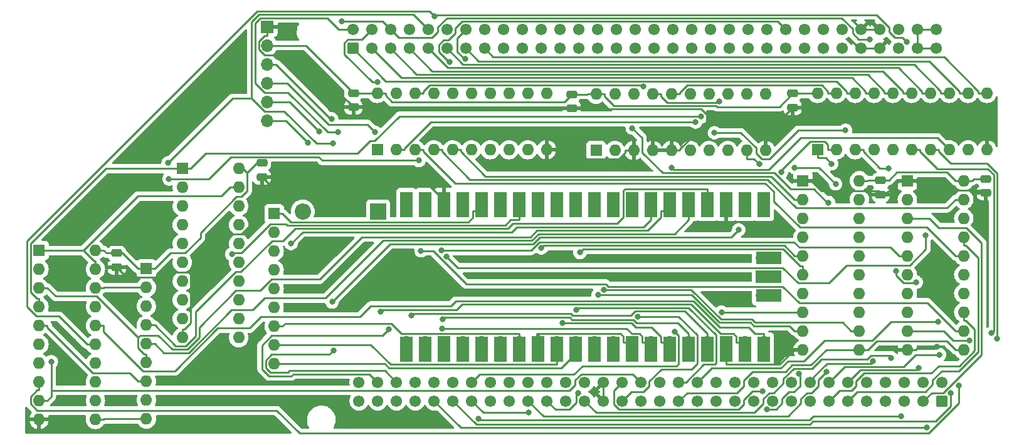
<source format=gbr>
%TF.GenerationSoftware,KiCad,Pcbnew,(6.0.9)*%
%TF.CreationDate,2022-12-18T09:22:53+00:00*%
%TF.ProjectId,Apricot-Hard-Disk-Interface,41707269-636f-4742-9d48-6172642d4469,rev?*%
%TF.SameCoordinates,Original*%
%TF.FileFunction,Copper,L1,Top*%
%TF.FilePolarity,Positive*%
%FSLAX46Y46*%
G04 Gerber Fmt 4.6, Leading zero omitted, Abs format (unit mm)*
G04 Created by KiCad (PCBNEW (6.0.9)) date 2022-12-18 09:22:53*
%MOMM*%
%LPD*%
G01*
G04 APERTURE LIST*
G04 Aperture macros list*
%AMRoundRect*
0 Rectangle with rounded corners*
0 $1 Rounding radius*
0 $2 $3 $4 $5 $6 $7 $8 $9 X,Y pos of 4 corners*
0 Add a 4 corners polygon primitive as box body*
4,1,4,$2,$3,$4,$5,$6,$7,$8,$9,$2,$3,0*
0 Add four circle primitives for the rounded corners*
1,1,$1+$1,$2,$3*
1,1,$1+$1,$4,$5*
1,1,$1+$1,$6,$7*
1,1,$1+$1,$8,$9*
0 Add four rect primitives between the rounded corners*
20,1,$1+$1,$2,$3,$4,$5,0*
20,1,$1+$1,$4,$5,$6,$7,0*
20,1,$1+$1,$6,$7,$8,$9,0*
20,1,$1+$1,$8,$9,$2,$3,0*%
G04 Aperture macros list end*
%TA.AperFunction,ComponentPad*%
%ADD10R,1.600000X1.600000*%
%TD*%
%TA.AperFunction,ComponentPad*%
%ADD11O,1.600000X1.600000*%
%TD*%
%TA.AperFunction,SMDPad,CuDef*%
%ADD12RoundRect,0.250000X-0.475000X0.250000X-0.475000X-0.250000X0.475000X-0.250000X0.475000X0.250000X0*%
%TD*%
%TA.AperFunction,ComponentPad*%
%ADD13R,2.200000X2.200000*%
%TD*%
%TA.AperFunction,ComponentPad*%
%ADD14O,2.200000X2.200000*%
%TD*%
%TA.AperFunction,ComponentPad*%
%ADD15RoundRect,0.249999X0.525001X0.525001X-0.525001X0.525001X-0.525001X-0.525001X0.525001X-0.525001X0*%
%TD*%
%TA.AperFunction,ComponentPad*%
%ADD16C,1.550000*%
%TD*%
%TA.AperFunction,ComponentPad*%
%ADD17RoundRect,0.249999X0.525001X-0.525001X0.525001X0.525001X-0.525001X0.525001X-0.525001X-0.525001X0*%
%TD*%
%TA.AperFunction,ComponentPad*%
%ADD18O,1.700000X1.700000*%
%TD*%
%TA.AperFunction,SMDPad,CuDef*%
%ADD19R,1.700000X3.500000*%
%TD*%
%TA.AperFunction,ComponentPad*%
%ADD20R,1.700000X1.700000*%
%TD*%
%TA.AperFunction,SMDPad,CuDef*%
%ADD21R,3.500000X1.700000*%
%TD*%
%TA.AperFunction,ViaPad*%
%ADD22C,0.800000*%
%TD*%
%TA.AperFunction,Conductor*%
%ADD23C,0.250000*%
%TD*%
G04 APERTURE END LIST*
D10*
%TO.P,U3,1,A->B*%
%TO.N,IO_R_W*%
X101700000Y-100950000D03*
D11*
%TO.P,U3,2,A0*%
%TO.N,D0*%
X101700000Y-103490000D03*
%TO.P,U3,3,A1*%
%TO.N,D1*%
X101700000Y-106030000D03*
%TO.P,U3,4,A2*%
%TO.N,D2*%
X101700000Y-108570000D03*
%TO.P,U3,5,A3*%
%TO.N,D3*%
X101700000Y-111110000D03*
%TO.P,U3,6,A4*%
%TO.N,D4*%
X101700000Y-113650000D03*
%TO.P,U3,7,A5*%
%TO.N,D5*%
X101700000Y-116190000D03*
%TO.P,U3,8,A6*%
%TO.N,D6*%
X101700000Y-118730000D03*
%TO.P,U3,9,A7*%
%TO.N,D7*%
X101700000Y-121270000D03*
%TO.P,U3,10,GND*%
%TO.N,GND*%
X101700000Y-123810000D03*
%TO.P,U3,11,B7*%
%TO.N,PD7*%
X109320000Y-123810000D03*
%TO.P,U3,12,B6*%
%TO.N,PD6*%
X109320000Y-121270000D03*
%TO.P,U3,13,B5*%
%TO.N,PD5*%
X109320000Y-118730000D03*
%TO.P,U3,14,B4*%
%TO.N,PD4*%
X109320000Y-116190000D03*
%TO.P,U3,15,B3*%
%TO.N,PD3*%
X109320000Y-113650000D03*
%TO.P,U3,16,B2*%
%TO.N,PD2*%
X109320000Y-111110000D03*
%TO.P,U3,17,B1*%
%TO.N,PD1*%
X109320000Y-108570000D03*
%TO.P,U3,18,B0*%
%TO.N,PD0*%
X109320000Y-106030000D03*
%TO.P,U3,19,CE*%
%TO.N,_SELECTED*%
X109320000Y-103490000D03*
%TO.P,U3,20,VCC*%
%TO.N,+3.3V*%
X109320000Y-100950000D03*
%TD*%
D12*
%TO.P,C6,1*%
%TO.N,VCC*%
X210200000Y-102350000D03*
%TO.P,C6,2*%
%TO.N,GND*%
X210200000Y-104250000D03*
%TD*%
%TO.P,C2,1*%
%TO.N,+3.3V*%
X92850000Y-112400000D03*
%TO.P,C2,2*%
%TO.N,GND*%
X92850000Y-114300000D03*
%TD*%
D10*
%TO.P,U1,1,I1/CLK*%
%TO.N,unconnected-(U1-Pad1)*%
X128025000Y-98400000D03*
D11*
%TO.P,U1,2,I2*%
%TO.N,_IO_OP*%
X130565000Y-98400000D03*
%TO.P,U1,3,I3*%
%TO.N,A4*%
X133105000Y-98400000D03*
%TO.P,U1,4,I4*%
%TO.N,A5*%
X135645000Y-98400000D03*
%TO.P,U1,5,I5*%
%TO.N,A6*%
X138185000Y-98400000D03*
%TO.P,U1,6,I6*%
%TO.N,P_INT*%
X140725000Y-98400000D03*
%TO.P,U1,7,I7*%
%TO.N,unconnected-(U1-Pad7)*%
X143265000Y-98400000D03*
%TO.P,U1,8,I8*%
%TO.N,unconnected-(U1-Pad8)*%
X145805000Y-98400000D03*
%TO.P,U1,9,I9*%
%TO.N,unconnected-(U1-Pad9)*%
X148345000Y-98400000D03*
%TO.P,U1,10,GND*%
%TO.N,GND*%
X150885000Y-98400000D03*
%TO.P,U1,11,I10/~{OE}*%
%TO.N,unconnected-(U1-Pad11)*%
X150885000Y-90780000D03*
%TO.P,U1,12,IO8*%
%TO.N,unconnected-(U1-Pad12)*%
X148345000Y-90780000D03*
%TO.P,U1,13,IO7*%
%TO.N,unconnected-(U1-Pad13)*%
X145805000Y-90780000D03*
%TO.P,U1,14,IO6*%
%TO.N,_INT2*%
X143265000Y-90780000D03*
%TO.P,U1,15,IO5*%
%TO.N,unconnected-(U1-Pad15)*%
X140725000Y-90780000D03*
%TO.P,U1,16,IO4*%
%TO.N,unconnected-(U1-Pad16)*%
X138185000Y-90780000D03*
%TO.P,U1,17,I03*%
%TO.N,unconnected-(U1-Pad17)*%
X135645000Y-90780000D03*
%TO.P,U1,18,IO2*%
%TO.N,_SELECTED*%
X133105000Y-90780000D03*
%TO.P,U1,19,IO1*%
%TO.N,unconnected-(U1-Pad19)*%
X130565000Y-90780000D03*
%TO.P,U1,20,VCC*%
%TO.N,VCC*%
X128025000Y-90780000D03*
%TD*%
D13*
%TO.P,D1,1,K*%
%TO.N,VSYS*%
X128130000Y-106750000D03*
D14*
%TO.P,D1,2,A*%
%TO.N,VCC*%
X117970000Y-106750000D03*
%TD*%
D10*
%TO.P,U6,1,OE*%
%TO.N,GND*%
X199600000Y-102600000D03*
D11*
%TO.P,U6,2,O0*%
%TO.N,_I_BHE*%
X199600000Y-105140000D03*
%TO.P,U6,3,D0*%
%TO.N,_BHE*%
X199600000Y-107680000D03*
%TO.P,U6,4,D1*%
%TO.N,AB0*%
X199600000Y-110220000D03*
%TO.P,U6,5,O1*%
%TO.N,_I_BLE*%
X199600000Y-112760000D03*
%TO.P,U6,6,O2*%
%TO.N,A0*%
X199600000Y-115300000D03*
%TO.P,U6,7,D2*%
%TO.N,AB1*%
X199600000Y-117840000D03*
%TO.P,U6,8,D3*%
%TO.N,AB2*%
X199600000Y-120380000D03*
%TO.P,U6,9,O3*%
%TO.N,A1*%
X199600000Y-122920000D03*
%TO.P,U6,10,GND*%
%TO.N,GND*%
X199600000Y-125460000D03*
%TO.P,U6,11,LE*%
%TO.N,ALE*%
X207220000Y-125460000D03*
%TO.P,U6,12,O4*%
%TO.N,A2*%
X207220000Y-122920000D03*
%TO.P,U6,13,D4*%
%TO.N,AB3*%
X207220000Y-120380000D03*
%TO.P,U6,14,D5*%
%TO.N,AB4*%
X207220000Y-117840000D03*
%TO.P,U6,15,O5*%
%TO.N,A3*%
X207220000Y-115300000D03*
%TO.P,U6,16,O6*%
%TO.N,A4*%
X207220000Y-112760000D03*
%TO.P,U6,17,D6*%
%TO.N,AB5*%
X207220000Y-110220000D03*
%TO.P,U6,18,D7*%
%TO.N,AB6*%
X207220000Y-107680000D03*
%TO.P,U6,19,O7*%
%TO.N,A5*%
X207220000Y-105140000D03*
%TO.P,U6,20,VCC*%
%TO.N,VCC*%
X207220000Y-102600000D03*
%TD*%
D10*
%TO.P,RN2,1,common*%
%TO.N,+3.3V*%
X96850000Y-114500000D03*
D11*
%TO.P,RN2,2,R1*%
%TO.N,P_SELECTED*%
X96850000Y-117040000D03*
%TO.P,RN2,3,R2*%
%TO.N,P_RW*%
X96850000Y-119580000D03*
%TO.P,RN2,4,R3*%
%TO.N,PA1*%
X96850000Y-122120000D03*
%TO.P,RN2,5,R4*%
%TO.N,PA2*%
X96850000Y-124660000D03*
%TO.P,RN2,6,R5*%
%TO.N,PA3*%
X96850000Y-127200000D03*
%TO.P,RN2,7,R6*%
%TO.N,PA4*%
X96850000Y-129740000D03*
%TO.P,RN2,8,R7*%
%TO.N,PA8*%
X96850000Y-132280000D03*
%TO.P,RN2,9,R8*%
%TO.N,PIOWAIT*%
X96850000Y-134820000D03*
%TD*%
D10*
%TO.P,U7,1,OE*%
%TO.N,GND*%
X185500000Y-102600000D03*
D11*
%TO.P,U7,2,O0*%
%TO.N,A6*%
X185500000Y-105140000D03*
%TO.P,U7,3,D0*%
%TO.N,AB7*%
X185500000Y-107680000D03*
%TO.P,U7,4,D1*%
%TO.N,AB8*%
X185500000Y-110220000D03*
%TO.P,U7,5,O1*%
%TO.N,A7*%
X185500000Y-112760000D03*
%TO.P,U7,6,O2*%
%TO.N,A8*%
X185500000Y-115300000D03*
%TO.P,U7,7,D2*%
%TO.N,AB9*%
X185500000Y-117840000D03*
%TO.P,U7,8,D3*%
%TO.N,AB10*%
X185500000Y-120380000D03*
%TO.P,U7,9,O3*%
%TO.N,A9*%
X185500000Y-122920000D03*
%TO.P,U7,10,GND*%
%TO.N,GND*%
X185500000Y-125460000D03*
%TO.P,U7,11,LE*%
%TO.N,ALE*%
X193120000Y-125460000D03*
%TO.P,U7,12,O4*%
%TO.N,A10*%
X193120000Y-122920000D03*
%TO.P,U7,13,D4*%
%TO.N,AB11*%
X193120000Y-120380000D03*
%TO.P,U7,14,D5*%
%TO.N,AB12*%
X193120000Y-117840000D03*
%TO.P,U7,15,O5*%
%TO.N,A11*%
X193120000Y-115300000D03*
%TO.P,U7,16,O6*%
%TO.N,A12*%
X193120000Y-112760000D03*
%TO.P,U7,17,D6*%
%TO.N,AB13*%
X193120000Y-110220000D03*
%TO.P,U7,18,D7*%
%TO.N,AB14*%
X193120000Y-107680000D03*
%TO.P,U7,19,O7*%
%TO.N,A13*%
X193120000Y-105140000D03*
%TO.P,U7,20,VCC*%
%TO.N,VCC*%
X193120000Y-102600000D03*
%TD*%
D12*
%TO.P,C7,1*%
%TO.N,VCC*%
X196000000Y-102550000D03*
%TO.P,C7,2*%
%TO.N,GND*%
X196000000Y-104450000D03*
%TD*%
D10*
%TO.P,U2,1,1OE*%
%TO.N,_SELECTED*%
X82350000Y-112025000D03*
D11*
%TO.P,U2,2,1A0*%
X82350000Y-114565000D03*
%TO.P,U2,3,2Y0*%
%TO.N,PA3*%
X82350000Y-117105000D03*
%TO.P,U2,4,1A1*%
%TO.N,IO_R_W*%
X82350000Y-119645000D03*
%TO.P,U2,5,2Y1*%
%TO.N,PA4*%
X82350000Y-122185000D03*
%TO.P,U2,6,1A2*%
%TO.N,A0*%
X82350000Y-124725000D03*
%TO.P,U2,7,2Y2*%
%TO.N,PA8*%
X82350000Y-127265000D03*
%TO.P,U2,8,1A3*%
%TO.N,A1*%
X82350000Y-129805000D03*
%TO.P,U2,9,2Y3*%
%TO.N,IRDY*%
X82350000Y-132345000D03*
%TO.P,U2,10,GND*%
%TO.N,GND*%
X82350000Y-134885000D03*
%TO.P,U2,11,2A3*%
%TO.N,PIOWAIT*%
X89970000Y-134885000D03*
%TO.P,U2,12,1Y3*%
%TO.N,PA2*%
X89970000Y-132345000D03*
%TO.P,U2,13,2A2*%
%TO.N,A7*%
X89970000Y-129805000D03*
%TO.P,U2,14,1Y2*%
%TO.N,PA1*%
X89970000Y-127265000D03*
%TO.P,U2,15,2A1*%
%TO.N,A3*%
X89970000Y-124725000D03*
%TO.P,U2,16,1Y1*%
%TO.N,P_RW*%
X89970000Y-122185000D03*
%TO.P,U2,17,2A0*%
%TO.N,A2*%
X89970000Y-119645000D03*
%TO.P,U2,18,1Y0*%
%TO.N,P_SELECTED*%
X89970000Y-117105000D03*
%TO.P,U2,19,2OE*%
%TO.N,_SELECTED*%
X89970000Y-114565000D03*
%TO.P,U2,20,VCC*%
%TO.N,+3.3V*%
X89970000Y-112025000D03*
%TD*%
D15*
%TO.P,J1,a1,Pin_a1*%
%TO.N,CLK15*%
X204300000Y-132400000D03*
D16*
%TO.P,J1,a2,Pin_a2*%
%TO.N,_BHE*%
X201760000Y-132400000D03*
%TO.P,J1,a3,Pin_a3*%
%TO.N,AB18*%
X199220000Y-132400000D03*
%TO.P,J1,a4,Pin_a4*%
%TO.N,AB16*%
X196680000Y-132400000D03*
%TO.P,J1,a5,Pin_a5*%
%TO.N,AB13*%
X194140000Y-132400000D03*
%TO.P,J1,a6,Pin_a6*%
%TO.N,AB5*%
X191600000Y-132400000D03*
%TO.P,J1,a7,Pin_a7*%
%TO.N,AB3*%
X189060000Y-132400000D03*
%TO.P,J1,a8,Pin_a8*%
%TO.N,AB1*%
X186520000Y-132400000D03*
%TO.P,J1,a9,Pin_a9*%
%TO.N,DB14*%
X183980000Y-132400000D03*
%TO.P,J1,a10,Pin_a10*%
%TO.N,DB12*%
X181440000Y-132400000D03*
%TO.P,J1,a11,Pin_a11*%
%TO.N,DB10*%
X178900000Y-132400000D03*
%TO.P,J1,a12,Pin_a12*%
%TO.N,DB8*%
X176360000Y-132400000D03*
%TO.P,J1,a13,Pin_a13*%
%TO.N,AB7*%
X173820000Y-132400000D03*
%TO.P,J1,a14,Pin_a14*%
%TO.N,_INT2*%
X171280000Y-132400000D03*
%TO.P,J1,a15,Pin_a15*%
%TO.N,ALE*%
X168740000Y-132400000D03*
%TO.P,J1,a16,Pin_a16*%
%TO.N,unconnected-(J1-Pada16)*%
X166200000Y-132400000D03*
%TO.P,J1,a17,Pin_a17*%
%TO.N,MRDY*%
X163660000Y-132400000D03*
%TO.P,J1,a18,Pin_a18*%
%TO.N,DEN*%
X161120000Y-132400000D03*
%TO.P,J1,a19,Pin_a19*%
%TO.N,GND*%
X158580000Y-132400000D03*
%TO.P,J1,a20,Pin_a20*%
%TO.N,_AIOWC*%
X156040000Y-132400000D03*
%TO.P,J1,a21,Pin_a21*%
%TO.N,_RES*%
X153500000Y-132400000D03*
%TO.P,J1,a22,Pin_a22*%
%TO.N,_IORC*%
X150960000Y-132400000D03*
%TO.P,J1,a23,Pin_a23*%
%TO.N,DT_R*%
X148420000Y-132400000D03*
%TO.P,J1,a24,Pin_a24*%
%TO.N,_MRDC*%
X145880000Y-132400000D03*
%TO.P,J1,a25,Pin_a25*%
%TO.N,AB12*%
X143340000Y-132400000D03*
%TO.P,J1,a26,Pin_a26*%
%TO.N,AB9*%
X140800000Y-132400000D03*
%TO.P,J1,a27,Pin_a27*%
%TO.N,DB7*%
X138260000Y-132400000D03*
%TO.P,J1,a28,Pin_a28*%
%TO.N,DB5*%
X135720000Y-132400000D03*
%TO.P,J1,a29,Pin_a29*%
%TO.N,DB3*%
X133180000Y-132400000D03*
%TO.P,J1,a30,Pin_a30*%
%TO.N,DB1*%
X130640000Y-132400000D03*
%TO.P,J1,a31,Pin_a31*%
%TO.N,VCC*%
X128100000Y-132400000D03*
%TO.P,J1,a32,Pin_a32*%
%TO.N,+12V*%
X125560000Y-132400000D03*
%TO.P,J1,b1,Pin_b1*%
%TO.N,unconnected-(J1-Padb1)*%
X204300000Y-129860000D03*
%TO.P,J1,b2,Pin_b2*%
%TO.N,AB19*%
X201760000Y-129860000D03*
%TO.P,J1,b3,Pin_b3*%
%TO.N,AB17*%
X199220000Y-129860000D03*
%TO.P,J1,b4,Pin_b4*%
%TO.N,AB15*%
X196680000Y-129860000D03*
%TO.P,J1,b5,Pin_b5*%
%TO.N,AB14*%
X194140000Y-129860000D03*
%TO.P,J1,b6,Pin_b6*%
%TO.N,AB0*%
X191600000Y-129860000D03*
%TO.P,J1,b7,Pin_b7*%
%TO.N,AB4*%
X189060000Y-129860000D03*
%TO.P,J1,b8,Pin_b8*%
%TO.N,AB2*%
X186520000Y-129860000D03*
%TO.P,J1,b9,Pin_b9*%
%TO.N,DB15*%
X183980000Y-129860000D03*
%TO.P,J1,b10,Pin_b10*%
%TO.N,DB13*%
X181440000Y-129860000D03*
%TO.P,J1,b11,Pin_b11*%
%TO.N,DB11*%
X178900000Y-129860000D03*
%TO.P,J1,b12,Pin_b12*%
%TO.N,DB9*%
X176360000Y-129860000D03*
%TO.P,J1,b13,Pin_b13*%
%TO.N,AB8*%
X173820000Y-129860000D03*
%TO.P,J1,b14,Pin_b14*%
%TO.N,AB6*%
X171280000Y-129860000D03*
%TO.P,J1,b15,Pin_b15*%
%TO.N,_INT3*%
X168740000Y-129860000D03*
%TO.P,J1,b16,Pin_b16*%
%TO.N,unconnected-(J1-Padb16)*%
X166200000Y-129860000D03*
%TO.P,J1,b17,Pin_b17*%
%TO.N,IRDY*%
X163660000Y-129860000D03*
%TO.P,J1,b18,Pin_b18*%
%TO.N,CLK5*%
X161120000Y-129860000D03*
%TO.P,J1,b19,Pin_b19*%
%TO.N,GND*%
X158580000Y-129860000D03*
%TO.P,J1,b20,Pin_b20*%
%TO.N,_IOWC*%
X156040000Y-129860000D03*
%TO.P,J1,b21,Pin_b21*%
%TO.N,_MWTC*%
X153500000Y-129860000D03*
%TO.P,J1,b22,Pin_b22*%
%TO.N,unconnected-(J1-Padb22)*%
X150960000Y-129860000D03*
%TO.P,J1,b23,Pin_b23*%
%TO.N,unconnected-(J1-Padb23)*%
X148420000Y-129860000D03*
%TO.P,J1,b24,Pin_b24*%
%TO.N,_AMWC*%
X145880000Y-129860000D03*
%TO.P,J1,b25,Pin_b25*%
%TO.N,AB11*%
X143340000Y-129860000D03*
%TO.P,J1,b26,Pin_b26*%
%TO.N,AB10*%
X140800000Y-129860000D03*
%TO.P,J1,b27,Pin_b27*%
%TO.N,DB6*%
X138260000Y-129860000D03*
%TO.P,J1,b28,Pin_b28*%
%TO.N,DB4*%
X135720000Y-129860000D03*
%TO.P,J1,b29,Pin_b29*%
%TO.N,DB2*%
X133180000Y-129860000D03*
%TO.P,J1,b30,Pin_b30*%
%TO.N,DB0*%
X130640000Y-129860000D03*
%TO.P,J1,b31,Pin_b31*%
%TO.N,VCC*%
X128100000Y-129860000D03*
%TO.P,J1,b32,Pin_b32*%
%TO.N,-12V*%
X125560000Y-129860000D03*
%TD*%
D17*
%TO.P,J2,a1,Pin_a1*%
%TO.N,D0*%
X124730000Y-84712500D03*
D16*
%TO.P,J2,a2,Pin_a2*%
%TO.N,D1*%
X127270000Y-84712500D03*
%TO.P,J2,a3,Pin_a3*%
%TO.N,D2*%
X129810000Y-84712500D03*
%TO.P,J2,a4,Pin_a4*%
%TO.N,D3*%
X132350000Y-84712500D03*
%TO.P,J2,a5,Pin_a5*%
%TO.N,D4*%
X134890000Y-84712500D03*
%TO.P,J2,a6,Pin_a6*%
%TO.N,D5*%
X137430000Y-84712500D03*
%TO.P,J2,a7,Pin_a7*%
%TO.N,D6*%
X139970000Y-84712500D03*
%TO.P,J2,a8,Pin_a8*%
%TO.N,D7*%
X142510000Y-84712500D03*
%TO.P,J2,a9,Pin_a9*%
%TO.N,D8*%
X145050000Y-84712500D03*
%TO.P,J2,a10,Pin_a10*%
%TO.N,D9*%
X147590000Y-84712500D03*
%TO.P,J2,a11,Pin_a11*%
%TO.N,D10*%
X150130000Y-84712500D03*
%TO.P,J2,a12,Pin_a12*%
%TO.N,D11*%
X152670000Y-84712500D03*
%TO.P,J2,a13,Pin_a13*%
%TO.N,D12*%
X155210000Y-84712500D03*
%TO.P,J2,a14,Pin_a14*%
%TO.N,D13*%
X157750000Y-84712500D03*
%TO.P,J2,a15,Pin_a15*%
%TO.N,D14*%
X160290000Y-84712500D03*
%TO.P,J2,a16,Pin_a16*%
%TO.N,D15*%
X162830000Y-84712500D03*
%TO.P,J2,a17,Pin_a17*%
%TO.N,DEN*%
X165370000Y-84712500D03*
%TO.P,J2,a18,Pin_a18*%
%TO.N,_SELECTED*%
X167910000Y-84712500D03*
%TO.P,J2,a19,Pin_a19*%
%TO.N,_MEM_OP*%
X170450000Y-84712500D03*
%TO.P,J2,a20,Pin_a20*%
%TO.N,_IO_OP*%
X172990000Y-84712500D03*
%TO.P,J2,a21,Pin_a21*%
%TO.N,_WE*%
X175530000Y-84712500D03*
%TO.P,J2,a22,Pin_a22*%
%TO.N,IO_R_W*%
X178070000Y-84712500D03*
%TO.P,J2,a23,Pin_a23*%
%TO.N,MRDY*%
X180610000Y-84712500D03*
%TO.P,J2,a24,Pin_a24*%
%TO.N,_INT2*%
X183150000Y-84712500D03*
%TO.P,J2,a25,Pin_a25*%
%TO.N,CLK5*%
X185690000Y-84712500D03*
%TO.P,J2,a26,Pin_a26*%
%TO.N,unconnected-(J2-Pada26)*%
X188230000Y-84712500D03*
%TO.P,J2,a27,Pin_a27*%
%TO.N,_AMWC*%
X190770000Y-84712500D03*
%TO.P,J2,a28,Pin_a28*%
%TO.N,GND*%
X193310000Y-84712500D03*
%TO.P,J2,a29,Pin_a29*%
X195850000Y-84712500D03*
%TO.P,J2,a30,Pin_a30*%
%TO.N,unconnected-(J2-Pada30)*%
X198390000Y-84712500D03*
%TO.P,J2,a31,Pin_a31*%
%TO.N,VCC*%
X200930000Y-84712500D03*
%TO.P,J2,a32,Pin_a32*%
X203470000Y-84712500D03*
%TO.P,J2,b1,Pin_b1*%
%TO.N,_I_BHE*%
X124730000Y-82172500D03*
%TO.P,J2,b2,Pin_b2*%
%TO.N,_I_BLE*%
X127270000Y-82172500D03*
%TO.P,J2,b3,Pin_b3*%
%TO.N,A0*%
X129810000Y-82172500D03*
%TO.P,J2,b4,Pin_b4*%
%TO.N,A1*%
X132350000Y-82172500D03*
%TO.P,J2,b5,Pin_b5*%
%TO.N,A2*%
X134890000Y-82172500D03*
%TO.P,J2,b6,Pin_b6*%
%TO.N,A3*%
X137430000Y-82172500D03*
%TO.P,J2,b7,Pin_b7*%
%TO.N,A4*%
X139970000Y-82172500D03*
%TO.P,J2,b8,Pin_b8*%
%TO.N,A5*%
X142510000Y-82172500D03*
%TO.P,J2,b9,Pin_b9*%
%TO.N,A6*%
X145050000Y-82172500D03*
%TO.P,J2,b10,Pin_b10*%
%TO.N,A7*%
X147590000Y-82172500D03*
%TO.P,J2,b11,Pin_b11*%
%TO.N,A8*%
X150130000Y-82172500D03*
%TO.P,J2,b12,Pin_b12*%
%TO.N,A9*%
X152670000Y-82172500D03*
%TO.P,J2,b13,Pin_b13*%
%TO.N,A10*%
X155210000Y-82172500D03*
%TO.P,J2,b14,Pin_b14*%
%TO.N,A11*%
X157750000Y-82172500D03*
%TO.P,J2,b15,Pin_b15*%
%TO.N,A12*%
X160290000Y-82172500D03*
%TO.P,J2,b16,Pin_b16*%
%TO.N,A13*%
X162830000Y-82172500D03*
%TO.P,J2,b17,Pin_b17*%
%TO.N,A14*%
X165370000Y-82172500D03*
%TO.P,J2,b18,Pin_b18*%
%TO.N,A15*%
X167910000Y-82172500D03*
%TO.P,J2,b19,Pin_b19*%
%TO.N,A16*%
X170450000Y-82172500D03*
%TO.P,J2,b20,Pin_b20*%
%TO.N,A17*%
X172990000Y-82172500D03*
%TO.P,J2,b21,Pin_b21*%
%TO.N,A18*%
X175530000Y-82172500D03*
%TO.P,J2,b22,Pin_b22*%
%TO.N,A19*%
X178070000Y-82172500D03*
%TO.P,J2,b23,Pin_b23*%
%TO.N,IRDY*%
X180610000Y-82172500D03*
%TO.P,J2,b24,Pin_b24*%
%TO.N,_INT3*%
X183150000Y-82172500D03*
%TO.P,J2,b25,Pin_b25*%
%TO.N,CLK15*%
X185690000Y-82172500D03*
%TO.P,J2,b26,Pin_b26*%
%TO.N,_RES*%
X188230000Y-82172500D03*
%TO.P,J2,b27,Pin_b27*%
%TO.N,_AIOWC*%
X190770000Y-82172500D03*
%TO.P,J2,b28,Pin_b28*%
%TO.N,GND*%
X193310000Y-82172500D03*
%TO.P,J2,b29,Pin_b29*%
X195850000Y-82172500D03*
%TO.P,J2,b30,Pin_b30*%
%TO.N,unconnected-(J2-Padb30)*%
X198390000Y-82172500D03*
%TO.P,J2,b31,Pin_b31*%
%TO.N,VCC*%
X200930000Y-82172500D03*
%TO.P,J2,b32,Pin_b32*%
X203470000Y-82172500D03*
%TD*%
D10*
%TO.P,U5,1,A->B*%
%TO.N,DT_R*%
X187475000Y-98400000D03*
D11*
%TO.P,U5,2,A0*%
%TO.N,DB0*%
X190015000Y-98400000D03*
%TO.P,U5,3,A1*%
%TO.N,DB1*%
X192555000Y-98400000D03*
%TO.P,U5,4,A2*%
%TO.N,DB2*%
X195095000Y-98400000D03*
%TO.P,U5,5,A3*%
%TO.N,DB3*%
X197635000Y-98400000D03*
%TO.P,U5,6,A4*%
%TO.N,DB4*%
X200175000Y-98400000D03*
%TO.P,U5,7,A5*%
%TO.N,DB5*%
X202715000Y-98400000D03*
%TO.P,U5,8,A6*%
%TO.N,DB6*%
X205255000Y-98400000D03*
%TO.P,U5,9,A7*%
%TO.N,DB7*%
X207795000Y-98400000D03*
%TO.P,U5,10,GND*%
%TO.N,GND*%
X210335000Y-98400000D03*
%TO.P,U5,11,B7*%
%TO.N,D7*%
X210335000Y-90780000D03*
%TO.P,U5,12,B6*%
%TO.N,D6*%
X207795000Y-90780000D03*
%TO.P,U5,13,B5*%
%TO.N,D5*%
X205255000Y-90780000D03*
%TO.P,U5,14,B4*%
%TO.N,D4*%
X202715000Y-90780000D03*
%TO.P,U5,15,B3*%
%TO.N,D3*%
X200175000Y-90780000D03*
%TO.P,U5,16,B2*%
%TO.N,D2*%
X197635000Y-90780000D03*
%TO.P,U5,17,B1*%
%TO.N,D1*%
X195095000Y-90780000D03*
%TO.P,U5,18,B0*%
%TO.N,D0*%
X192555000Y-90780000D03*
%TO.P,U5,19,CE*%
%TO.N,_BOARD_OE*%
X190015000Y-90780000D03*
%TO.P,U5,20,VCC*%
%TO.N,VCC*%
X187475000Y-90780000D03*
%TD*%
D18*
%TO.P,P1,1,GPIO0*%
%TO.N,PD0*%
X131970000Y-124490000D03*
D19*
X131970000Y-125390000D03*
D18*
%TO.P,P1,2,GPIO1*%
%TO.N,PD1*%
X134510000Y-124490000D03*
D19*
X134510000Y-125390000D03*
%TO.P,P1,3,GND*%
%TO.N,GND*%
X137050000Y-125390000D03*
D20*
X137050000Y-124490000D03*
D18*
%TO.P,P1,4,GPIO2*%
%TO.N,PD2*%
X139590000Y-124490000D03*
D19*
X139590000Y-125390000D03*
D18*
%TO.P,P1,5,GPIO3*%
%TO.N,PD3*%
X142130000Y-124490000D03*
D19*
X142130000Y-125390000D03*
D18*
%TO.P,P1,6,GPIO4*%
%TO.N,PD4*%
X144670000Y-124490000D03*
D19*
X144670000Y-125390000D03*
%TO.P,P1,7,GPIO5*%
%TO.N,PD5*%
X147210000Y-125390000D03*
D18*
X147210000Y-124490000D03*
D20*
%TO.P,P1,8,GND*%
%TO.N,GND*%
X149750000Y-124490000D03*
D19*
X149750000Y-125390000D03*
%TO.P,P1,9,GPIO6*%
%TO.N,PD6*%
X152290000Y-125390000D03*
D18*
X152290000Y-124490000D03*
%TO.P,P1,10,GPIO7*%
%TO.N,PD7*%
X154830000Y-124490000D03*
D19*
X154830000Y-125390000D03*
%TO.P,P1,11,GPIO8*%
%TO.N,unconnected-(P1-Pad11)*%
X157370000Y-125390000D03*
D18*
X157370000Y-124490000D03*
%TO.P,P1,12,GPIO9*%
%TO.N,unconnected-(P1-Pad12)*%
X159910000Y-124490000D03*
D19*
X159910000Y-125390000D03*
D20*
%TO.P,P1,13,GND*%
%TO.N,GND*%
X162450000Y-124490000D03*
D19*
X162450000Y-125390000D03*
%TO.P,P1,14,GPIO10*%
%TO.N,SPI_CLK*%
X164990000Y-125390000D03*
D18*
X164990000Y-124490000D03*
%TO.P,P1,15,GPIO11*%
%TO.N,SPI_MOSI*%
X167530000Y-124490000D03*
D19*
X167530000Y-125390000D03*
%TO.P,P1,16,GPIO12*%
%TO.N,SPI_MISO*%
X170070000Y-125390000D03*
D18*
X170070000Y-124490000D03*
D19*
%TO.P,P1,17,GPIO13*%
%TO.N,SPI_CS*%
X172610000Y-125390000D03*
D18*
X172610000Y-124490000D03*
D19*
%TO.P,P1,18,GND*%
%TO.N,GND*%
X175150000Y-125390000D03*
D20*
X175150000Y-124490000D03*
D18*
%TO.P,P1,19,GPIO14*%
%TO.N,P_SELECTED*%
X177690000Y-124490000D03*
D19*
X177690000Y-125390000D03*
%TO.P,P1,20,GPIO15*%
%TO.N,P_RW*%
X180230000Y-125390000D03*
D18*
X180230000Y-124490000D03*
D19*
%TO.P,P1,21,GPIO16*%
%TO.N,unconnected-(P1-Pad21)*%
X180230000Y-105810000D03*
D18*
X180230000Y-106710000D03*
D19*
%TO.P,P1,22,GPIO17*%
%TO.N,unconnected-(P1-Pad22)*%
X177690000Y-105810000D03*
D18*
X177690000Y-106710000D03*
D19*
%TO.P,P1,23,GND*%
%TO.N,GND*%
X175150000Y-105810000D03*
D20*
X175150000Y-106710000D03*
D18*
%TO.P,P1,24,GPIO18*%
%TO.N,PA1*%
X172610000Y-106710000D03*
D19*
X172610000Y-105810000D03*
%TO.P,P1,25,GPIO19*%
%TO.N,PA2*%
X170070000Y-105810000D03*
D18*
X170070000Y-106710000D03*
D19*
%TO.P,P1,26,GPIO20*%
%TO.N,PA3*%
X167530000Y-105810000D03*
D18*
X167530000Y-106710000D03*
%TO.P,P1,27,GPIO21*%
%TO.N,PA4*%
X164990000Y-106710000D03*
D19*
X164990000Y-105810000D03*
D20*
%TO.P,P1,28,GND*%
%TO.N,GND*%
X162450000Y-106710000D03*
D19*
X162450000Y-105810000D03*
D18*
%TO.P,P1,29,GPIO22*%
%TO.N,PA8*%
X159910000Y-106710000D03*
D19*
X159910000Y-105810000D03*
%TO.P,P1,30,RUN*%
%TO.N,unconnected-(P1-Pad30)*%
X157370000Y-105810000D03*
D18*
X157370000Y-106710000D03*
%TO.P,P1,31,GPIO26_ADC0*%
%TO.N,unconnected-(P1-Pad31)*%
X154830000Y-106710000D03*
D19*
X154830000Y-105810000D03*
D18*
%TO.P,P1,32,GPIO27_ADC1*%
%TO.N,P_INT*%
X152290000Y-106710000D03*
D19*
X152290000Y-105810000D03*
%TO.P,P1,33,AGND*%
%TO.N,unconnected-(P1-Pad33)*%
X149750000Y-105810000D03*
D20*
X149750000Y-106710000D03*
D19*
%TO.P,P1,34,GPIO28_ADC2*%
%TO.N,PIOWAIT*%
X147210000Y-105810000D03*
D18*
X147210000Y-106710000D03*
D19*
%TO.P,P1,35,ADC_VREF*%
%TO.N,unconnected-(P1-Pad35)*%
X144670000Y-105810000D03*
D18*
X144670000Y-106710000D03*
%TO.P,P1,36,3V3*%
%TO.N,+3.3V*%
X142130000Y-106710000D03*
D19*
X142130000Y-105810000D03*
%TO.P,P1,37,3V3_EN*%
%TO.N,unconnected-(P1-Pad37)*%
X139590000Y-105810000D03*
D18*
X139590000Y-106710000D03*
D19*
%TO.P,P1,38,GND*%
%TO.N,GND*%
X137050000Y-105810000D03*
D20*
X137050000Y-106710000D03*
D19*
%TO.P,P1,39,VSYS*%
%TO.N,VSYS*%
X134510000Y-105810000D03*
D18*
X134510000Y-106710000D03*
%TO.P,P1,40,VBUS*%
%TO.N,unconnected-(P1-Pad40)*%
X131970000Y-106710000D03*
D19*
X131970000Y-105810000D03*
D21*
%TO.P,P1,41,SWCLK*%
%TO.N,unconnected-(P1-Pad41)*%
X180900000Y-118140000D03*
D18*
X180000000Y-118140000D03*
D20*
%TO.P,P1,42,GND*%
%TO.N,unconnected-(P1-Pad42)*%
X180000000Y-115600000D03*
D21*
X180900000Y-115600000D03*
D18*
%TO.P,P1,43,SWDIO*%
%TO.N,unconnected-(P1-Pad43)*%
X180000000Y-113060000D03*
D21*
X180900000Y-113060000D03*
%TD*%
D12*
%TO.P,C4,1*%
%TO.N,VCC*%
X154300000Y-90900000D03*
%TO.P,C4,2*%
%TO.N,GND*%
X154300000Y-92800000D03*
%TD*%
D10*
%TO.P,U4,1,I1/CLK*%
%TO.N,unconnected-(U4-Pad1)*%
X157575000Y-98500000D03*
D11*
%TO.P,U4,2,I2*%
%TO.N,_SELECTED*%
X160115000Y-98500000D03*
%TO.P,U4,3,I3*%
%TO.N,GND*%
X162655000Y-98500000D03*
%TO.P,U4,4,I4*%
X165195000Y-98500000D03*
%TO.P,U4,5,I5*%
X167735000Y-98500000D03*
%TO.P,U4,6,I6*%
%TO.N,DEN*%
X170275000Y-98500000D03*
%TO.P,U4,7,I7*%
%TO.N,_MRDC*%
X172815000Y-98500000D03*
%TO.P,U4,8,I8*%
%TO.N,_MWTC*%
X175355000Y-98500000D03*
%TO.P,U4,9,I9*%
%TO.N,_IORC*%
X177895000Y-98500000D03*
%TO.P,U4,10,GND*%
%TO.N,GND*%
X180435000Y-98500000D03*
%TO.P,U4,11,I10/~{OE}*%
%TO.N,_IOWC*%
X180435000Y-90880000D03*
%TO.P,U4,12,IO8*%
%TO.N,unconnected-(U4-Pad12)*%
X177895000Y-90880000D03*
%TO.P,U4,13,IO7*%
%TO.N,IO_R_W*%
X175355000Y-90880000D03*
%TO.P,U4,14,IO6*%
%TO.N,_IO_OP*%
X172815000Y-90880000D03*
%TO.P,U4,15,IO5*%
%TO.N,_MEM_OP*%
X170275000Y-90880000D03*
%TO.P,U4,16,IO4*%
%TO.N,_BOARD_OE*%
X167735000Y-90880000D03*
%TO.P,U4,17,I03*%
%TO.N,_WE*%
X165195000Y-90880000D03*
%TO.P,U4,18,IO2*%
%TO.N,unconnected-(U4-Pad18)*%
X162655000Y-90880000D03*
%TO.P,U4,19,IO1*%
%TO.N,unconnected-(U4-Pad19)*%
X160115000Y-90880000D03*
%TO.P,U4,20,VCC*%
%TO.N,VCC*%
X157575000Y-90880000D03*
%TD*%
D12*
%TO.P,C5,1*%
%TO.N,VCC*%
X184100000Y-90800000D03*
%TO.P,C5,2*%
%TO.N,GND*%
X184100000Y-92700000D03*
%TD*%
D20*
%TO.P,J3,1,Pin_1*%
%TO.N,GND*%
X113200000Y-81775000D03*
D18*
%TO.P,J3,2,Pin_2*%
%TO.N,VCC*%
X113200000Y-84315000D03*
%TO.P,J3,3,Pin_3*%
%TO.N,SPI_MISO*%
X113200000Y-86855000D03*
%TO.P,J3,4,Pin_4*%
%TO.N,SPI_MOSI*%
X113200000Y-89395000D03*
%TO.P,J3,5,Pin_5*%
%TO.N,SPI_CLK*%
X113200000Y-91935000D03*
%TO.P,J3,6,Pin_6*%
%TO.N,SPI_CS*%
X113200000Y-94475000D03*
%TD*%
D10*
%TO.P,RN1,1,common*%
%TO.N,+3.3V*%
X114100000Y-107050000D03*
D11*
%TO.P,RN1,2,R1*%
%TO.N,PD0*%
X114100000Y-109590000D03*
%TO.P,RN1,3,R2*%
%TO.N,PD1*%
X114100000Y-112130000D03*
%TO.P,RN1,4,R3*%
%TO.N,PD2*%
X114100000Y-114670000D03*
%TO.P,RN1,5,R4*%
%TO.N,PD3*%
X114100000Y-117210000D03*
%TO.P,RN1,6,R5*%
%TO.N,PD4*%
X114100000Y-119750000D03*
%TO.P,RN1,7,R6*%
%TO.N,PD5*%
X114100000Y-122290000D03*
%TO.P,RN1,8,R7*%
%TO.N,PD6*%
X114100000Y-124830000D03*
%TO.P,RN1,9,R8*%
%TO.N,PD7*%
X114100000Y-127370000D03*
%TD*%
D12*
%TO.P,C1,1*%
%TO.N,VCC*%
X124800000Y-90750000D03*
%TO.P,C1,2*%
%TO.N,GND*%
X124800000Y-92650000D03*
%TD*%
%TO.P,C3,1*%
%TO.N,+3.3V*%
X112450000Y-100200000D03*
%TO.P,C3,2*%
%TO.N,GND*%
X112450000Y-102100000D03*
%TD*%
D22*
%TO.N,VCC*%
X129603000Y-122664400D03*
%TO.N,GND*%
X87300000Y-115700000D03*
X141850000Y-115450000D03*
X115650000Y-132550000D03*
X87450000Y-132350000D03*
X108450000Y-132200000D03*
X128250000Y-116250000D03*
X155250000Y-97950000D03*
X125150000Y-112650000D03*
X87450000Y-129100000D03*
X93850000Y-132250000D03*
X99350000Y-117300000D03*
X97200000Y-98100000D03*
X113050000Y-135700000D03*
X197450000Y-94250000D03*
X145700000Y-117750000D03*
X204950000Y-115000000D03*
X194950000Y-94250000D03*
X176500000Y-93650000D03*
X200150000Y-94450000D03*
X159650000Y-96250000D03*
X123200000Y-110950000D03*
X116700000Y-113400000D03*
X90950000Y-104250000D03*
X94200000Y-118650000D03*
X108650000Y-128450000D03*
X128000000Y-134850000D03*
X125800000Y-101650000D03*
X189850000Y-93350000D03*
X87000000Y-124300000D03*
X209600000Y-95550000D03*
X187200000Y-92850000D03*
X173450000Y-118350000D03*
X203950000Y-93150000D03*
X86950000Y-120250000D03*
X146300000Y-113200000D03*
X192500000Y-93250000D03*
X203557200Y-125035100D03*
X152600000Y-112950000D03*
X115850000Y-101400000D03*
X104650000Y-116650000D03*
X161850000Y-113100000D03*
X205100000Y-107700000D03*
X116000000Y-104500000D03*
X177650000Y-118550000D03*
X97600000Y-108150000D03*
%TO.N,DEN*%
X163181100Y-120965600D03*
%TO.N,_AIOWC*%
X197407500Y-126552000D03*
%TO.N,_IORC*%
X155127600Y-131343000D03*
X179601900Y-100370300D03*
%TO.N,DT_R*%
X188671300Y-128468100D03*
X189374800Y-100299800D03*
%TO.N,AB9*%
X148424900Y-133959300D03*
%TO.N,DB7*%
X205476900Y-131296300D03*
%TO.N,DB5*%
X211706800Y-123949200D03*
X202191500Y-136003500D03*
%TO.N,DB1*%
X141691400Y-134801300D03*
X198775400Y-134444300D03*
X197104200Y-100906000D03*
%TO.N,AB0*%
X201098700Y-127931400D03*
%TO.N,AB4*%
X203952000Y-126122100D03*
%TO.N,AB2*%
X194953200Y-127009900D03*
%TO.N,AB6*%
X203732000Y-121637900D03*
%TO.N,_INT3*%
X137774300Y-86570800D03*
X154929000Y-120067600D03*
%TO.N,IRDY*%
X84019900Y-127072100D03*
%TO.N,CLK5*%
X180007900Y-131028600D03*
%TO.N,_AMWC*%
X180627500Y-133533300D03*
X184989600Y-128720600D03*
%TO.N,AB10*%
X168232800Y-123032600D03*
X174510400Y-120380000D03*
%TO.N,DB6*%
X167747700Y-100811800D03*
%TO.N,DB4*%
X210971400Y-123225300D03*
%TO.N,DB2*%
X200799400Y-116320900D03*
X198066200Y-114797200D03*
%TO.N,DB0*%
X122098100Y-125583500D03*
X121925900Y-118999400D03*
X176836600Y-109233600D03*
X182614300Y-101410400D03*
%TO.N,_SELECTED*%
X163930400Y-89866500D03*
%TO.N,_IO_OP*%
X171003800Y-94658200D03*
%TO.N,_WE*%
X174224300Y-91871600D03*
%TO.N,IO_R_W*%
X171771900Y-93935000D03*
%TO.N,_I_BHE*%
X137338400Y-112830200D03*
X202093200Y-110020000D03*
X122763300Y-96051800D03*
%TO.N,_I_BLE*%
X136731000Y-112022700D03*
X128094100Y-89251500D03*
%TO.N,A0*%
X123214800Y-81066000D03*
X194519700Y-83495600D03*
%TO.N,A1*%
X207957500Y-124188900D03*
X206557200Y-130298500D03*
%TO.N,A2*%
X122055600Y-97578200D03*
X99788900Y-100169100D03*
X133936700Y-112081600D03*
%TO.N,A3*%
X199526300Y-83855600D03*
X135725500Y-80326000D03*
%TO.N,A4*%
X139896400Y-86141300D03*
%TO.N,A7*%
X133642300Y-99866100D03*
X99899800Y-102364700D03*
X150178200Y-111684700D03*
%TO.N,A8*%
X155400000Y-112306700D03*
%TO.N,A9*%
X157831000Y-118071400D03*
%TO.N,A10*%
X158616800Y-117313300D03*
%TO.N,A11*%
X162462300Y-95490300D03*
X188964000Y-105554900D03*
%TO.N,A12*%
X189913000Y-103036600D03*
X184374300Y-100808100D03*
%TO.N,A13*%
X191262500Y-95770700D03*
X173546600Y-96107000D03*
%TO.N,SPI_MISO*%
X136840500Y-121321700D03*
X121867800Y-94229200D03*
%TO.N,SPI_MOSI*%
X153035000Y-121833700D03*
X127732200Y-96026400D03*
%TO.N,SPI_CLK*%
X136764800Y-122569000D03*
X120205700Y-95926400D03*
%TO.N,SPI_CS*%
X118658100Y-97456500D03*
X132595800Y-120811700D03*
%TO.N,PA4*%
X116379200Y-111097300D03*
%TO.N,PIOWAIT*%
X108374600Y-112543100D03*
%TO.N,P_SELECTED*%
X128462900Y-120278800D03*
%TD*%
D23*
%TO.N,VCC*%
X197123800Y-102550000D02*
X196000000Y-102550000D01*
X194245300Y-102600000D02*
X194295300Y-102550000D01*
X113200000Y-84315000D02*
X114375300Y-84315000D01*
X128025000Y-90780000D02*
X129150300Y-90780000D01*
X124830000Y-90780000D02*
X126899700Y-90780000D01*
X128707400Y-123560000D02*
X129603000Y-122664400D01*
X200930000Y-82172500D02*
X200930000Y-84712500D01*
X113430000Y-129034100D02*
X112469000Y-128073100D01*
X186329700Y-90800000D02*
X186349700Y-90780000D01*
X112469000Y-124852800D02*
X113761800Y-123560000D01*
X184100000Y-90800000D02*
X182288200Y-92611800D01*
X156429700Y-90900000D02*
X156449700Y-90880000D01*
X187475000Y-90780000D02*
X186349700Y-90780000D01*
X124800000Y-90750000D02*
X124830000Y-90780000D01*
X210200000Y-102350000D02*
X208595300Y-102350000D01*
X204969300Y-101474600D02*
X198199200Y-101474600D01*
X203470000Y-82172500D02*
X200930000Y-82172500D01*
X129150300Y-91061400D02*
X130018800Y-91929900D01*
X184100000Y-90800000D02*
X186329700Y-90800000D01*
X173785800Y-92458800D02*
X159997800Y-92458800D01*
X116400400Y-129034100D02*
X113430000Y-129034100D01*
X129150300Y-90780000D02*
X129150300Y-91061400D01*
X114375300Y-84315000D02*
X118365000Y-84315000D01*
X194295300Y-102550000D02*
X196000000Y-102550000D01*
X207220000Y-102600000D02*
X206094700Y-102600000D01*
X200930000Y-84712500D02*
X203470000Y-84712500D01*
X198199200Y-101474600D02*
X197123800Y-102550000D01*
X153270100Y-91929900D02*
X154300000Y-90900000D01*
X112469000Y-128073100D02*
X112469000Y-124852800D01*
X173938800Y-92611800D02*
X173785800Y-92458800D01*
X207782700Y-102600000D02*
X208345300Y-102600000D01*
X182288200Y-92611800D02*
X173938800Y-92611800D01*
X128025000Y-90780000D02*
X126899700Y-90780000D01*
X159997800Y-92458800D02*
X158700300Y-91161300D01*
X154300000Y-90900000D02*
X156429700Y-90900000D01*
X128100000Y-129860000D02*
X126999700Y-128759700D01*
X118365000Y-84315000D02*
X124800000Y-90750000D01*
X193120000Y-102600000D02*
X194245300Y-102600000D01*
X116674800Y-128759700D02*
X116400400Y-129034100D01*
X126999700Y-128759700D02*
X116674800Y-128759700D01*
X158700300Y-91161300D02*
X158700300Y-90880000D01*
X206094700Y-102600000D02*
X204969300Y-101474600D01*
X130018800Y-91929900D02*
X153270100Y-91929900D01*
X208595300Y-102350000D02*
X208345300Y-102600000D01*
X113761800Y-123560000D02*
X128707400Y-123560000D01*
X207782700Y-102600000D02*
X207220000Y-102600000D01*
X157575000Y-90880000D02*
X156449700Y-90880000D01*
X157575000Y-90880000D02*
X158700300Y-90880000D01*
%TO.N,GND*%
X137050000Y-106710000D02*
X137050000Y-105237200D01*
X154300000Y-92800000D02*
X154150000Y-92650000D01*
X185500000Y-125460000D02*
X184374700Y-125460000D01*
X158580000Y-129860000D02*
X158580000Y-132400000D01*
X184100000Y-92700000D02*
X181122200Y-95677800D01*
X187983800Y-103958500D02*
X195688500Y-103958500D01*
X180435000Y-98500000D02*
X180435000Y-97374700D01*
X135207600Y-103394800D02*
X113546800Y-103394800D01*
X165195000Y-98500000D02*
X167735000Y-98500000D01*
X137050000Y-105237200D02*
X135207600Y-103394800D01*
X172523000Y-94710500D02*
X172523000Y-93660200D01*
X101700000Y-123810000D02*
X101700000Y-122684700D01*
X181122200Y-95677800D02*
X180435000Y-95677800D01*
X172471500Y-94710500D02*
X172523000Y-94710500D01*
X112024700Y-84804700D02*
X112024700Y-83758200D01*
X182369400Y-127465300D02*
X184374700Y-125460000D01*
X175150000Y-124490000D02*
X175150000Y-127465300D01*
X110818300Y-106123300D02*
X110818300Y-108728400D01*
X175150000Y-127465300D02*
X182369400Y-127465300D01*
X124800000Y-92650000D02*
X117735000Y-85585000D01*
X203557200Y-125035100D02*
X201150200Y-125035100D01*
X154150000Y-92650000D02*
X124800000Y-92650000D01*
X161274700Y-123682000D02*
X160907400Y-123314700D01*
X195688500Y-103958500D02*
X196000000Y-104270000D01*
X99327200Y-115625400D02*
X99944400Y-115008200D01*
X92850000Y-114300000D02*
X94175400Y-115625400D01*
X107993500Y-109840000D02*
X102825300Y-115008200D01*
X202013200Y-103887900D02*
X209837900Y-103887900D01*
X112805000Y-85585000D02*
X112024700Y-84804700D01*
X112024700Y-83758200D02*
X112832600Y-82950300D01*
X180435000Y-95677800D02*
X180435000Y-97374700D01*
X186625300Y-102600000D02*
X187983800Y-103958500D01*
X161529700Y-98781300D02*
X160685600Y-99625400D01*
X101981400Y-122684700D02*
X101700000Y-122684700D01*
X209837900Y-103887900D02*
X210200000Y-104250000D01*
X99944400Y-115008200D02*
X102825300Y-115008200D01*
X172523000Y-94710500D02*
X179467700Y-94710500D01*
X172523000Y-93660200D02*
X171776100Y-92913300D01*
X185500000Y-102600000D02*
X186625300Y-102600000D01*
X102825300Y-115008200D02*
X102825300Y-121840800D01*
X171776100Y-92913300D02*
X154413300Y-92913300D01*
X168860300Y-98321700D02*
X172471500Y-94710500D01*
X200725300Y-102600000D02*
X202013200Y-103887900D01*
X117735000Y-85585000D02*
X112805000Y-85585000D01*
X168860300Y-98500000D02*
X168860300Y-98321700D01*
X112450000Y-102100000D02*
X113546800Y-103196800D01*
X113546800Y-103394800D02*
X110818300Y-106123300D01*
X195850000Y-84712500D02*
X193310000Y-84712500D01*
X110818300Y-108728400D02*
X109706700Y-109840000D01*
X201150200Y-125035100D02*
X200725300Y-125460000D01*
X196000000Y-104270000D02*
X196000000Y-104450000D01*
X161274700Y-124490000D02*
X161274700Y-123682000D01*
X102825300Y-121840800D02*
X101981400Y-122684700D01*
X113546800Y-103196800D02*
X113546800Y-103394800D01*
X199600000Y-125460000D02*
X200725300Y-125460000D01*
X179467700Y-94710500D02*
X180435000Y-95677800D01*
X195850000Y-82172500D02*
X193310000Y-82172500D01*
X160685600Y-99625400D02*
X153235700Y-99625400D01*
X160907400Y-123314700D02*
X149750000Y-123314700D01*
X196000000Y-104270000D02*
X196804700Y-104270000D01*
X109706700Y-109840000D02*
X107993500Y-109840000D01*
X199600000Y-102600000D02*
X200725300Y-102600000D01*
X167735000Y-98500000D02*
X168860300Y-98500000D01*
X162450000Y-124490000D02*
X161274700Y-124490000D01*
X162655000Y-98500000D02*
X161529700Y-98500000D01*
X153235700Y-99625400D02*
X152010300Y-98400000D01*
X150885000Y-98400000D02*
X152010300Y-98400000D01*
X154413300Y-92913300D02*
X154300000Y-92800000D01*
X196804700Y-104270000D02*
X198474700Y-102600000D01*
X94175400Y-115625400D02*
X99327200Y-115625400D01*
X112832600Y-82950300D02*
X113200000Y-82950300D01*
X161529700Y-98500000D02*
X161529700Y-98781300D01*
X113200000Y-81775000D02*
X113200000Y-82950300D01*
X199600000Y-102600000D02*
X198474700Y-102600000D01*
X149750000Y-124490000D02*
X149750000Y-123314700D01*
%TO.N,+3.3V*%
X111797100Y-100200000D02*
X110464900Y-101532200D01*
X96850000Y-114500000D02*
X97975300Y-114500000D01*
X112450000Y-100200000D02*
X111797100Y-100200000D01*
X140297300Y-108175400D02*
X116350700Y-108175400D01*
X108992200Y-104760000D02*
X104144900Y-109607300D01*
X92850000Y-112400000D02*
X91470300Y-112400000D01*
X95724700Y-114500000D02*
X93624700Y-112400000D01*
X116350700Y-108175400D02*
X115225300Y-107050000D01*
X109882700Y-100950000D02*
X110464900Y-101532200D01*
X140954700Y-107518000D02*
X140297300Y-108175400D01*
X93624700Y-112400000D02*
X92850000Y-112400000D01*
X100095300Y-112380000D02*
X97975300Y-114500000D01*
X96850000Y-114500000D02*
X95724700Y-114500000D01*
X109705200Y-104760000D02*
X108992200Y-104760000D01*
X114100000Y-107050000D02*
X115225300Y-107050000D01*
X109320000Y-100950000D02*
X109882700Y-100950000D01*
X104144900Y-109607300D02*
X104144900Y-110336100D01*
X110464900Y-104000300D02*
X109705200Y-104760000D01*
X102101000Y-112380000D02*
X100095300Y-112380000D01*
X110464900Y-101532200D02*
X110464900Y-104000300D01*
X142130000Y-106710000D02*
X140954700Y-106710000D01*
X104144900Y-110336100D02*
X102101000Y-112380000D01*
X140954700Y-106710000D02*
X140954700Y-107518000D01*
X89970000Y-112025000D02*
X91095300Y-112025000D01*
X91470300Y-112400000D02*
X91095300Y-112025000D01*
%TO.N,_BHE*%
X202871200Y-131288800D02*
X204443000Y-131288800D01*
X209614300Y-111015900D02*
X207548400Y-108950000D01*
X201760000Y-132400000D02*
X202871200Y-131288800D01*
X202551600Y-107680000D02*
X199600000Y-107680000D01*
X204443000Y-131288800D02*
X209614300Y-126117500D01*
X207548400Y-108950000D02*
X203821600Y-108950000D01*
X203821600Y-108950000D02*
X202551600Y-107680000D01*
X209614300Y-126117500D02*
X209614300Y-111015900D01*
%TO.N,AB5*%
X204217800Y-128369200D02*
X206569000Y-128369200D01*
X203030000Y-130155800D02*
X203030000Y-129557000D01*
X209163900Y-125774300D02*
X209163900Y-113007900D01*
X209163900Y-113007900D02*
X207501300Y-111345300D01*
X207501300Y-111345300D02*
X207220000Y-111345300D01*
X202055800Y-131130000D02*
X203030000Y-130155800D01*
X192870000Y-131130000D02*
X202055800Y-131130000D01*
X206569000Y-128369200D02*
X209163900Y-125774300D01*
X191600000Y-132400000D02*
X192870000Y-131130000D01*
X203030000Y-129557000D02*
X204217800Y-128369200D01*
X207220000Y-110220000D02*
X207220000Y-111345300D01*
%TO.N,AB3*%
X207220000Y-120380000D02*
X207220000Y-121505300D01*
X208689800Y-122693700D02*
X207501400Y-121505300D01*
X202840400Y-128656800D02*
X203836700Y-127660500D01*
X207501400Y-121505300D02*
X207220000Y-121505300D01*
X192700400Y-130362800D02*
X192700400Y-129739500D01*
X193783100Y-128656800D02*
X202840400Y-128656800D01*
X192700400Y-129739500D02*
X193783100Y-128656800D01*
X190481700Y-130978300D02*
X192084900Y-130978300D01*
X206626400Y-127660500D02*
X208689800Y-125597100D01*
X189060000Y-132400000D02*
X190481700Y-130978300D01*
X203836700Y-127660500D02*
X206626400Y-127660500D01*
X192084900Y-130978300D02*
X192700400Y-130362800D01*
X208689800Y-125597100D02*
X208689800Y-122693700D01*
%TO.N,ALE*%
X176541500Y-131289300D02*
X169850700Y-131289300D01*
X188645500Y-125460000D02*
X186572000Y-127533500D01*
X206094700Y-125460000D02*
X204900000Y-124265300D01*
X178703000Y-128425800D02*
X177470700Y-129658100D01*
X195440000Y-124265300D02*
X194245300Y-125460000D01*
X177470700Y-130360100D02*
X176541500Y-131289300D01*
X184029600Y-127533500D02*
X183137300Y-128425800D01*
X204900000Y-124265300D02*
X195440000Y-124265300D01*
X169850700Y-131289300D02*
X168740000Y-132400000D01*
X177470700Y-129658100D02*
X177470700Y-130360100D01*
X186572000Y-127533500D02*
X184029600Y-127533500D01*
X183137300Y-128425800D02*
X178703000Y-128425800D01*
X191994700Y-125460000D02*
X188645500Y-125460000D01*
X193120000Y-125460000D02*
X194245300Y-125460000D01*
X193120000Y-125460000D02*
X191994700Y-125460000D01*
X207220000Y-125460000D02*
X206094700Y-125460000D01*
%TO.N,DEN*%
X171245400Y-127355000D02*
X171245400Y-123486600D01*
X161120000Y-132400000D02*
X162390000Y-131130000D01*
X170508000Y-128092400D02*
X171245400Y-127355000D01*
X163993200Y-131130000D02*
X164760400Y-130362800D01*
X171245400Y-123486600D02*
X168724400Y-120965600D01*
X162390000Y-131130000D02*
X163993200Y-131130000D01*
X168724400Y-120965600D02*
X163181100Y-120965600D01*
X164760400Y-130362800D02*
X164760400Y-129735400D01*
X166403400Y-128092400D02*
X170508000Y-128092400D01*
X164760400Y-129735400D02*
X166403400Y-128092400D01*
%TO.N,_AIOWC*%
X194211700Y-126725700D02*
X188016800Y-126725700D01*
X180170000Y-132730800D02*
X178910500Y-133990300D01*
X180937300Y-131299600D02*
X180170000Y-132066900D01*
X197407500Y-126552000D02*
X197140100Y-126284600D01*
X178910500Y-133990300D02*
X157630300Y-133990300D01*
X194652800Y-126284600D02*
X194211700Y-126725700D01*
X180170000Y-132066900D02*
X180170000Y-132730800D01*
X197140100Y-126284600D02*
X194652800Y-126284600D01*
X182869400Y-129397400D02*
X182869400Y-129994800D01*
X186758700Y-127983800D02*
X184283000Y-127983800D01*
X181564600Y-131299600D02*
X180937300Y-131299600D01*
X184283000Y-127983800D02*
X182869400Y-129397400D01*
X157630300Y-133990300D02*
X156040000Y-132400000D01*
X188016800Y-126725700D02*
X186758700Y-127983800D01*
X182869400Y-129994800D02*
X181564600Y-131299600D01*
%TO.N,_IORC*%
X152078900Y-133518900D02*
X153949600Y-133518900D01*
X154882400Y-131588200D02*
X155127600Y-131343000D01*
X154882400Y-132586100D02*
X154882400Y-131588200D01*
X178856900Y-99625300D02*
X179601900Y-100370300D01*
X177895000Y-98500000D02*
X177895000Y-99625300D01*
X153949600Y-133518900D02*
X154882400Y-132586100D01*
X150960000Y-132400000D02*
X152078900Y-133518900D01*
X177895000Y-99625300D02*
X178856900Y-99625300D01*
%TO.N,DT_R*%
X187620400Y-129519000D02*
X187620400Y-130362800D01*
X187620400Y-130362800D02*
X186683600Y-131299600D01*
X187475000Y-99525300D02*
X188600300Y-99525300D01*
X185250000Y-132066900D02*
X185250000Y-132711400D01*
X185250000Y-132711400D02*
X183519900Y-134441500D01*
X150461500Y-134441500D02*
X148420000Y-132400000D01*
X186683600Y-131299600D02*
X186017300Y-131299600D01*
X183519900Y-134441500D02*
X150461500Y-134441500D01*
X188671300Y-128468100D02*
X187620400Y-129519000D01*
X186017300Y-131299600D02*
X185250000Y-132066900D01*
X187475000Y-98400000D02*
X187475000Y-99525300D01*
X188600300Y-99525300D02*
X189374800Y-100299800D01*
%TO.N,AB9*%
X142359300Y-133959300D02*
X148424900Y-133959300D01*
X140800000Y-132400000D02*
X142359300Y-133959300D01*
%TO.N,DB7*%
X205476900Y-131296300D02*
X205476900Y-133119200D01*
X203426500Y-135169600D02*
X186825900Y-135169600D01*
X186825900Y-135169600D02*
X186461000Y-135534500D01*
X186461000Y-135534500D02*
X141394500Y-135534500D01*
X141394500Y-135534500D02*
X138260000Y-132400000D01*
X205476900Y-133119200D02*
X203426500Y-135169600D01*
%TO.N,DB5*%
X135720000Y-132400000D02*
X139323500Y-136003500D01*
X203840300Y-98681300D02*
X203840300Y-98400000D01*
X210342700Y-100248300D02*
X205407300Y-100248300D01*
X205407300Y-100248300D02*
X203840300Y-98681300D01*
X211706800Y-123949200D02*
X211706800Y-101612400D01*
X202715000Y-98400000D02*
X203840300Y-98400000D01*
X211706800Y-101612400D02*
X210342700Y-100248300D01*
X139323500Y-136003500D02*
X202191500Y-136003500D01*
%TO.N,DB1*%
X193680300Y-98681300D02*
X195905000Y-100906000D01*
X198775400Y-134444300D02*
X186914200Y-134444300D01*
X186434300Y-134924200D02*
X141814300Y-134924200D01*
X193680300Y-98400000D02*
X193680300Y-98681300D01*
X195905000Y-100906000D02*
X197104200Y-100906000D01*
X186914200Y-134444300D02*
X186434300Y-134924200D01*
X141814300Y-134924200D02*
X141691400Y-134801300D01*
X192555000Y-98400000D02*
X193680300Y-98400000D01*
%TO.N,AB0*%
X200823600Y-128206500D02*
X201098700Y-127931400D01*
X193253500Y-128206500D02*
X200823600Y-128206500D01*
X191600000Y-129860000D02*
X193253500Y-128206500D01*
%TO.N,AB4*%
X200700100Y-126122100D02*
X203952000Y-126122100D01*
X199066100Y-127756100D02*
X200700100Y-126122100D01*
X191163900Y-127756100D02*
X199066100Y-127756100D01*
X189060000Y-129860000D02*
X191163900Y-127756100D01*
%TO.N,AB2*%
X186520000Y-129860000D02*
X186520000Y-129587100D01*
X188801300Y-127305800D02*
X194657300Y-127305800D01*
X186520000Y-129587100D02*
X188801300Y-127305800D01*
X194657300Y-127305800D02*
X194953200Y-127009900D01*
%TO.N,AB6*%
X194845200Y-124190000D02*
X197397300Y-121637900D01*
X188427600Y-124190000D02*
X194845200Y-124190000D01*
X183480100Y-126993500D02*
X185624100Y-126993500D01*
X182498200Y-127975400D02*
X183480100Y-126993500D01*
X171280000Y-129860000D02*
X173164600Y-127975400D01*
X173164600Y-127975400D02*
X182498200Y-127975400D01*
X185624100Y-126993500D02*
X188427600Y-124190000D01*
X197397300Y-121637900D02*
X203732000Y-121637900D01*
%TO.N,_INT3*%
X138530400Y-82675300D02*
X137593600Y-83612100D01*
X183150000Y-82172500D02*
X182035600Y-81058100D01*
X169723800Y-129860000D02*
X172118400Y-127465400D01*
X173785400Y-123484200D02*
X170091100Y-119789900D01*
X172118400Y-127465400D02*
X173601100Y-127465400D01*
X136927300Y-83612100D02*
X136315800Y-84223600D01*
X136315800Y-85157500D02*
X137729100Y-86570800D01*
X182035600Y-81058100D02*
X139473900Y-81058100D01*
X136315800Y-84223600D02*
X136315800Y-85157500D01*
X139473900Y-81058100D02*
X138530400Y-82001600D01*
X137729100Y-86570800D02*
X137774300Y-86570800D01*
X170091100Y-119789900D02*
X155206700Y-119789900D01*
X173601100Y-127465400D02*
X173785400Y-127281100D01*
X168740000Y-129860000D02*
X169723800Y-129860000D01*
X155206700Y-119789900D02*
X154929000Y-120067600D01*
X173785400Y-127281100D02*
X173785400Y-123484200D01*
X138530400Y-82001600D02*
X138530400Y-82675300D01*
X137593600Y-83612100D02*
X136927300Y-83612100D01*
%TO.N,IRDY*%
X154002700Y-130960400D02*
X154770000Y-130193100D01*
X84019900Y-130960400D02*
X84019900Y-131800400D01*
X162551300Y-128751300D02*
X163660000Y-129860000D01*
X82350000Y-132345000D02*
X83475300Y-132345000D01*
X84019900Y-130960400D02*
X154002700Y-130960400D01*
X154770000Y-129559000D02*
X155577700Y-128751300D01*
X84019900Y-127072100D02*
X84019900Y-130960400D01*
X154770000Y-130193100D02*
X154770000Y-129559000D01*
X84019900Y-131800400D02*
X83475300Y-132345000D01*
X155577700Y-128751300D02*
X162551300Y-128751300D01*
%TO.N,CLK5*%
X177470500Y-132882800D02*
X176852900Y-133500400D01*
X160019600Y-130960400D02*
X161120000Y-129860000D01*
X176852900Y-133500400D02*
X160636900Y-133500400D01*
X160636900Y-133500400D02*
X160019600Y-132883100D01*
X160019600Y-132883100D02*
X160019600Y-130960400D01*
X178707000Y-131028600D02*
X177470500Y-132265100D01*
X177470500Y-132265100D02*
X177470500Y-132882800D01*
X180007900Y-131028600D02*
X178707000Y-131028600D01*
%TO.N,_AMWC*%
X182710000Y-132716000D02*
X182710000Y-132105800D01*
X181892700Y-133533300D02*
X182710000Y-132716000D01*
X185091500Y-130353800D02*
X185091500Y-128822500D01*
X182710000Y-132105800D02*
X183630300Y-131185500D01*
X183630300Y-131185500D02*
X184259800Y-131185500D01*
X184259800Y-131185500D02*
X185091500Y-130353800D01*
X185091500Y-128822500D02*
X184989600Y-128720600D01*
X180627500Y-133533300D02*
X181892700Y-133533300D01*
%TO.N,AB10*%
X168705400Y-123505200D02*
X168232800Y-123032600D01*
X168429500Y-127642000D02*
X168705400Y-127366100D01*
X185500000Y-120380000D02*
X184374700Y-120380000D01*
X140800000Y-129860000D02*
X141900400Y-128759600D01*
X154600400Y-128759600D02*
X155718000Y-127642000D01*
X141900400Y-128759600D02*
X154600400Y-128759600D01*
X155718000Y-127642000D02*
X168429500Y-127642000D01*
X168705400Y-127366100D02*
X168705400Y-123505200D01*
X184374700Y-120380000D02*
X174510400Y-120380000D01*
%TO.N,DB6*%
X205255000Y-98400000D02*
X203670900Y-96815900D01*
X168031600Y-101095700D02*
X167747700Y-100811800D01*
X185172800Y-96815900D02*
X180893000Y-101095700D01*
X203670900Y-96815900D02*
X185172800Y-96815900D01*
X180893000Y-101095700D02*
X168031600Y-101095700D01*
%TO.N,DB4*%
X211253900Y-122942800D02*
X211253900Y-101796400D01*
X201300300Y-98681300D02*
X201300300Y-98400000D01*
X203643300Y-101024300D02*
X201300300Y-98681300D01*
X211253900Y-101796400D02*
X210481800Y-101024300D01*
X210481800Y-101024300D02*
X203643300Y-101024300D01*
X210971400Y-123225300D02*
X211253900Y-122942800D01*
X200175000Y-98400000D02*
X201300300Y-98400000D01*
%TO.N,DB2*%
X198066200Y-114797200D02*
X198066200Y-115407900D01*
X198066200Y-115407900D02*
X199083700Y-116425400D01*
X199083700Y-116425400D02*
X200694900Y-116425400D01*
X200694900Y-116425400D02*
X200799400Y-116320900D01*
%TO.N,DB0*%
X115944800Y-128534600D02*
X113586100Y-128534600D01*
X175839800Y-110230400D02*
X149969900Y-110230400D01*
X186521000Y-97274600D02*
X188467600Y-97274600D01*
X112950000Y-126908100D02*
X113758100Y-126100000D01*
X149069300Y-111131000D02*
X129794300Y-111131000D01*
X188467600Y-97274600D02*
X188889700Y-97696700D01*
X116171000Y-128308400D02*
X115944800Y-128534600D01*
X113586100Y-128534600D02*
X112950000Y-127898500D01*
X121581600Y-126100000D02*
X122098100Y-125583500D01*
X188889700Y-97696700D02*
X188889700Y-98400000D01*
X113758100Y-126100000D02*
X121581600Y-126100000D01*
X190015000Y-98400000D02*
X188889700Y-98400000D01*
X130640000Y-129860000D02*
X129088400Y-128308400D01*
X129088400Y-128308400D02*
X116171000Y-128308400D01*
X182614300Y-101181300D02*
X186521000Y-97274600D01*
X149969900Y-110230400D02*
X149069300Y-111131000D01*
X176836600Y-109233600D02*
X175839800Y-110230400D01*
X182614300Y-101410400D02*
X182614300Y-101181300D01*
X129794300Y-111131000D02*
X121925900Y-118999400D01*
X112950000Y-127898500D02*
X112950000Y-126908100D01*
%TO.N,D0*%
X192555000Y-90780000D02*
X191429700Y-90780000D01*
X190072200Y-89141200D02*
X191429700Y-90498700D01*
X124730000Y-84712500D02*
X129158700Y-89141200D01*
X129158700Y-89141200D02*
X190072200Y-89141200D01*
X191429700Y-90498700D02*
X191429700Y-90780000D01*
%TO.N,D1*%
X127270000Y-84712500D02*
X131248300Y-88690800D01*
X192161800Y-88690800D02*
X193969700Y-90498700D01*
X195095000Y-90780000D02*
X193969700Y-90780000D01*
X131248300Y-88690800D02*
X192161800Y-88690800D01*
X193969700Y-90498700D02*
X193969700Y-90780000D01*
%TO.N,D2*%
X197635000Y-90780000D02*
X196509700Y-90780000D01*
X133337900Y-88240400D02*
X194251400Y-88240400D01*
X196509700Y-90498700D02*
X196509700Y-90780000D01*
X129810000Y-84712500D02*
X133337900Y-88240400D01*
X194251400Y-88240400D02*
X196509700Y-90498700D01*
%TO.N,D3*%
X199049700Y-90780000D02*
X199049700Y-90498700D01*
X196341000Y-87790000D02*
X135427500Y-87790000D01*
X135427500Y-87790000D02*
X132350000Y-84712500D01*
X199049700Y-90498700D02*
X196341000Y-87790000D01*
X200175000Y-90780000D02*
X199049700Y-90780000D01*
%TO.N,D4*%
X134890000Y-84712500D02*
X137506300Y-87328800D01*
X202715000Y-90780000D02*
X201589700Y-90780000D01*
X198419800Y-87328800D02*
X201589700Y-90498700D01*
X201589700Y-90498700D02*
X201589700Y-90780000D01*
X137506300Y-87328800D02*
X198419800Y-87328800D01*
%TO.N,D5*%
X139590000Y-86872500D02*
X200503500Y-86872500D01*
X205255000Y-90780000D02*
X204129700Y-90780000D01*
X137430000Y-84712500D02*
X139590000Y-86872500D01*
X204129700Y-90498700D02*
X204129700Y-90780000D01*
X200503500Y-86872500D02*
X204129700Y-90498700D01*
%TO.N,D6*%
X207795000Y-90780000D02*
X206669700Y-90780000D01*
X141679600Y-86422100D02*
X139970000Y-84712500D01*
X202593100Y-86422100D02*
X141679600Y-86422100D01*
X206669700Y-90780000D02*
X206669700Y-90498700D01*
X206669700Y-90498700D02*
X202593100Y-86422100D01*
%TO.N,D7*%
X209209700Y-90498700D02*
X204588000Y-85877000D01*
X204588000Y-85877000D02*
X143674500Y-85877000D01*
X209209700Y-90780000D02*
X209209700Y-90498700D01*
X143674500Y-85877000D02*
X142510000Y-84712500D01*
X210335000Y-90780000D02*
X209209700Y-90780000D01*
%TO.N,_SELECTED*%
X109320000Y-103490000D02*
X108194700Y-103490000D01*
X163718600Y-89654700D02*
X163930400Y-89866500D01*
X107005300Y-104679400D02*
X95707500Y-104679400D01*
X134230300Y-90780000D02*
X134230300Y-90498600D01*
X89776600Y-113439700D02*
X89970000Y-113439700D01*
X88361900Y-112025000D02*
X83475300Y-112025000D01*
X133105000Y-90780000D02*
X134230300Y-90780000D01*
X82350000Y-112025000D02*
X83475300Y-112025000D01*
X108194700Y-103490000D02*
X107005300Y-104679400D01*
X95707500Y-104679400D02*
X88361900Y-112025000D01*
X88361900Y-112025000D02*
X89776600Y-113439700D01*
X89970000Y-114565000D02*
X89970000Y-113439700D01*
X135074200Y-89654700D02*
X163718600Y-89654700D01*
X134230300Y-90498600D02*
X135074200Y-89654700D01*
%TO.N,_IO_OP*%
X131690300Y-98400000D02*
X131690300Y-98195400D01*
X131690300Y-98195400D02*
X135227500Y-94658200D01*
X135227500Y-94658200D02*
X171003800Y-94658200D01*
X130565000Y-98400000D02*
X131690300Y-98400000D01*
%TO.N,_WE*%
X166320300Y-91161400D02*
X167164200Y-92005300D01*
X174090600Y-92005300D02*
X174224300Y-91871600D01*
X166320300Y-90880000D02*
X166320300Y-91161400D01*
X167164200Y-92005300D02*
X174090600Y-92005300D01*
X165195000Y-90880000D02*
X166320300Y-90880000D01*
%TO.N,IO_R_W*%
X81224600Y-117675600D02*
X82068700Y-118519700D01*
X102825300Y-100950000D02*
X104867700Y-98907600D01*
X91362400Y-100950000D02*
X81224600Y-111087800D01*
X100574700Y-100950000D02*
X91362400Y-100950000D01*
X82068700Y-118519700D02*
X82350000Y-118519700D01*
X101700000Y-100950000D02*
X100574700Y-100950000D01*
X82350000Y-119645000D02*
X82350000Y-118519700D01*
X171727800Y-93890900D02*
X171771900Y-93935000D01*
X81224600Y-111087800D02*
X81224600Y-117675600D01*
X125359700Y-98907600D02*
X127045500Y-97221800D01*
X127655600Y-97221800D02*
X130986500Y-93890900D01*
X130986500Y-93890900D02*
X171727800Y-93890900D01*
X101700000Y-100950000D02*
X102825300Y-100950000D01*
X127045500Y-97221800D02*
X127655600Y-97221800D01*
X104867700Y-98907600D02*
X125359700Y-98907600D01*
%TO.N,_I_BHE*%
X124730000Y-82172500D02*
X122817200Y-82172500D01*
X182757800Y-114367000D02*
X138875200Y-114367000D01*
X199933900Y-114030000D02*
X191389600Y-114030000D01*
X202093200Y-110020000D02*
X202093200Y-111870700D01*
X121357000Y-96051800D02*
X122763300Y-96051800D01*
X111523300Y-89394800D02*
X112793500Y-90665000D01*
X184831400Y-116440600D02*
X182757800Y-114367000D01*
X191389600Y-114030000D02*
X188979000Y-116440600D01*
X115970200Y-90665000D02*
X121357000Y-96051800D01*
X188979000Y-116440600D02*
X184831400Y-116440600D01*
X202093200Y-111870700D02*
X199933900Y-114030000D01*
X121244300Y-80599600D02*
X112215200Y-80599600D01*
X112793500Y-90665000D02*
X115970200Y-90665000D01*
X112215200Y-80599600D02*
X111523300Y-81291500D01*
X138875200Y-114367000D02*
X137338400Y-112830200D01*
X122817200Y-82172500D02*
X121244300Y-80599600D01*
X111523300Y-81291500D02*
X111523300Y-89394800D01*
%TO.N,_I_BLE*%
X199600000Y-112760000D02*
X198474700Y-112760000D01*
X125929300Y-83513200D02*
X124040400Y-83513200D01*
X124040400Y-83513200D02*
X123611900Y-83941700D01*
X184309900Y-110933000D02*
X149904200Y-110933000D01*
X149904200Y-110933000D02*
X148814600Y-112022600D01*
X123611900Y-85507400D02*
X127356000Y-89251500D01*
X197349400Y-111634700D02*
X185011600Y-111634700D01*
X127356000Y-89251500D02*
X128094100Y-89251500D01*
X123611900Y-83941700D02*
X123611900Y-85507400D01*
X148814600Y-112022700D02*
X136731000Y-112022700D01*
X198474700Y-112760000D02*
X197349400Y-111634700D01*
X185011600Y-111634700D02*
X184309900Y-110933000D01*
X148814600Y-112022600D02*
X148814600Y-112022700D01*
X127270000Y-82172500D02*
X125929300Y-83513200D01*
%TO.N,A0*%
X192199300Y-82657300D02*
X193037600Y-83495600D01*
X136215000Y-81824900D02*
X137445100Y-80594800D01*
X130910400Y-83272900D02*
X135392700Y-83272900D01*
X123214800Y-81066000D02*
X128703500Y-81066000D01*
X193037600Y-83495600D02*
X194519700Y-83495600D01*
X190752600Y-80594800D02*
X192199300Y-82041500D01*
X128703500Y-81066000D02*
X129810000Y-82172500D01*
X129810000Y-82172500D02*
X130910400Y-83272900D01*
X136215000Y-82450600D02*
X136215000Y-81824900D01*
X135392700Y-83272900D02*
X136215000Y-82450600D01*
X137445100Y-80594800D02*
X190752600Y-80594800D01*
X192199300Y-82041500D02*
X192199300Y-82657300D01*
%TO.N,A1*%
X202466100Y-136772700D02*
X117522700Y-136772700D01*
X117522700Y-136772700D02*
X114444600Y-133694600D01*
X82068700Y-130930300D02*
X82350000Y-130930300D01*
X81202400Y-132799100D02*
X81202400Y-131796600D01*
X82097900Y-133694600D02*
X81202400Y-132799100D01*
X204516200Y-122920000D02*
X199600000Y-122920000D01*
X207957500Y-124188900D02*
X205785100Y-124188900D01*
X82350000Y-129805000D02*
X82350000Y-130930300D01*
X206557200Y-132681600D02*
X202466100Y-136772700D01*
X206557200Y-130298500D02*
X206557200Y-132681600D01*
X114444600Y-133694600D02*
X82097900Y-133694600D01*
X81202400Y-131796600D02*
X82068700Y-130930300D01*
X205785100Y-124188900D02*
X204516200Y-122920000D01*
%TO.N,A2*%
X122055600Y-97578200D02*
X119805600Y-97578200D01*
X108477400Y-91480600D02*
X99788900Y-100169100D01*
X115426000Y-93198600D02*
X112785600Y-93198600D01*
X140064100Y-116588000D02*
X135557700Y-112081600D01*
X207220000Y-122920000D02*
X206094700Y-122920000D01*
X159236300Y-116907000D02*
X158917300Y-116588000D01*
X132852500Y-80135000D02*
X134890000Y-82172500D01*
X112042900Y-80135000D02*
X132852500Y-80135000D01*
X111067600Y-91480600D02*
X111067600Y-81110300D01*
X202284700Y-119110000D02*
X184998700Y-119110000D01*
X184998700Y-119110000D02*
X182795700Y-116907000D01*
X206094700Y-122920000D02*
X202284700Y-119110000D01*
X135557700Y-112081600D02*
X133936700Y-112081600D01*
X182795700Y-116907000D02*
X159236300Y-116907000D01*
X111067600Y-81110300D02*
X112042900Y-80135000D01*
X112785600Y-93198600D02*
X111067600Y-91480600D01*
X111067600Y-91480600D02*
X108477400Y-91480600D01*
X119805600Y-97578200D02*
X115426000Y-93198600D01*
X158917300Y-116588000D02*
X140064100Y-116588000D01*
%TO.N,A3*%
X88844700Y-124725000D02*
X85034700Y-120915000D01*
X195427700Y-80144400D02*
X135907100Y-80144400D01*
X199526300Y-83855600D02*
X198943600Y-83272900D01*
X111801900Y-79676200D02*
X135075700Y-79676200D01*
X197887300Y-83272900D02*
X197120000Y-82505600D01*
X89970000Y-124725000D02*
X88844700Y-124725000D01*
X197120000Y-81836700D02*
X195427700Y-80144400D01*
X80728800Y-110749300D02*
X111801900Y-79676200D01*
X80728800Y-119637000D02*
X80728800Y-110749300D01*
X135907100Y-80144400D02*
X135725500Y-80326000D01*
X198943600Y-83272900D02*
X197887300Y-83272900D01*
X197120000Y-82505600D02*
X197120000Y-81836700D01*
X82006800Y-120915000D02*
X80728800Y-119637000D01*
X85034700Y-120915000D02*
X82006800Y-120915000D01*
X135075700Y-79676200D02*
X135725500Y-80326000D01*
%TO.N,A4*%
X134230300Y-98400000D02*
X134230300Y-98641900D01*
X133105000Y-98400000D02*
X134230300Y-98400000D01*
X185115200Y-108926100D02*
X202260800Y-108926100D01*
X139796100Y-86141300D02*
X139896400Y-86141300D01*
X138815800Y-85161000D02*
X139796100Y-86141300D01*
X134230300Y-98641900D02*
X138519700Y-102931300D01*
X207220000Y-112760000D02*
X206094700Y-112760000D01*
X138815800Y-83326700D02*
X138815800Y-85161000D01*
X181570100Y-105381000D02*
X185115200Y-108926100D01*
X180411400Y-102931300D02*
X181570100Y-104090000D01*
X138519700Y-102931300D02*
X180411400Y-102931300D01*
X202260800Y-108926100D02*
X206094700Y-112760000D01*
X181570100Y-104090000D02*
X181570100Y-105381000D01*
X139970000Y-82172500D02*
X138815800Y-83326700D01*
%TO.N,A5*%
X204954400Y-106280300D02*
X184575700Y-106280300D01*
X180742000Y-102446600D02*
X140535600Y-102446600D01*
X207220000Y-105140000D02*
X206094700Y-105140000D01*
X135645000Y-98400000D02*
X136770300Y-98400000D01*
X136770300Y-98681300D02*
X136770300Y-98400000D01*
X140535600Y-102446600D02*
X136770300Y-98681300D01*
X184575700Y-106280300D02*
X180742000Y-102446600D01*
X206094700Y-105140000D02*
X204954400Y-106280300D01*
%TO.N,A6*%
X181231000Y-101996300D02*
X142625300Y-101996300D01*
X139310300Y-98681300D02*
X139310300Y-98400000D01*
X142625300Y-101996300D02*
X139310300Y-98681300D01*
X184374700Y-105140000D02*
X181231000Y-101996300D01*
X185500000Y-105140000D02*
X184374700Y-105140000D01*
X138185000Y-98400000D02*
X139310300Y-98400000D01*
%TO.N,A7*%
X133642300Y-99866100D02*
X120627500Y-99866100D01*
X105261900Y-102364700D02*
X99899800Y-102364700D01*
X120627500Y-99866100D02*
X120127200Y-99365800D01*
X185500000Y-112760000D02*
X184374700Y-112760000D01*
X120127200Y-99365800D02*
X108260800Y-99365800D01*
X150479500Y-111383400D02*
X182998100Y-111383400D01*
X182998100Y-111383400D02*
X184374700Y-112760000D01*
X150178200Y-111684700D02*
X150479500Y-111383400D01*
X108260800Y-99365800D02*
X105261900Y-102364700D01*
%TO.N,A8*%
X185152500Y-114174700D02*
X185500000Y-114174700D01*
X185500000Y-115300000D02*
X185500000Y-114174700D01*
X182862500Y-111884700D02*
X185152500Y-114174700D01*
X155400000Y-112306700D02*
X155822000Y-111884700D01*
X155822000Y-111884700D02*
X182862500Y-111884700D01*
%TO.N,A9*%
X174233600Y-121794700D02*
X170510300Y-118071400D01*
X183699700Y-122245000D02*
X178879000Y-122245000D01*
X184374700Y-122920000D02*
X183699700Y-122245000D01*
X170510300Y-118071400D02*
X157831000Y-118071400D01*
X185500000Y-122920000D02*
X184374700Y-122920000D01*
X178428700Y-121794700D02*
X174233600Y-121794700D01*
X178879000Y-122245000D02*
X178428700Y-121794700D01*
%TO.N,A10*%
X158660900Y-117357400D02*
X158616800Y-117313300D01*
X170433200Y-117357400D02*
X158660900Y-117357400D01*
X190869400Y-121794700D02*
X179065600Y-121794700D01*
X178615300Y-121344400D02*
X174420200Y-121344400D01*
X174420200Y-121344400D02*
X170433200Y-117357400D01*
X191994700Y-122920000D02*
X190869400Y-121794700D01*
X179065600Y-121794700D02*
X178615300Y-121344400D01*
X193120000Y-122920000D02*
X191994700Y-122920000D01*
%TO.N,A11*%
X181658600Y-101546000D02*
X166543200Y-101546000D01*
X188964000Y-105554900D02*
X188791100Y-105554900D01*
X166543200Y-101546000D02*
X163789600Y-98792400D01*
X163789600Y-98792400D02*
X163789600Y-96817600D01*
X163789600Y-96817600D02*
X162462300Y-95490300D01*
X186961600Y-103725400D02*
X183838000Y-103725400D01*
X183838000Y-103725400D02*
X181658600Y-101546000D01*
X188791100Y-105554900D02*
X186961600Y-103725400D01*
%TO.N,A12*%
X184374300Y-100808100D02*
X187684500Y-100808100D01*
X187684500Y-100808100D02*
X189913000Y-103036600D01*
%TO.N,A13*%
X179954100Y-99645000D02*
X179165000Y-98855900D01*
X179165000Y-98855900D02*
X179165000Y-98172500D01*
X191262500Y-95770700D02*
X184832700Y-95770700D01*
X184832700Y-95770700D02*
X180958400Y-99645000D01*
X180958400Y-99645000D02*
X179954100Y-99645000D01*
X177099500Y-96107000D02*
X173546600Y-96107000D01*
X179165000Y-98172500D02*
X177099500Y-96107000D01*
%TO.N,SPI_MISO*%
X154325100Y-121383300D02*
X154046600Y-121104800D01*
X114375300Y-86855000D02*
X121749500Y-94229200D01*
X163010100Y-121820400D02*
X162573000Y-121383300D01*
X168575700Y-121820400D02*
X163010100Y-121820400D01*
X170070000Y-124490000D02*
X170070000Y-123314700D01*
X113200000Y-86855000D02*
X114375300Y-86855000D01*
X137057400Y-121104800D02*
X136840500Y-121321700D01*
X121749500Y-94229200D02*
X121867800Y-94229200D01*
X170070000Y-123314700D02*
X168575700Y-121820400D01*
X162573000Y-121383300D02*
X154325100Y-121383300D01*
X154046600Y-121104800D02*
X137057400Y-121104800D01*
%TO.N,SPI_MOSI*%
X165080900Y-122408200D02*
X162961000Y-122408200D01*
X115865200Y-89395000D02*
X121433000Y-94962800D01*
X126668600Y-94962800D02*
X127732200Y-96026400D01*
X162961000Y-122408200D02*
X162386500Y-121833700D01*
X162386500Y-121833700D02*
X153035000Y-121833700D01*
X166354700Y-123682000D02*
X165080900Y-122408200D01*
X113200000Y-89395000D02*
X115865200Y-89395000D01*
X121433000Y-94962800D02*
X126668600Y-94962800D01*
X167530000Y-124490000D02*
X166354700Y-124490000D01*
X166354700Y-124490000D02*
X166354700Y-123682000D01*
%TO.N,SPI_CLK*%
X162401500Y-123314700D02*
X163447500Y-123314700D01*
X136764800Y-122569000D02*
X161655800Y-122569000D01*
X161655800Y-122569000D02*
X162401500Y-123314700D01*
X164990000Y-124490000D02*
X163814700Y-124490000D01*
X114375300Y-91935000D02*
X116214300Y-91935000D01*
X116214300Y-91935000D02*
X120205700Y-95926400D01*
X163447500Y-123314700D02*
X163814700Y-123681900D01*
X113200000Y-91935000D02*
X114375300Y-91935000D01*
X163814700Y-123681900D02*
X163814700Y-124490000D01*
%TO.N,SPI_CS*%
X169535500Y-120240200D02*
X162880700Y-120240200D01*
X162880700Y-120240200D02*
X162301300Y-120819600D01*
X154172300Y-120593600D02*
X132813900Y-120593600D01*
X172610000Y-123314700D02*
X169535500Y-120240200D01*
X162301300Y-120819600D02*
X154398300Y-120819600D01*
X113200000Y-94475000D02*
X115676600Y-94475000D01*
X172610000Y-124490000D02*
X172610000Y-123314700D01*
X115676600Y-94475000D02*
X118658100Y-97456500D01*
X132813900Y-120593600D02*
X132595800Y-120811700D01*
X154398300Y-120819600D02*
X154172300Y-120593600D01*
%TO.N,PA3*%
X102371200Y-125404300D02*
X100349400Y-125404300D01*
X84600600Y-118230300D02*
X90154900Y-118230300D01*
X166354700Y-106710000D02*
X166354700Y-107518000D01*
X148696100Y-110230400D02*
X125960700Y-110230400D01*
X83475300Y-117105000D02*
X84600600Y-118230300D01*
X120251100Y-115940000D02*
X113735700Y-115940000D01*
X108958200Y-117460000D02*
X104013200Y-122405000D01*
X90154900Y-118230300D02*
X95724700Y-123800100D01*
X96568600Y-126074700D02*
X96850000Y-126074700D01*
X149596700Y-109329800D02*
X148696100Y-110230400D01*
X166354700Y-107518000D02*
X164542900Y-109329800D01*
X113735700Y-115940000D02*
X112215700Y-117460000D01*
X164542900Y-109329800D02*
X149596700Y-109329800D01*
X98437600Y-123492500D02*
X96032300Y-123492500D01*
X104013200Y-122405000D02*
X104013200Y-123762300D01*
X95724700Y-125230800D02*
X96568600Y-126074700D01*
X100349400Y-125404300D02*
X98437600Y-123492500D01*
X82350000Y-117105000D02*
X83475300Y-117105000D01*
X125960700Y-110230400D02*
X120251100Y-115940000D01*
X104013200Y-123762300D02*
X102371200Y-125404300D01*
X96850000Y-127200000D02*
X96850000Y-126074700D01*
X95724700Y-123800100D02*
X95724700Y-125230800D01*
X96032300Y-123492500D02*
X95724700Y-123800100D01*
X167530000Y-106710000D02*
X166354700Y-106710000D01*
X112215700Y-117460000D02*
X108958200Y-117460000D01*
%TO.N,PA4*%
X146852400Y-108879500D02*
X146205300Y-109526600D01*
X82350000Y-122185000D02*
X83475300Y-122185000D01*
X96850000Y-129740000D02*
X95724700Y-129740000D01*
X164990000Y-106710000D02*
X164990000Y-107885300D01*
X163995800Y-108879500D02*
X146852400Y-108879500D01*
X94599400Y-128614700D02*
X89623700Y-128614700D01*
X146205300Y-109526600D02*
X117949900Y-109526600D01*
X117949900Y-109526600D02*
X116379200Y-111097300D01*
X83475300Y-122466300D02*
X83475300Y-122185000D01*
X164990000Y-107885300D02*
X163995800Y-108879500D01*
X89623700Y-128614700D02*
X83475300Y-122466300D01*
X95724700Y-129740000D02*
X94599400Y-128614700D01*
%TO.N,PIOWAIT*%
X145294200Y-108625800D02*
X115825000Y-108625800D01*
X147210000Y-107885300D02*
X146034700Y-107885300D01*
X113587400Y-108456900D02*
X109664300Y-112380000D01*
X115656100Y-108456900D02*
X113587400Y-108456900D01*
X89970000Y-134885000D02*
X91095300Y-134885000D01*
X96850000Y-134820000D02*
X91160300Y-134820000D01*
X146034700Y-107885300D02*
X145294200Y-108625800D01*
X109664300Y-112380000D02*
X108537700Y-112380000D01*
X115825000Y-108625800D02*
X115656100Y-108456900D01*
X147210000Y-106710000D02*
X147210000Y-107885300D01*
X91160300Y-134820000D02*
X91095300Y-134885000D01*
X108537700Y-112380000D02*
X108374600Y-112543100D01*
%TO.N,PA2*%
X121055900Y-118480000D02*
X112821800Y-118480000D01*
X149783300Y-109780100D02*
X148882700Y-110680700D01*
X112821800Y-118480000D02*
X111228200Y-120073600D01*
X111228200Y-120073600D02*
X108338800Y-120073600D01*
X168175200Y-109780100D02*
X149783300Y-109780100D01*
X102544900Y-125867500D02*
X99182800Y-125867500D01*
X148882700Y-110680700D02*
X128855200Y-110680700D01*
X96850000Y-124660000D02*
X97975300Y-124660000D01*
X99182800Y-125867500D02*
X97975300Y-124660000D01*
X108338800Y-120073600D02*
X102544900Y-125867500D01*
X128855200Y-110680700D02*
X121055900Y-118480000D01*
X170070000Y-107885300D02*
X168175200Y-109780100D01*
X170070000Y-106710000D02*
X170070000Y-107885300D01*
%TO.N,PA1*%
X109641700Y-114920000D02*
X108918100Y-114920000D01*
X96850000Y-122120000D02*
X97975300Y-122120000D01*
X103508400Y-123630200D02*
X102184600Y-124954000D01*
X102184600Y-124954000D02*
X100809300Y-124954000D01*
X103508400Y-120329700D02*
X103508400Y-123630200D01*
X100809300Y-124954000D02*
X97975300Y-122120000D01*
X172610000Y-106710000D02*
X172610000Y-103734700D01*
X160388200Y-108400600D02*
X146376200Y-108400600D01*
X161274600Y-103925300D02*
X161274600Y-107514200D01*
X145700600Y-109076200D02*
X116947900Y-109076200D01*
X113846300Y-110715400D02*
X109641700Y-114920000D01*
X161465200Y-103734700D02*
X161274600Y-103925300D01*
X108918100Y-114920000D02*
X103508400Y-120329700D01*
X161274600Y-107514200D02*
X160388200Y-108400600D01*
X115308700Y-110715400D02*
X113846300Y-110715400D01*
X146376200Y-108400600D02*
X145700600Y-109076200D01*
X116947900Y-109076200D02*
X115308700Y-110715400D01*
X172610000Y-103734700D02*
X161465200Y-103734700D01*
%TO.N,P_RW*%
X127165400Y-119550300D02*
X125695700Y-121020000D01*
X106509300Y-122540000D02*
X100709600Y-128339700D01*
X138639300Y-118889300D02*
X137978300Y-119550300D01*
X100709600Y-128339700D02*
X96388500Y-128339700D01*
X96388500Y-128339700D02*
X91095300Y-123046500D01*
X178210100Y-122470100D02*
X174272100Y-122470100D01*
X137978300Y-119550300D02*
X127165400Y-119550300D01*
X179054700Y-123314700D02*
X178210100Y-122470100D01*
X180230000Y-124490000D02*
X180230000Y-123314700D01*
X170691300Y-118889300D02*
X138639300Y-118889300D01*
X91095300Y-123046500D02*
X91095300Y-122185000D01*
X174272100Y-122470100D02*
X170691300Y-118889300D01*
X112338300Y-121020000D02*
X110818300Y-122540000D01*
X89970000Y-122185000D02*
X91095300Y-122185000D01*
X180230000Y-123314700D02*
X179054700Y-123314700D01*
X125695700Y-121020000D02*
X112338300Y-121020000D01*
X110818300Y-122540000D02*
X106509300Y-122540000D01*
%TO.N,P_SELECTED*%
X176514700Y-124490000D02*
X176514700Y-123681900D01*
X170399000Y-119339600D02*
X139462700Y-119339600D01*
X139462700Y-119339600D02*
X138715900Y-120086400D01*
X174374100Y-123314700D02*
X170399000Y-119339600D01*
X138715900Y-120086400D02*
X128655300Y-120086400D01*
X177690000Y-124490000D02*
X176514700Y-124490000D01*
X91095300Y-117105000D02*
X91160300Y-117040000D01*
X89970000Y-117105000D02*
X91095300Y-117105000D01*
X128655300Y-120086400D02*
X128462900Y-120278800D01*
X176147500Y-123314700D02*
X174374100Y-123314700D01*
X176514700Y-123681900D02*
X176147500Y-123314700D01*
X91160300Y-117040000D02*
X96850000Y-117040000D01*
%TO.N,PD7*%
X154830000Y-125962100D02*
X152874800Y-127917300D01*
X129064900Y-127370000D02*
X115225300Y-127370000D01*
X154830000Y-124490000D02*
X154830000Y-125962100D01*
X152874800Y-127917300D02*
X129612200Y-127917300D01*
X129612200Y-127917300D02*
X129064900Y-127370000D01*
X114100000Y-127370000D02*
X115225300Y-127370000D01*
%TO.N,PD6*%
X114100000Y-124830000D02*
X115225300Y-124830000D01*
X129797100Y-127465300D02*
X127161800Y-124830000D01*
X152290000Y-124490000D02*
X152290000Y-127465300D01*
X152290000Y-127465300D02*
X129797100Y-127465300D01*
X127161800Y-124830000D02*
X115225300Y-124830000D01*
%TO.N,PD5*%
X114100000Y-122290000D02*
X115225300Y-122290000D01*
X147210000Y-124490000D02*
X147210000Y-123314700D01*
X147210000Y-123314700D02*
X131279100Y-123314700D01*
X115576200Y-121939100D02*
X115225300Y-122290000D01*
X129903500Y-121939100D02*
X115576200Y-121939100D01*
X131279100Y-123314700D02*
X129903500Y-121939100D01*
%TO.N,_BOARD_OE*%
X169908800Y-89654700D02*
X188045800Y-89654700D01*
X167735000Y-90880000D02*
X168860300Y-90880000D01*
X188045800Y-89654700D02*
X188889700Y-90498600D01*
X168860300Y-90703200D02*
X169908800Y-89654700D01*
X188889700Y-90498600D02*
X188889700Y-90780000D01*
X190015000Y-90780000D02*
X188889700Y-90780000D01*
X168860300Y-90880000D02*
X168860300Y-90703200D01*
%TD*%
%TA.AperFunction,Conductor*%
%TO.N,GND*%
G36*
X80717012Y-133214367D02*
G01*
X80726321Y-133224508D01*
X80726844Y-133224017D01*
X80732268Y-133229793D01*
X80736928Y-133236207D01*
X80743034Y-133241258D01*
X80771005Y-133264398D01*
X80779784Y-133272388D01*
X81357207Y-133849811D01*
X81391233Y-133912123D01*
X81386168Y-133982938D01*
X81357207Y-134028001D01*
X81348082Y-134037126D01*
X81341032Y-134045528D01*
X81216069Y-134223993D01*
X81210586Y-134233489D01*
X81118510Y-134430947D01*
X81114764Y-134441239D01*
X81068606Y-134613503D01*
X81068942Y-134627599D01*
X81076884Y-134631000D01*
X83617967Y-134631000D01*
X83631498Y-134627027D01*
X83632727Y-134618478D01*
X83597420Y-134486711D01*
X83599110Y-134415735D01*
X83638904Y-134356939D01*
X83704168Y-134328991D01*
X83719127Y-134328100D01*
X88600356Y-134328100D01*
X88668477Y-134348102D01*
X88714970Y-134401758D01*
X88725074Y-134472032D01*
X88722064Y-134486705D01*
X88676457Y-134656913D01*
X88656502Y-134885000D01*
X88676457Y-135113087D01*
X88677881Y-135118400D01*
X88677881Y-135118402D01*
X88693987Y-135178508D01*
X88735716Y-135334243D01*
X88738039Y-135339224D01*
X88738039Y-135339225D01*
X88830151Y-135536762D01*
X88830154Y-135536767D01*
X88832477Y-135541749D01*
X88835634Y-135546257D01*
X88952952Y-135713804D01*
X88963802Y-135729300D01*
X89125700Y-135891198D01*
X89130208Y-135894355D01*
X89130211Y-135894357D01*
X89172696Y-135924105D01*
X89313251Y-136022523D01*
X89318233Y-136024846D01*
X89318238Y-136024849D01*
X89509571Y-136114068D01*
X89520757Y-136119284D01*
X89526065Y-136120706D01*
X89526067Y-136120707D01*
X89736598Y-136177119D01*
X89736600Y-136177119D01*
X89741913Y-136178543D01*
X89970000Y-136198498D01*
X90198087Y-136178543D01*
X90203400Y-136177119D01*
X90203402Y-136177119D01*
X90413933Y-136120707D01*
X90413935Y-136120706D01*
X90419243Y-136119284D01*
X90430429Y-136114068D01*
X90621762Y-136024849D01*
X90621767Y-136024846D01*
X90626749Y-136022523D01*
X90767304Y-135924105D01*
X90809789Y-135894357D01*
X90809792Y-135894355D01*
X90814300Y-135891198D01*
X90976198Y-135729300D01*
X90987049Y-135713804D01*
X91088029Y-135569589D01*
X91143486Y-135525261D01*
X91179501Y-135517580D01*
X91179435Y-135517163D01*
X91187269Y-135515922D01*
X91195189Y-135515673D01*
X91214643Y-135510021D01*
X91234000Y-135506013D01*
X91246230Y-135504468D01*
X91246231Y-135504468D01*
X91254097Y-135503474D01*
X91261468Y-135500555D01*
X91261470Y-135500555D01*
X91295212Y-135487196D01*
X91306442Y-135483351D01*
X91341283Y-135473229D01*
X91341284Y-135473229D01*
X91348893Y-135471018D01*
X91355714Y-135466984D01*
X91362926Y-135463863D01*
X91412966Y-135453500D01*
X95630606Y-135453500D01*
X95698727Y-135473502D01*
X95733819Y-135507229D01*
X95760972Y-135546007D01*
X95843802Y-135664300D01*
X96005700Y-135826198D01*
X96010208Y-135829355D01*
X96010211Y-135829357D01*
X96088389Y-135884098D01*
X96193251Y-135957523D01*
X96198233Y-135959846D01*
X96198238Y-135959849D01*
X96395775Y-136051961D01*
X96400757Y-136054284D01*
X96406065Y-136055706D01*
X96406067Y-136055707D01*
X96616598Y-136112119D01*
X96616600Y-136112119D01*
X96621913Y-136113543D01*
X96850000Y-136133498D01*
X97078087Y-136113543D01*
X97083400Y-136112119D01*
X97083402Y-136112119D01*
X97293933Y-136055707D01*
X97293935Y-136055706D01*
X97299243Y-136054284D01*
X97304225Y-136051961D01*
X97501762Y-135959849D01*
X97501767Y-135959846D01*
X97506749Y-135957523D01*
X97611611Y-135884098D01*
X97689789Y-135829357D01*
X97689792Y-135829355D01*
X97694300Y-135826198D01*
X97856198Y-135664300D01*
X97987523Y-135476749D01*
X97989846Y-135471767D01*
X97989849Y-135471762D01*
X98081961Y-135274225D01*
X98081961Y-135274224D01*
X98084284Y-135269243D01*
X98090090Y-135247577D01*
X98142119Y-135053402D01*
X98142119Y-135053400D01*
X98143543Y-135048087D01*
X98163498Y-134820000D01*
X98143543Y-134591913D01*
X98115354Y-134486711D01*
X98117044Y-134415735D01*
X98156838Y-134356939D01*
X98222102Y-134328991D01*
X98237061Y-134328100D01*
X114130006Y-134328100D01*
X114198127Y-134348102D01*
X114219101Y-134365005D01*
X116430500Y-136576405D01*
X116464526Y-136638717D01*
X116459461Y-136709533D01*
X116416914Y-136766368D01*
X116350394Y-136791179D01*
X116341405Y-136791500D01*
X80634500Y-136791500D01*
X80566379Y-136771498D01*
X80519886Y-136717842D01*
X80508500Y-136665500D01*
X80508500Y-135151522D01*
X81067273Y-135151522D01*
X81114764Y-135328761D01*
X81118510Y-135339053D01*
X81210586Y-135536511D01*
X81216069Y-135546007D01*
X81341028Y-135724467D01*
X81348084Y-135732875D01*
X81502125Y-135886916D01*
X81510533Y-135893972D01*
X81688993Y-136018931D01*
X81698489Y-136024414D01*
X81895947Y-136116490D01*
X81906239Y-136120236D01*
X82078503Y-136166394D01*
X82092599Y-136166058D01*
X82096000Y-136158116D01*
X82096000Y-136152967D01*
X82604000Y-136152967D01*
X82607973Y-136166498D01*
X82616522Y-136167727D01*
X82793761Y-136120236D01*
X82804053Y-136116490D01*
X83001511Y-136024414D01*
X83011007Y-136018931D01*
X83189467Y-135893972D01*
X83197875Y-135886916D01*
X83351916Y-135732875D01*
X83358972Y-135724467D01*
X83483931Y-135546007D01*
X83489414Y-135536511D01*
X83581490Y-135339053D01*
X83585236Y-135328761D01*
X83631394Y-135156497D01*
X83631058Y-135142401D01*
X83623116Y-135139000D01*
X82622115Y-135139000D01*
X82606876Y-135143475D01*
X82605671Y-135144865D01*
X82604000Y-135152548D01*
X82604000Y-136152967D01*
X82096000Y-136152967D01*
X82096000Y-135157115D01*
X82091525Y-135141876D01*
X82090135Y-135140671D01*
X82082452Y-135139000D01*
X81082033Y-135139000D01*
X81068502Y-135142973D01*
X81067273Y-135151522D01*
X80508500Y-135151522D01*
X80508500Y-133309591D01*
X80528502Y-133241470D01*
X80582158Y-133194977D01*
X80652432Y-133184873D01*
X80717012Y-133214367D01*
G37*
%TD.AperFunction*%
%TA.AperFunction,Conductor*%
G36*
X124390045Y-131613902D02*
G01*
X124436538Y-131667558D01*
X124446642Y-131737832D01*
X124436119Y-131773150D01*
X124417740Y-131812565D01*
X124349297Y-131959340D01*
X124347875Y-131964648D01*
X124347874Y-131964650D01*
X124296075Y-132157969D01*
X124291171Y-132176271D01*
X124271597Y-132400000D01*
X124291171Y-132623729D01*
X124292595Y-132629042D01*
X124292595Y-132629044D01*
X124347840Y-132835221D01*
X124349297Y-132840660D01*
X124351619Y-132845641D01*
X124351620Y-132845642D01*
X124441884Y-133039214D01*
X124441887Y-133039219D01*
X124444210Y-133044201D01*
X124447366Y-133048708D01*
X124447367Y-133048710D01*
X124568195Y-133221269D01*
X124573026Y-133228169D01*
X124731831Y-133386974D01*
X124915798Y-133515790D01*
X124920780Y-133518113D01*
X124920785Y-133518116D01*
X125081172Y-133592905D01*
X125119340Y-133610703D01*
X125124648Y-133612125D01*
X125124650Y-133612126D01*
X125330956Y-133667405D01*
X125330958Y-133667405D01*
X125336271Y-133668829D01*
X125560000Y-133688403D01*
X125783729Y-133668829D01*
X125789042Y-133667405D01*
X125789044Y-133667405D01*
X125995350Y-133612126D01*
X125995352Y-133612125D01*
X126000660Y-133610703D01*
X126038828Y-133592905D01*
X126199215Y-133518116D01*
X126199220Y-133518113D01*
X126204202Y-133515790D01*
X126388169Y-133386974D01*
X126546974Y-133228169D01*
X126551806Y-133221269D01*
X126672633Y-133048710D01*
X126672634Y-133048708D01*
X126675790Y-133044201D01*
X126678113Y-133039219D01*
X126678116Y-133039214D01*
X126715805Y-132958389D01*
X126762723Y-132905104D01*
X126831000Y-132885643D01*
X126898960Y-132906185D01*
X126944195Y-132958389D01*
X126981884Y-133039214D01*
X126981887Y-133039219D01*
X126984210Y-133044201D01*
X126987366Y-133048708D01*
X126987367Y-133048710D01*
X127108195Y-133221269D01*
X127113026Y-133228169D01*
X127271831Y-133386974D01*
X127455798Y-133515790D01*
X127460780Y-133518113D01*
X127460785Y-133518116D01*
X127621172Y-133592905D01*
X127659340Y-133610703D01*
X127664648Y-133612125D01*
X127664650Y-133612126D01*
X127870956Y-133667405D01*
X127870958Y-133667405D01*
X127876271Y-133668829D01*
X128100000Y-133688403D01*
X128323729Y-133668829D01*
X128329042Y-133667405D01*
X128329044Y-133667405D01*
X128535350Y-133612126D01*
X128535352Y-133612125D01*
X128540660Y-133610703D01*
X128578828Y-133592905D01*
X128739215Y-133518116D01*
X128739220Y-133518113D01*
X128744202Y-133515790D01*
X128928169Y-133386974D01*
X129086974Y-133228169D01*
X129091806Y-133221269D01*
X129212633Y-133048710D01*
X129212634Y-133048708D01*
X129215790Y-133044201D01*
X129218113Y-133039219D01*
X129218116Y-133039214D01*
X129255805Y-132958389D01*
X129302723Y-132905104D01*
X129371000Y-132885643D01*
X129438960Y-132906185D01*
X129484195Y-132958389D01*
X129521884Y-133039214D01*
X129521887Y-133039219D01*
X129524210Y-133044201D01*
X129527366Y-133048708D01*
X129527367Y-133048710D01*
X129648195Y-133221269D01*
X129653026Y-133228169D01*
X129811831Y-133386974D01*
X129995798Y-133515790D01*
X130000780Y-133518113D01*
X130000785Y-133518116D01*
X130161172Y-133592905D01*
X130199340Y-133610703D01*
X130204648Y-133612125D01*
X130204650Y-133612126D01*
X130410956Y-133667405D01*
X130410958Y-133667405D01*
X130416271Y-133668829D01*
X130640000Y-133688403D01*
X130863729Y-133668829D01*
X130869042Y-133667405D01*
X130869044Y-133667405D01*
X131075350Y-133612126D01*
X131075352Y-133612125D01*
X131080660Y-133610703D01*
X131118828Y-133592905D01*
X131279215Y-133518116D01*
X131279220Y-133518113D01*
X131284202Y-133515790D01*
X131468169Y-133386974D01*
X131626974Y-133228169D01*
X131631806Y-133221269D01*
X131752633Y-133048710D01*
X131752634Y-133048708D01*
X131755790Y-133044201D01*
X131758113Y-133039219D01*
X131758116Y-133039214D01*
X131795805Y-132958389D01*
X131842723Y-132905104D01*
X131911000Y-132885643D01*
X131978960Y-132906185D01*
X132024195Y-132958389D01*
X132061884Y-133039214D01*
X132061887Y-133039219D01*
X132064210Y-133044201D01*
X132067366Y-133048708D01*
X132067367Y-133048710D01*
X132188195Y-133221269D01*
X132193026Y-133228169D01*
X132351831Y-133386974D01*
X132535798Y-133515790D01*
X132540780Y-133518113D01*
X132540785Y-133518116D01*
X132701172Y-133592905D01*
X132739340Y-133610703D01*
X132744648Y-133612125D01*
X132744650Y-133612126D01*
X132950956Y-133667405D01*
X132950958Y-133667405D01*
X132956271Y-133668829D01*
X133180000Y-133688403D01*
X133403729Y-133668829D01*
X133409042Y-133667405D01*
X133409044Y-133667405D01*
X133615350Y-133612126D01*
X133615352Y-133612125D01*
X133620660Y-133610703D01*
X133658828Y-133592905D01*
X133819215Y-133518116D01*
X133819220Y-133518113D01*
X133824202Y-133515790D01*
X134008169Y-133386974D01*
X134166974Y-133228169D01*
X134171806Y-133221269D01*
X134292633Y-133048710D01*
X134292634Y-133048708D01*
X134295790Y-133044201D01*
X134298113Y-133039219D01*
X134298116Y-133039214D01*
X134335805Y-132958389D01*
X134382723Y-132905104D01*
X134451000Y-132885643D01*
X134518960Y-132906185D01*
X134564195Y-132958389D01*
X134601884Y-133039214D01*
X134601887Y-133039219D01*
X134604210Y-133044201D01*
X134607366Y-133048708D01*
X134607367Y-133048710D01*
X134728195Y-133221269D01*
X134733026Y-133228169D01*
X134891831Y-133386974D01*
X135075798Y-133515790D01*
X135080780Y-133518113D01*
X135080785Y-133518116D01*
X135241172Y-133592905D01*
X135279340Y-133610703D01*
X135284648Y-133612125D01*
X135284650Y-133612126D01*
X135490956Y-133667405D01*
X135490958Y-133667405D01*
X135496271Y-133668829D01*
X135720000Y-133688403D01*
X135943729Y-133668829D01*
X135949042Y-133667405D01*
X135949044Y-133667405D01*
X135991130Y-133656128D01*
X136062106Y-133657818D01*
X136112836Y-133688740D01*
X138348201Y-135924105D01*
X138382227Y-135986417D01*
X138377162Y-136057232D01*
X138334615Y-136114068D01*
X138268095Y-136138879D01*
X138259106Y-136139200D01*
X122239562Y-136139200D01*
X122171441Y-136119198D01*
X122124948Y-136065542D01*
X122114844Y-135995268D01*
X122129627Y-135951634D01*
X122231779Y-135769227D01*
X122233952Y-135765347D01*
X122332746Y-135509979D01*
X122334024Y-135504468D01*
X122384191Y-135288032D01*
X122394574Y-135243239D01*
X122418200Y-134970448D01*
X122413498Y-134885000D01*
X122403399Y-134701492D01*
X122403398Y-134701485D01*
X122403154Y-134697049D01*
X122349736Y-134428498D01*
X122259011Y-134170153D01*
X122248335Y-134149599D01*
X122134843Y-133931118D01*
X122134842Y-133931116D01*
X122132791Y-133927168D01*
X122130208Y-133923553D01*
X122130204Y-133923547D01*
X121996996Y-133737142D01*
X121973593Y-133704392D01*
X121845967Y-133570605D01*
X121787666Y-133509490D01*
X121787664Y-133509488D01*
X121784594Y-133506270D01*
X121608715Y-133367619D01*
X121573059Y-133339510D01*
X121573057Y-133339509D01*
X121569564Y-133336755D01*
X121565722Y-133334523D01*
X121565717Y-133334520D01*
X121336649Y-133201466D01*
X121336643Y-133201463D01*
X121332795Y-133199228D01*
X121191106Y-133141838D01*
X121083143Y-133098108D01*
X121083135Y-133098105D01*
X121079011Y-133096435D01*
X120943202Y-133062700D01*
X120817599Y-133031500D01*
X120817595Y-133031499D01*
X120813274Y-133030426D01*
X120579753Y-133006500D01*
X120410246Y-133006500D01*
X120206872Y-133020900D01*
X120202517Y-133021838D01*
X120202514Y-133021838D01*
X119943540Y-133077593D01*
X119943538Y-133077593D01*
X119939193Y-133078529D01*
X119682305Y-133173300D01*
X119678387Y-133175414D01*
X119482947Y-133280868D01*
X119441332Y-133303322D01*
X119357396Y-133365318D01*
X119232577Y-133457511D01*
X119221085Y-133465999D01*
X119025955Y-133658087D01*
X119023256Y-133661624D01*
X119023253Y-133661627D01*
X118877411Y-133852727D01*
X118859838Y-133875753D01*
X118726048Y-134114653D01*
X118627254Y-134370021D01*
X118626251Y-134374346D01*
X118626250Y-134374351D01*
X118613132Y-134430947D01*
X118565426Y-134636761D01*
X118541800Y-134909552D01*
X118542044Y-134913987D01*
X118542044Y-134913991D01*
X118555303Y-135154905D01*
X118556846Y-135182951D01*
X118610264Y-135451502D01*
X118700989Y-135709847D01*
X118703042Y-135713798D01*
X118703044Y-135713804D01*
X118827209Y-135952832D01*
X118825894Y-135953515D01*
X118842766Y-136015909D01*
X118821304Y-136083584D01*
X118766661Y-136128912D01*
X118716795Y-136139200D01*
X117837294Y-136139200D01*
X117769173Y-136119198D01*
X117748199Y-136102295D01*
X114948252Y-133302347D01*
X114940712Y-133294061D01*
X114936600Y-133287582D01*
X114886948Y-133240956D01*
X114884107Y-133238202D01*
X114864370Y-133218465D01*
X114861173Y-133215985D01*
X114852151Y-133208280D01*
X114837985Y-133194977D01*
X114819921Y-133178014D01*
X114812975Y-133174195D01*
X114812972Y-133174193D01*
X114802166Y-133168252D01*
X114785647Y-133157401D01*
X114785183Y-133157041D01*
X114769641Y-133144986D01*
X114762372Y-133141841D01*
X114762368Y-133141838D01*
X114729063Y-133127426D01*
X114718413Y-133122209D01*
X114679660Y-133100905D01*
X114668767Y-133098108D01*
X114665254Y-133097206D01*
X114660037Y-133095867D01*
X114641334Y-133089463D01*
X114630020Y-133084567D01*
X114630019Y-133084567D01*
X114622745Y-133081419D01*
X114614922Y-133080180D01*
X114614912Y-133080177D01*
X114579076Y-133074501D01*
X114567456Y-133072095D01*
X114532311Y-133063072D01*
X114532310Y-133063072D01*
X114524630Y-133061100D01*
X114504376Y-133061100D01*
X114484665Y-133059549D01*
X114472486Y-133057620D01*
X114464657Y-133056380D01*
X114456765Y-133057126D01*
X114420639Y-133060541D01*
X114408781Y-133061100D01*
X98127318Y-133061100D01*
X98059197Y-133041098D01*
X98012704Y-132987442D01*
X98002600Y-132917168D01*
X98013123Y-132881851D01*
X98081959Y-132734230D01*
X98081961Y-132734225D01*
X98084284Y-132729243D01*
X98093791Y-132693765D01*
X98142119Y-132513402D01*
X98142119Y-132513400D01*
X98143543Y-132508087D01*
X98163498Y-132280000D01*
X98143543Y-132051913D01*
X98140994Y-132042401D01*
X98085707Y-131836067D01*
X98085706Y-131836065D01*
X98084284Y-131830757D01*
X98081959Y-131825770D01*
X98057422Y-131773149D01*
X98046761Y-131702957D01*
X98075742Y-131638145D01*
X98135162Y-131599289D01*
X98171617Y-131593900D01*
X124321924Y-131593900D01*
X124390045Y-131613902D01*
G37*
%TD.AperFunction*%
%TA.AperFunction,Conductor*%
G36*
X88746814Y-131613902D02*
G01*
X88793307Y-131667558D01*
X88803411Y-131737832D01*
X88792888Y-131773149D01*
X88746560Y-131872501D01*
X88735716Y-131895757D01*
X88734294Y-131901065D01*
X88734293Y-131901067D01*
X88695298Y-132046598D01*
X88676457Y-132116913D01*
X88656502Y-132345000D01*
X88676457Y-132573087D01*
X88677881Y-132578400D01*
X88677881Y-132578402D01*
X88730934Y-132776395D01*
X88735716Y-132794243D01*
X88773408Y-132875073D01*
X88776568Y-132881850D01*
X88787229Y-132952041D01*
X88758249Y-133016854D01*
X88698829Y-133055711D01*
X88662373Y-133061100D01*
X83959294Y-133061100D01*
X83891173Y-133041098D01*
X83844680Y-132987442D01*
X83834576Y-132917168D01*
X83864070Y-132852588D01*
X83870199Y-132846005D01*
X83880983Y-132835221D01*
X83896017Y-132822380D01*
X83912407Y-132810472D01*
X83940598Y-132776395D01*
X83948588Y-132767616D01*
X84412147Y-132304057D01*
X84420437Y-132296513D01*
X84426918Y-132292400D01*
X84473559Y-132242732D01*
X84476313Y-132239891D01*
X84496035Y-132220169D01*
X84498519Y-132216967D01*
X84506217Y-132207955D01*
X84531061Y-132181498D01*
X84536486Y-132175721D01*
X84546247Y-132157966D01*
X84557098Y-132141447D01*
X84569514Y-132125441D01*
X84573204Y-132116913D01*
X84587074Y-132084863D01*
X84592291Y-132074213D01*
X84613595Y-132035460D01*
X84618633Y-132015837D01*
X84625037Y-131997134D01*
X84629933Y-131985820D01*
X84629933Y-131985819D01*
X84633081Y-131978545D01*
X84634320Y-131970722D01*
X84634323Y-131970712D01*
X84639999Y-131934876D01*
X84642405Y-131923256D01*
X84651428Y-131888111D01*
X84651428Y-131888110D01*
X84653400Y-131880430D01*
X84653400Y-131860176D01*
X84654951Y-131840465D01*
X84656880Y-131828286D01*
X84658120Y-131820457D01*
X84653959Y-131776438D01*
X84653400Y-131764581D01*
X84653400Y-131719900D01*
X84673402Y-131651779D01*
X84727058Y-131605286D01*
X84779400Y-131593900D01*
X88678693Y-131593900D01*
X88746814Y-131613902D01*
G37*
%TD.AperFunction*%
%TA.AperFunction,Conductor*%
G36*
X95596504Y-131613902D02*
G01*
X95642997Y-131667558D01*
X95653101Y-131737832D01*
X95642578Y-131773149D01*
X95618041Y-131825770D01*
X95615716Y-131830757D01*
X95614294Y-131836065D01*
X95614293Y-131836067D01*
X95559006Y-132042401D01*
X95556457Y-132051913D01*
X95536502Y-132280000D01*
X95556457Y-132508087D01*
X95557881Y-132513400D01*
X95557881Y-132513402D01*
X95606210Y-132693765D01*
X95615716Y-132729243D01*
X95618039Y-132734225D01*
X95618041Y-132734230D01*
X95686877Y-132881851D01*
X95697538Y-132952042D01*
X95668558Y-133016855D01*
X95609138Y-133055711D01*
X95572682Y-133061100D01*
X91277627Y-133061100D01*
X91209506Y-133041098D01*
X91163013Y-132987442D01*
X91152909Y-132917168D01*
X91163432Y-132881850D01*
X91166593Y-132875073D01*
X91204284Y-132794243D01*
X91209067Y-132776395D01*
X91262119Y-132578402D01*
X91262119Y-132578400D01*
X91263543Y-132573087D01*
X91283498Y-132345000D01*
X91263543Y-132116913D01*
X91244702Y-132046598D01*
X91205707Y-131901067D01*
X91205706Y-131901065D01*
X91204284Y-131895757D01*
X91193440Y-131872501D01*
X91147112Y-131773149D01*
X91136451Y-131702958D01*
X91165431Y-131638145D01*
X91224851Y-131599289D01*
X91261307Y-131593900D01*
X95528383Y-131593900D01*
X95596504Y-131613902D01*
G37*
%TD.AperFunction*%
%TA.AperFunction,Conductor*%
G36*
X158624032Y-129560924D02*
G01*
X158669095Y-129589885D01*
X158850115Y-129770905D01*
X158884141Y-129833217D01*
X158879076Y-129904032D01*
X158850115Y-129949095D01*
X157882873Y-130916337D01*
X157876443Y-130928112D01*
X157885739Y-130940127D01*
X157931541Y-130972198D01*
X157941036Y-130977680D01*
X158022795Y-131015805D01*
X158076080Y-131062722D01*
X158095541Y-131130999D01*
X158074999Y-131198959D01*
X158022795Y-131244195D01*
X157941037Y-131282319D01*
X157931541Y-131287802D01*
X157884901Y-131320460D01*
X157876526Y-131330937D01*
X157883595Y-131344385D01*
X158850115Y-132310905D01*
X158884141Y-132373217D01*
X158879076Y-132444032D01*
X158850115Y-132489095D01*
X158669095Y-132670115D01*
X158606783Y-132704141D01*
X158535968Y-132699076D01*
X158490905Y-132670115D01*
X157523663Y-131702873D01*
X157511888Y-131696443D01*
X157499873Y-131705739D01*
X157467802Y-131751541D01*
X157462319Y-131761037D01*
X157424471Y-131842203D01*
X157377553Y-131895488D01*
X157309276Y-131914949D01*
X157241316Y-131894407D01*
X157196081Y-131842203D01*
X157158116Y-131760786D01*
X157158113Y-131760781D01*
X157155790Y-131755799D01*
X157149448Y-131746742D01*
X157030133Y-131576342D01*
X157030131Y-131576339D01*
X157026974Y-131571831D01*
X156868169Y-131413026D01*
X156815597Y-131376214D01*
X156755996Y-131334481D01*
X156684202Y-131284210D01*
X156679220Y-131281887D01*
X156679215Y-131281884D01*
X156598389Y-131244195D01*
X156545104Y-131197278D01*
X156525643Y-131129001D01*
X156546185Y-131061041D01*
X156598389Y-131015805D01*
X156610131Y-131010330D01*
X156618716Y-131006327D01*
X156679215Y-130978116D01*
X156679220Y-130978113D01*
X156684202Y-130975790D01*
X156849268Y-130860209D01*
X156863658Y-130850133D01*
X156863660Y-130850131D01*
X156868169Y-130846974D01*
X157026974Y-130688169D01*
X157031722Y-130681389D01*
X157152633Y-130508710D01*
X157152634Y-130508708D01*
X157155790Y-130504201D01*
X157158113Y-130499219D01*
X157158116Y-130499214D01*
X157196081Y-130417797D01*
X157242998Y-130364512D01*
X157311276Y-130345051D01*
X157379236Y-130365593D01*
X157424471Y-130417797D01*
X157462319Y-130498963D01*
X157467802Y-130508459D01*
X157500460Y-130555099D01*
X157510937Y-130563474D01*
X157524385Y-130556405D01*
X158490905Y-129589885D01*
X158553217Y-129555859D01*
X158624032Y-129560924D01*
G37*
%TD.AperFunction*%
%TA.AperFunction,Conductor*%
G36*
X112823376Y-121673502D02*
G01*
X112869869Y-121727158D01*
X112879973Y-121797432D01*
X112869448Y-121832753D01*
X112869007Y-121833700D01*
X112865716Y-121840757D01*
X112864294Y-121846065D01*
X112864293Y-121846067D01*
X112808476Y-122054379D01*
X112806457Y-122061913D01*
X112786502Y-122290000D01*
X112806457Y-122518087D01*
X112807881Y-122523400D01*
X112807881Y-122523402D01*
X112859710Y-122716827D01*
X112865716Y-122739243D01*
X112868039Y-122744224D01*
X112868039Y-122744225D01*
X112960151Y-122941762D01*
X112960154Y-122941767D01*
X112962477Y-122946749D01*
X113006858Y-123010131D01*
X113085178Y-123121983D01*
X113093802Y-123134300D01*
X113103604Y-123144102D01*
X113137630Y-123206414D01*
X113132565Y-123277229D01*
X113103604Y-123322292D01*
X112580074Y-123845821D01*
X112076747Y-124349148D01*
X112068461Y-124356688D01*
X112061982Y-124360800D01*
X112056557Y-124366577D01*
X112015357Y-124410451D01*
X112012602Y-124413293D01*
X111992865Y-124433030D01*
X111990385Y-124436227D01*
X111982682Y-124445247D01*
X111952414Y-124477479D01*
X111948595Y-124484425D01*
X111948593Y-124484428D01*
X111942652Y-124495234D01*
X111931801Y-124511753D01*
X111919386Y-124527759D01*
X111916241Y-124535028D01*
X111916238Y-124535032D01*
X111901826Y-124568337D01*
X111896609Y-124578987D01*
X111875305Y-124617740D01*
X111873334Y-124625415D01*
X111873334Y-124625416D01*
X111870267Y-124637362D01*
X111863863Y-124656066D01*
X111855819Y-124674655D01*
X111854580Y-124682478D01*
X111854577Y-124682488D01*
X111848901Y-124718324D01*
X111846495Y-124729944D01*
X111838297Y-124761875D01*
X111835500Y-124772770D01*
X111835500Y-124793024D01*
X111833949Y-124812734D01*
X111830780Y-124832743D01*
X111831526Y-124840635D01*
X111834941Y-124876761D01*
X111835500Y-124888619D01*
X111835500Y-127994333D01*
X111834973Y-128005516D01*
X111833298Y-128013009D01*
X111833547Y-128020935D01*
X111833547Y-128020936D01*
X111835438Y-128081086D01*
X111835500Y-128085045D01*
X111835500Y-128112956D01*
X111835997Y-128116890D01*
X111835997Y-128116891D01*
X111836005Y-128116956D01*
X111836938Y-128128793D01*
X111838327Y-128172989D01*
X111843978Y-128192439D01*
X111847987Y-128211800D01*
X111850526Y-128231897D01*
X111853445Y-128239268D01*
X111853445Y-128239270D01*
X111866804Y-128273012D01*
X111870649Y-128284242D01*
X111882982Y-128326693D01*
X111887015Y-128333512D01*
X111887017Y-128333517D01*
X111893293Y-128344128D01*
X111901988Y-128361876D01*
X111909448Y-128380717D01*
X111914110Y-128387133D01*
X111914110Y-128387134D01*
X111935436Y-128416487D01*
X111941952Y-128426407D01*
X111943062Y-128428283D01*
X111964458Y-128464462D01*
X111978779Y-128478783D01*
X111991619Y-128493816D01*
X112003528Y-128510207D01*
X112009634Y-128515258D01*
X112037605Y-128538398D01*
X112046384Y-128546388D01*
X112926343Y-129426347D01*
X112933887Y-129434637D01*
X112938000Y-129441118D01*
X112943777Y-129446543D01*
X112987667Y-129487758D01*
X112990509Y-129490513D01*
X113010230Y-129510234D01*
X113013425Y-129512712D01*
X113022447Y-129520418D01*
X113054679Y-129550686D01*
X113061628Y-129554506D01*
X113072432Y-129560446D01*
X113088955Y-129571299D01*
X113090447Y-129572456D01*
X113104959Y-129583713D01*
X113145543Y-129601276D01*
X113156173Y-129606483D01*
X113194940Y-129627795D01*
X113202617Y-129629766D01*
X113202622Y-129629768D01*
X113214558Y-129632832D01*
X113233266Y-129639237D01*
X113251855Y-129647281D01*
X113259683Y-129648521D01*
X113259690Y-129648523D01*
X113295524Y-129654199D01*
X113307144Y-129656605D01*
X113338959Y-129664773D01*
X113349970Y-129667600D01*
X113370224Y-129667600D01*
X113389934Y-129669151D01*
X113409943Y-129672320D01*
X113417835Y-129671574D01*
X113436580Y-129669802D01*
X113453962Y-129668159D01*
X113465819Y-129667600D01*
X116321633Y-129667600D01*
X116332816Y-129668127D01*
X116340309Y-129669802D01*
X116348235Y-129669553D01*
X116348236Y-129669553D01*
X116408386Y-129667662D01*
X116412345Y-129667600D01*
X116440256Y-129667600D01*
X116444191Y-129667103D01*
X116444256Y-129667095D01*
X116456093Y-129666162D01*
X116488351Y-129665148D01*
X116492370Y-129665022D01*
X116500289Y-129664773D01*
X116519743Y-129659121D01*
X116539100Y-129655113D01*
X116551330Y-129653568D01*
X116551331Y-129653568D01*
X116559197Y-129652574D01*
X116566568Y-129649655D01*
X116566570Y-129649655D01*
X116600312Y-129636296D01*
X116611542Y-129632451D01*
X116646383Y-129622329D01*
X116646384Y-129622329D01*
X116653993Y-129620118D01*
X116660812Y-129616085D01*
X116660817Y-129616083D01*
X116671428Y-129609807D01*
X116689176Y-129601112D01*
X116708017Y-129593652D01*
X116728387Y-129578853D01*
X116743787Y-129567664D01*
X116753707Y-129561148D01*
X116784935Y-129542680D01*
X116784938Y-129542678D01*
X116791762Y-129538642D01*
X116806083Y-129524321D01*
X116821117Y-129511480D01*
X116822832Y-129510234D01*
X116837507Y-129499572D01*
X116865698Y-129465495D01*
X116873688Y-129456716D01*
X116900299Y-129430105D01*
X116962611Y-129396079D01*
X116989394Y-129393200D01*
X124192095Y-129393200D01*
X124260216Y-129413202D01*
X124306709Y-129466858D01*
X124316813Y-129537132D01*
X124313803Y-129551808D01*
X124291171Y-129636271D01*
X124271597Y-129860000D01*
X124291171Y-130083729D01*
X124313829Y-130168288D01*
X124313829Y-130168289D01*
X124312139Y-130239265D01*
X124272345Y-130298061D01*
X124207081Y-130326009D01*
X124192122Y-130326900D01*
X98211606Y-130326900D01*
X98143485Y-130306898D01*
X98096992Y-130253242D01*
X98086888Y-130182968D01*
X98089899Y-130168289D01*
X98142119Y-129973402D01*
X98142119Y-129973400D01*
X98143543Y-129968087D01*
X98163498Y-129740000D01*
X98143543Y-129511913D01*
X98137071Y-129487758D01*
X98085707Y-129296067D01*
X98085706Y-129296065D01*
X98084284Y-129290757D01*
X98081959Y-129285770D01*
X98019791Y-129152449D01*
X98009130Y-129082258D01*
X98038110Y-129017445D01*
X98097530Y-128978589D01*
X98133986Y-128973200D01*
X100630833Y-128973200D01*
X100642016Y-128973727D01*
X100649509Y-128975402D01*
X100657435Y-128975153D01*
X100657436Y-128975153D01*
X100717586Y-128973262D01*
X100721545Y-128973200D01*
X100749456Y-128973200D01*
X100753391Y-128972703D01*
X100753456Y-128972695D01*
X100765293Y-128971762D01*
X100797551Y-128970748D01*
X100801570Y-128970622D01*
X100809489Y-128970373D01*
X100828943Y-128964721D01*
X100848300Y-128960713D01*
X100860530Y-128959168D01*
X100860531Y-128959168D01*
X100868397Y-128958174D01*
X100875768Y-128955255D01*
X100875770Y-128955255D01*
X100909512Y-128941896D01*
X100920742Y-128938051D01*
X100955583Y-128927929D01*
X100955584Y-128927929D01*
X100963193Y-128925718D01*
X100970012Y-128921685D01*
X100970017Y-128921683D01*
X100980628Y-128915407D01*
X100998376Y-128906712D01*
X101017217Y-128899252D01*
X101052987Y-128873264D01*
X101062907Y-128866748D01*
X101094135Y-128848280D01*
X101094138Y-128848278D01*
X101100962Y-128844242D01*
X101115283Y-128829921D01*
X101130317Y-128817080D01*
X101140294Y-128809831D01*
X101146707Y-128805172D01*
X101174898Y-128771095D01*
X101182888Y-128762316D01*
X106734799Y-123210405D01*
X106797111Y-123176379D01*
X106823894Y-123173500D01*
X107975255Y-123173500D01*
X108043376Y-123193502D01*
X108089869Y-123247158D01*
X108099973Y-123317432D01*
X108089448Y-123352753D01*
X108085716Y-123360757D01*
X108084294Y-123366065D01*
X108084293Y-123366067D01*
X108027881Y-123576598D01*
X108026457Y-123581913D01*
X108006502Y-123810000D01*
X108026457Y-124038087D01*
X108027881Y-124043400D01*
X108027881Y-124043402D01*
X108078818Y-124233498D01*
X108085716Y-124259243D01*
X108088039Y-124264224D01*
X108088039Y-124264225D01*
X108180151Y-124461762D01*
X108180154Y-124461767D01*
X108182477Y-124466749D01*
X108240521Y-124549644D01*
X108309949Y-124648797D01*
X108313802Y-124654300D01*
X108475700Y-124816198D01*
X108480208Y-124819355D01*
X108480211Y-124819357D01*
X108533011Y-124856328D01*
X108663251Y-124947523D01*
X108668233Y-124949846D01*
X108668238Y-124949849D01*
X108838265Y-125029133D01*
X108870757Y-125044284D01*
X108876065Y-125045706D01*
X108876067Y-125045707D01*
X109086598Y-125102119D01*
X109086600Y-125102119D01*
X109091913Y-125103543D01*
X109320000Y-125123498D01*
X109548087Y-125103543D01*
X109553400Y-125102119D01*
X109553402Y-125102119D01*
X109763933Y-125045707D01*
X109763935Y-125045706D01*
X109769243Y-125044284D01*
X109801735Y-125029133D01*
X109971762Y-124949849D01*
X109971767Y-124949846D01*
X109976749Y-124947523D01*
X110106989Y-124856328D01*
X110159789Y-124819357D01*
X110159792Y-124819355D01*
X110164300Y-124816198D01*
X110326198Y-124654300D01*
X110330052Y-124648797D01*
X110399479Y-124549644D01*
X110457523Y-124466749D01*
X110459846Y-124461767D01*
X110459849Y-124461762D01*
X110551961Y-124264225D01*
X110551961Y-124264224D01*
X110554284Y-124259243D01*
X110561183Y-124233498D01*
X110612119Y-124043402D01*
X110612119Y-124043400D01*
X110613543Y-124038087D01*
X110633498Y-123810000D01*
X110613543Y-123581913D01*
X110612119Y-123576598D01*
X110555707Y-123366067D01*
X110555706Y-123366065D01*
X110554284Y-123360757D01*
X110550552Y-123352753D01*
X110550331Y-123351296D01*
X110550078Y-123350602D01*
X110550218Y-123350551D01*
X110539889Y-123282562D01*
X110568867Y-123217748D01*
X110628285Y-123178890D01*
X110664745Y-123173500D01*
X110739533Y-123173500D01*
X110750716Y-123174027D01*
X110758209Y-123175702D01*
X110766135Y-123175453D01*
X110766136Y-123175453D01*
X110826286Y-123173562D01*
X110830245Y-123173500D01*
X110858156Y-123173500D01*
X110862091Y-123173003D01*
X110862156Y-123172995D01*
X110873993Y-123172062D01*
X110906251Y-123171048D01*
X110910270Y-123170922D01*
X110918189Y-123170673D01*
X110937643Y-123165021D01*
X110957000Y-123161013D01*
X110969230Y-123159468D01*
X110969231Y-123159468D01*
X110977097Y-123158474D01*
X110984468Y-123155555D01*
X110984470Y-123155555D01*
X111018212Y-123142196D01*
X111029442Y-123138351D01*
X111064283Y-123128229D01*
X111064284Y-123128229D01*
X111071893Y-123126018D01*
X111078712Y-123121985D01*
X111078717Y-123121983D01*
X111089328Y-123115707D01*
X111107076Y-123107012D01*
X111125917Y-123099552D01*
X111161687Y-123073564D01*
X111171607Y-123067048D01*
X111202835Y-123048580D01*
X111202838Y-123048578D01*
X111209662Y-123044542D01*
X111223983Y-123030221D01*
X111239017Y-123017380D01*
X111248994Y-123010131D01*
X111255407Y-123005472D01*
X111283598Y-122971395D01*
X111291588Y-122962616D01*
X112563799Y-121690405D01*
X112626111Y-121656379D01*
X112652894Y-121653500D01*
X112755255Y-121653500D01*
X112823376Y-121673502D01*
G37*
%TD.AperFunction*%
%TA.AperFunction,Conductor*%
G36*
X83308524Y-123201138D02*
G01*
X83333755Y-123220659D01*
X88934341Y-128821245D01*
X88968367Y-128883557D01*
X88963302Y-128954372D01*
X88948459Y-128982610D01*
X88835637Y-129143737D01*
X88835633Y-129143743D01*
X88832477Y-129148251D01*
X88830154Y-129153233D01*
X88830151Y-129153238D01*
X88745006Y-129335835D01*
X88735716Y-129355757D01*
X88734294Y-129361065D01*
X88734293Y-129361067D01*
X88683183Y-129551811D01*
X88676457Y-129576913D01*
X88656502Y-129805000D01*
X88676457Y-130033087D01*
X88677880Y-130038398D01*
X88677882Y-130038409D01*
X88712684Y-130168288D01*
X88710995Y-130239265D01*
X88671201Y-130298061D01*
X88605937Y-130326009D01*
X88590978Y-130326900D01*
X84779400Y-130326900D01*
X84711279Y-130306898D01*
X84664786Y-130253242D01*
X84653400Y-130200900D01*
X84653400Y-127774624D01*
X84673402Y-127706503D01*
X84685758Y-127690321D01*
X84758940Y-127609044D01*
X84854427Y-127443656D01*
X84913442Y-127262028D01*
X84914578Y-127251225D01*
X84932714Y-127078665D01*
X84933404Y-127072100D01*
X84928233Y-127022900D01*
X84914132Y-126888735D01*
X84914132Y-126888733D01*
X84913442Y-126882172D01*
X84854427Y-126700544D01*
X84846041Y-126686018D01*
X84808593Y-126621157D01*
X84758940Y-126535156D01*
X84729583Y-126502551D01*
X84635575Y-126398145D01*
X84635574Y-126398144D01*
X84631153Y-126393234D01*
X84502538Y-126299789D01*
X84481994Y-126284863D01*
X84481993Y-126284862D01*
X84476652Y-126280982D01*
X84470624Y-126278298D01*
X84470622Y-126278297D01*
X84308219Y-126205991D01*
X84308218Y-126205991D01*
X84302188Y-126203306D01*
X84208787Y-126183453D01*
X84121844Y-126164972D01*
X84121839Y-126164972D01*
X84115387Y-126163600D01*
X83924413Y-126163600D01*
X83917961Y-126164972D01*
X83917956Y-126164972D01*
X83831013Y-126183453D01*
X83737612Y-126203306D01*
X83731582Y-126205991D01*
X83731581Y-126205991D01*
X83569178Y-126278297D01*
X83569176Y-126278298D01*
X83563148Y-126280982D01*
X83557807Y-126284862D01*
X83557806Y-126284863D01*
X83449422Y-126363609D01*
X83382554Y-126387467D01*
X83313403Y-126371387D01*
X83286266Y-126350768D01*
X83194300Y-126258802D01*
X83189792Y-126255645D01*
X83189789Y-126255643D01*
X83077869Y-126177276D01*
X83006749Y-126127477D01*
X83001767Y-126125154D01*
X83001762Y-126125151D01*
X82967543Y-126109195D01*
X82914258Y-126062278D01*
X82894797Y-125994001D01*
X82915339Y-125926041D01*
X82967543Y-125880805D01*
X83001762Y-125864849D01*
X83001767Y-125864846D01*
X83006749Y-125862523D01*
X83125024Y-125779706D01*
X83189789Y-125734357D01*
X83189792Y-125734355D01*
X83194300Y-125731198D01*
X83356198Y-125569300D01*
X83373330Y-125544834D01*
X83422308Y-125474886D01*
X83487523Y-125381749D01*
X83489846Y-125376767D01*
X83489849Y-125376762D01*
X83581961Y-125179225D01*
X83581961Y-125179224D01*
X83584284Y-125174243D01*
X83608547Y-125083695D01*
X83642119Y-124958402D01*
X83642119Y-124958400D01*
X83643543Y-124953087D01*
X83663498Y-124725000D01*
X83643543Y-124496913D01*
X83640792Y-124486646D01*
X83585707Y-124281067D01*
X83585706Y-124281065D01*
X83584284Y-124275757D01*
X83581961Y-124270775D01*
X83489849Y-124073238D01*
X83489846Y-124073233D01*
X83487523Y-124068251D01*
X83401300Y-123945112D01*
X83359357Y-123885211D01*
X83359355Y-123885208D01*
X83356198Y-123880700D01*
X83194300Y-123718802D01*
X83189792Y-123715645D01*
X83189789Y-123715643D01*
X83074776Y-123635110D01*
X83006749Y-123587477D01*
X83001767Y-123585154D01*
X83001762Y-123585151D01*
X82967543Y-123569195D01*
X82914258Y-123522278D01*
X82894797Y-123454001D01*
X82915339Y-123386041D01*
X82967543Y-123340805D01*
X83001762Y-123324849D01*
X83001767Y-123324846D01*
X83006749Y-123322523D01*
X83011258Y-123319366D01*
X83011263Y-123319363D01*
X83172390Y-123206541D01*
X83239664Y-123183853D01*
X83308524Y-123201138D01*
G37*
%TD.AperFunction*%
%TA.AperFunction,Conductor*%
G36*
X183453227Y-122898502D02*
G01*
X183474201Y-122915405D01*
X183871043Y-123312247D01*
X183878587Y-123320537D01*
X183882700Y-123327018D01*
X183888477Y-123332443D01*
X183932367Y-123373658D01*
X183935209Y-123376413D01*
X183954930Y-123396134D01*
X183958125Y-123398612D01*
X183967147Y-123406318D01*
X183999379Y-123436586D01*
X184006328Y-123440406D01*
X184017132Y-123446346D01*
X184033656Y-123457199D01*
X184049659Y-123469613D01*
X184090243Y-123487176D01*
X184100873Y-123492383D01*
X184139640Y-123513695D01*
X184147317Y-123515666D01*
X184147322Y-123515668D01*
X184159258Y-123518732D01*
X184177966Y-123525137D01*
X184196555Y-123533181D01*
X184204383Y-123534421D01*
X184204390Y-123534423D01*
X184240224Y-123540099D01*
X184251844Y-123542505D01*
X184286989Y-123551528D01*
X184294670Y-123553500D01*
X184297223Y-123553500D01*
X184360108Y-123580925D01*
X184382454Y-123605279D01*
X184394858Y-123622994D01*
X184464673Y-123722699D01*
X184493802Y-123764300D01*
X184655700Y-123926198D01*
X184660208Y-123929355D01*
X184660211Y-123929357D01*
X184682712Y-123945112D01*
X184843251Y-124057523D01*
X184848233Y-124059846D01*
X184848238Y-124059849D01*
X184883049Y-124076081D01*
X184936334Y-124122998D01*
X184955795Y-124191275D01*
X184935253Y-124259235D01*
X184883049Y-124304471D01*
X184848489Y-124320586D01*
X184838993Y-124326069D01*
X184660533Y-124451028D01*
X184652125Y-124458084D01*
X184498084Y-124612125D01*
X184491028Y-124620533D01*
X184366069Y-124798993D01*
X184360586Y-124808489D01*
X184268510Y-125005947D01*
X184264764Y-125016239D01*
X184218606Y-125188503D01*
X184218942Y-125202599D01*
X184226884Y-125206000D01*
X185628000Y-125206000D01*
X185696121Y-125226002D01*
X185742614Y-125279658D01*
X185754000Y-125332000D01*
X185754000Y-125588000D01*
X185733998Y-125656121D01*
X185680342Y-125702614D01*
X185628000Y-125714000D01*
X184232033Y-125714000D01*
X184218502Y-125717973D01*
X184217273Y-125726522D01*
X184264764Y-125903761D01*
X184268510Y-125914053D01*
X184360586Y-126111511D01*
X184366072Y-126121012D01*
X184394583Y-126161730D01*
X184417271Y-126229003D01*
X184399986Y-126297864D01*
X184348216Y-126346448D01*
X184291370Y-126360000D01*
X183558867Y-126360000D01*
X183547684Y-126359473D01*
X183540191Y-126357798D01*
X183532265Y-126358047D01*
X183532264Y-126358047D01*
X183472114Y-126359938D01*
X183468155Y-126360000D01*
X183440244Y-126360000D01*
X183436310Y-126360497D01*
X183436309Y-126360497D01*
X183436244Y-126360505D01*
X183424407Y-126361438D01*
X183392590Y-126362438D01*
X183388129Y-126362578D01*
X183380210Y-126362827D01*
X183362554Y-126367956D01*
X183360758Y-126368478D01*
X183341406Y-126372486D01*
X183334335Y-126373380D01*
X183321303Y-126375026D01*
X183313934Y-126377943D01*
X183313932Y-126377944D01*
X183280197Y-126391300D01*
X183268969Y-126395145D01*
X183226507Y-126407482D01*
X183219685Y-126411516D01*
X183219679Y-126411519D01*
X183209068Y-126417794D01*
X183191318Y-126426490D01*
X183179856Y-126431028D01*
X183179851Y-126431031D01*
X183172483Y-126433948D01*
X183160657Y-126442540D01*
X183136725Y-126459927D01*
X183126807Y-126466443D01*
X183116334Y-126472637D01*
X183088737Y-126488958D01*
X183074413Y-126503282D01*
X183059381Y-126516121D01*
X183042993Y-126528028D01*
X183029996Y-126543739D01*
X183014812Y-126562093D01*
X183006822Y-126570873D01*
X182272700Y-127304995D01*
X182210388Y-127339021D01*
X182183605Y-127341900D01*
X181712225Y-127341900D01*
X181644104Y-127321898D01*
X181597611Y-127268242D01*
X181586962Y-127202293D01*
X181588131Y-127191533D01*
X181588131Y-127191529D01*
X181588500Y-127188134D01*
X181588500Y-124587856D01*
X181589578Y-124571409D01*
X181591092Y-124559908D01*
X181591529Y-124556590D01*
X181592182Y-124529856D01*
X181593074Y-124493365D01*
X181593074Y-124493361D01*
X181593156Y-124490000D01*
X181588924Y-124438524D01*
X181588500Y-124428200D01*
X181588500Y-123591866D01*
X181581745Y-123529684D01*
X181530615Y-123393295D01*
X181443261Y-123276739D01*
X181326705Y-123189385D01*
X181190316Y-123138255D01*
X181128134Y-123131500D01*
X180928120Y-123131500D01*
X180859999Y-123111498D01*
X180813506Y-123057842D01*
X180808255Y-123044336D01*
X180807931Y-123043336D01*
X180805962Y-122972367D01*
X180842675Y-122911600D01*
X180906414Y-122880328D01*
X180927796Y-122878500D01*
X183385106Y-122878500D01*
X183453227Y-122898502D01*
G37*
%TD.AperFunction*%
%TA.AperFunction,Conductor*%
G36*
X204653526Y-124918802D02*
G01*
X204674500Y-124935704D01*
X205135765Y-125396970D01*
X205591053Y-125852258D01*
X205598587Y-125860537D01*
X205602700Y-125867018D01*
X205612919Y-125876614D01*
X205652351Y-125913643D01*
X205655193Y-125916398D01*
X205674930Y-125936135D01*
X205678127Y-125938615D01*
X205687147Y-125946318D01*
X205719379Y-125976586D01*
X205726325Y-125980405D01*
X205726328Y-125980407D01*
X205737134Y-125986348D01*
X205753653Y-125997199D01*
X205769659Y-126009614D01*
X205776928Y-126012759D01*
X205776932Y-126012762D01*
X205810237Y-126027174D01*
X205820887Y-126032391D01*
X205859640Y-126053695D01*
X205867315Y-126055666D01*
X205867316Y-126055666D01*
X205879262Y-126058733D01*
X205897967Y-126065137D01*
X205916555Y-126073181D01*
X205924378Y-126074420D01*
X205924388Y-126074423D01*
X205960224Y-126080099D01*
X205971844Y-126082505D01*
X206006989Y-126091528D01*
X206014670Y-126093500D01*
X206017223Y-126093500D01*
X206080108Y-126120925D01*
X206102455Y-126145280D01*
X206207742Y-126295645D01*
X206213802Y-126304300D01*
X206375700Y-126466198D01*
X206380208Y-126469355D01*
X206380211Y-126469357D01*
X206453968Y-126521002D01*
X206563251Y-126597523D01*
X206567519Y-126599513D01*
X206616343Y-126650717D01*
X206629780Y-126720431D01*
X206603393Y-126786342D01*
X206593445Y-126797550D01*
X206400900Y-126990095D01*
X206338588Y-127024121D01*
X206311805Y-127027000D01*
X204639426Y-127027000D01*
X204571305Y-127006998D01*
X204524812Y-126953342D01*
X204514708Y-126883068D01*
X204544202Y-126818488D01*
X204555115Y-126807364D01*
X204557907Y-126804850D01*
X204563253Y-126800966D01*
X204568720Y-126794895D01*
X204686621Y-126663952D01*
X204686622Y-126663951D01*
X204691040Y-126659044D01*
X204763155Y-126534137D01*
X204783223Y-126499379D01*
X204783224Y-126499378D01*
X204786527Y-126493656D01*
X204845542Y-126312028D01*
X204846829Y-126299789D01*
X204864814Y-126128665D01*
X204865504Y-126122100D01*
X204860493Y-126074423D01*
X204846232Y-125938735D01*
X204846232Y-125938733D01*
X204845542Y-125932172D01*
X204786527Y-125750544D01*
X204777182Y-125734357D01*
X204694341Y-125590874D01*
X204691040Y-125585156D01*
X204681164Y-125574187D01*
X204567675Y-125448145D01*
X204567674Y-125448144D01*
X204563253Y-125443234D01*
X204429460Y-125346027D01*
X204414094Y-125334863D01*
X204414093Y-125334862D01*
X204408752Y-125330982D01*
X204402724Y-125328298D01*
X204402722Y-125328297D01*
X204240319Y-125255991D01*
X204240318Y-125255991D01*
X204234288Y-125253306D01*
X204140888Y-125233453D01*
X204053944Y-125214972D01*
X204053939Y-125214972D01*
X204047487Y-125213600D01*
X203856513Y-125213600D01*
X203850061Y-125214972D01*
X203850056Y-125214972D01*
X203763112Y-125233453D01*
X203669712Y-125253306D01*
X203663682Y-125255991D01*
X203663681Y-125255991D01*
X203501278Y-125328297D01*
X203501276Y-125328298D01*
X203495248Y-125330982D01*
X203489907Y-125334862D01*
X203489906Y-125334863D01*
X203419626Y-125385925D01*
X203340747Y-125443234D01*
X203336332Y-125448137D01*
X203331420Y-125452560D01*
X203330295Y-125451311D01*
X203276986Y-125484151D01*
X203243800Y-125488600D01*
X201030956Y-125488600D01*
X200962835Y-125468598D01*
X200916342Y-125414942D01*
X200905435Y-125373581D01*
X200893528Y-125237480D01*
X200891625Y-125226688D01*
X200846268Y-125057411D01*
X200847958Y-124986435D01*
X200887752Y-124927639D01*
X200953017Y-124899691D01*
X200967975Y-124898800D01*
X204585405Y-124898800D01*
X204653526Y-124918802D01*
G37*
%TD.AperFunction*%
%TA.AperFunction,Conductor*%
G36*
X84788227Y-121568502D02*
G01*
X84809201Y-121585405D01*
X88341043Y-125117247D01*
X88348587Y-125125537D01*
X88352700Y-125132018D01*
X88358477Y-125137443D01*
X88402367Y-125178658D01*
X88405209Y-125181413D01*
X88424931Y-125201135D01*
X88428055Y-125203558D01*
X88428059Y-125203562D01*
X88428124Y-125203612D01*
X88437145Y-125211317D01*
X88469379Y-125241586D01*
X88476327Y-125245405D01*
X88476329Y-125245407D01*
X88487132Y-125251346D01*
X88503659Y-125262202D01*
X88513398Y-125269757D01*
X88513400Y-125269758D01*
X88519660Y-125274614D01*
X88560240Y-125292174D01*
X88570888Y-125297391D01*
X88609640Y-125318695D01*
X88617316Y-125320666D01*
X88617319Y-125320667D01*
X88629262Y-125323733D01*
X88647967Y-125330137D01*
X88666555Y-125338181D01*
X88674378Y-125339420D01*
X88674388Y-125339423D01*
X88710224Y-125345099D01*
X88721844Y-125347505D01*
X88756989Y-125356528D01*
X88764670Y-125358500D01*
X88767223Y-125358500D01*
X88830108Y-125385925D01*
X88852454Y-125410279D01*
X88897692Y-125474886D01*
X88946671Y-125544834D01*
X88963802Y-125569300D01*
X89125700Y-125731198D01*
X89130208Y-125734355D01*
X89130211Y-125734357D01*
X89194976Y-125779706D01*
X89313251Y-125862523D01*
X89318233Y-125864846D01*
X89318238Y-125864849D01*
X89352457Y-125880805D01*
X89405742Y-125927722D01*
X89425203Y-125995999D01*
X89404661Y-126063959D01*
X89352457Y-126109195D01*
X89318238Y-126125151D01*
X89318233Y-126125154D01*
X89313251Y-126127477D01*
X89242131Y-126177276D01*
X89130211Y-126255643D01*
X89130208Y-126255645D01*
X89125700Y-126258802D01*
X88963802Y-126420700D01*
X88960645Y-126425208D01*
X88960643Y-126425211D01*
X88912082Y-126494564D01*
X88832477Y-126608251D01*
X88830153Y-126613236D01*
X88830149Y-126613242D01*
X88806977Y-126662936D01*
X88760060Y-126716222D01*
X88691783Y-126735683D01*
X88623823Y-126715142D01*
X88603687Y-126698782D01*
X84145705Y-122240800D01*
X84111679Y-122178488D01*
X84108800Y-122151705D01*
X84108800Y-122145144D01*
X84106794Y-122129270D01*
X84106051Y-122121402D01*
X84105850Y-122118197D01*
X84102525Y-122065350D01*
X84099979Y-122057513D01*
X84094806Y-122034369D01*
X84094768Y-122034065D01*
X84094767Y-122034060D01*
X84093774Y-122026203D01*
X84090858Y-122018838D01*
X84090857Y-122018834D01*
X84073101Y-121973989D01*
X84070429Y-121966570D01*
X84053064Y-121913125D01*
X84048814Y-121906428D01*
X84048650Y-121906169D01*
X84037885Y-121885042D01*
X84037771Y-121884754D01*
X84037768Y-121884749D01*
X84034852Y-121877383D01*
X84030196Y-121870975D01*
X84030193Y-121870969D01*
X84001842Y-121831948D01*
X83997392Y-121825401D01*
X83967300Y-121777982D01*
X83961293Y-121772341D01*
X83945612Y-121754555D01*
X83941258Y-121748563D01*
X83917399Y-121681697D01*
X83933477Y-121612545D01*
X83984389Y-121563063D01*
X84043193Y-121548500D01*
X84720106Y-121548500D01*
X84788227Y-121568502D01*
G37*
%TD.AperFunction*%
%TA.AperFunction,Conductor*%
G36*
X198300146Y-124918802D02*
G01*
X198346639Y-124972458D01*
X198356743Y-125042732D01*
X198353732Y-125057411D01*
X198318606Y-125188503D01*
X198318942Y-125202599D01*
X198326884Y-125206000D01*
X199728000Y-125206000D01*
X199796121Y-125226002D01*
X199842614Y-125279658D01*
X199854000Y-125332000D01*
X199854000Y-125588000D01*
X199833998Y-125656121D01*
X199780342Y-125702614D01*
X199728000Y-125714000D01*
X198332033Y-125714000D01*
X198318502Y-125717973D01*
X198317273Y-125726522D01*
X198364059Y-125901130D01*
X198362369Y-125972106D01*
X198322575Y-126030902D01*
X198257310Y-126058850D01*
X198187297Y-126047076D01*
X198147762Y-126013956D01*
X198146540Y-126015056D01*
X198023175Y-125878045D01*
X198023174Y-125878044D01*
X198018753Y-125873134D01*
X197864252Y-125760882D01*
X197858224Y-125758198D01*
X197858222Y-125758197D01*
X197695819Y-125685891D01*
X197695818Y-125685891D01*
X197689788Y-125683206D01*
X197587642Y-125661494D01*
X197509444Y-125644872D01*
X197509439Y-125644872D01*
X197502987Y-125643500D01*
X197312013Y-125643500D01*
X197305561Y-125644872D01*
X197305556Y-125644872D01*
X197273223Y-125651745D01*
X197231233Y-125653504D01*
X197227807Y-125653071D01*
X197220130Y-125651100D01*
X197199876Y-125651100D01*
X197180165Y-125649549D01*
X197167986Y-125647620D01*
X197160157Y-125646380D01*
X197152265Y-125647126D01*
X197116139Y-125650541D01*
X197104281Y-125651100D01*
X195254295Y-125651100D01*
X195186174Y-125631098D01*
X195139681Y-125577442D01*
X195129577Y-125507168D01*
X195159071Y-125442588D01*
X195165200Y-125436004D01*
X195326549Y-125274656D01*
X195665501Y-124935704D01*
X195727813Y-124901679D01*
X195754596Y-124898800D01*
X198232025Y-124898800D01*
X198300146Y-124918802D01*
G37*
%TD.AperFunction*%
%TA.AperFunction,Conductor*%
G36*
X137246121Y-123968202D02*
G01*
X137292614Y-124021858D01*
X137304000Y-124074200D01*
X137304000Y-125762000D01*
X137283998Y-125830121D01*
X137230342Y-125876614D01*
X137178000Y-125888000D01*
X136922000Y-125888000D01*
X136853879Y-125867998D01*
X136807386Y-125814342D01*
X136796000Y-125762000D01*
X136796000Y-124074200D01*
X136816002Y-124006079D01*
X136869658Y-123959586D01*
X136922000Y-123948200D01*
X137178000Y-123948200D01*
X137246121Y-123968202D01*
G37*
%TD.AperFunction*%
%TA.AperFunction,Conductor*%
G36*
X162361434Y-123949751D02*
G01*
X162381443Y-123952920D01*
X162389335Y-123952174D01*
X162425461Y-123948759D01*
X162437319Y-123948200D01*
X162578000Y-123948200D01*
X162646121Y-123968202D01*
X162692614Y-124021858D01*
X162704000Y-124074200D01*
X162704000Y-125762000D01*
X162683998Y-125830121D01*
X162630342Y-125876614D01*
X162578000Y-125888000D01*
X162322000Y-125888000D01*
X162253879Y-125867998D01*
X162207386Y-125814342D01*
X162196000Y-125762000D01*
X162196000Y-124074200D01*
X162216002Y-124006079D01*
X162269658Y-123959586D01*
X162322000Y-123948200D01*
X162341724Y-123948200D01*
X162361434Y-123949751D01*
G37*
%TD.AperFunction*%
%TA.AperFunction,Conductor*%
G36*
X175346121Y-123968202D02*
G01*
X175392614Y-124021858D01*
X175404000Y-124074200D01*
X175404000Y-125762000D01*
X175383998Y-125830121D01*
X175330342Y-125876614D01*
X175278000Y-125888000D01*
X175022000Y-125888000D01*
X174953879Y-125867998D01*
X174907386Y-125814342D01*
X174896000Y-125762000D01*
X174896000Y-124074200D01*
X174916002Y-124006079D01*
X174969658Y-123959586D01*
X175022000Y-123948200D01*
X175278000Y-123948200D01*
X175346121Y-123968202D01*
G37*
%TD.AperFunction*%
%TA.AperFunction,Conductor*%
G36*
X149946121Y-123222502D02*
G01*
X149992614Y-123276158D01*
X150004000Y-123328500D01*
X150004000Y-125762000D01*
X149983998Y-125830121D01*
X149930342Y-125876614D01*
X149878000Y-125888000D01*
X149622000Y-125888000D01*
X149553879Y-125867998D01*
X149507386Y-125814342D01*
X149496000Y-125762000D01*
X149496000Y-123328500D01*
X149516002Y-123260379D01*
X149569658Y-123213886D01*
X149622000Y-123202500D01*
X149878000Y-123202500D01*
X149946121Y-123222502D01*
G37*
%TD.AperFunction*%
%TA.AperFunction,Conductor*%
G36*
X83433979Y-117975685D02*
G01*
X83479042Y-118004646D01*
X84096943Y-118622547D01*
X84104487Y-118630837D01*
X84108600Y-118637318D01*
X84114377Y-118642743D01*
X84158267Y-118683958D01*
X84161109Y-118686713D01*
X84180831Y-118706435D01*
X84183955Y-118708858D01*
X84183959Y-118708862D01*
X84184024Y-118708912D01*
X84193045Y-118716617D01*
X84225279Y-118746886D01*
X84232227Y-118750705D01*
X84232229Y-118750707D01*
X84243032Y-118756646D01*
X84259559Y-118767502D01*
X84269298Y-118775057D01*
X84269300Y-118775058D01*
X84275560Y-118779914D01*
X84316140Y-118797474D01*
X84326788Y-118802691D01*
X84365540Y-118823995D01*
X84373216Y-118825966D01*
X84373219Y-118825967D01*
X84385162Y-118829033D01*
X84403867Y-118835437D01*
X84422455Y-118843481D01*
X84430278Y-118844720D01*
X84430288Y-118844723D01*
X84466124Y-118850399D01*
X84477744Y-118852805D01*
X84512889Y-118861828D01*
X84520570Y-118863800D01*
X84540824Y-118863800D01*
X84560534Y-118865351D01*
X84580543Y-118868520D01*
X84588435Y-118867774D01*
X84624561Y-118864359D01*
X84636419Y-118863800D01*
X88692729Y-118863800D01*
X88760850Y-118883802D01*
X88807343Y-118937458D01*
X88817447Y-119007732D01*
X88806924Y-119043050D01*
X88743417Y-119179243D01*
X88735716Y-119195757D01*
X88734294Y-119201065D01*
X88734293Y-119201067D01*
X88680133Y-119403195D01*
X88676457Y-119416913D01*
X88656502Y-119645000D01*
X88676457Y-119873087D01*
X88677881Y-119878400D01*
X88677881Y-119878402D01*
X88733963Y-120087699D01*
X88735716Y-120094243D01*
X88738039Y-120099224D01*
X88738039Y-120099225D01*
X88830151Y-120296762D01*
X88830154Y-120296767D01*
X88832477Y-120301749D01*
X88902342Y-120401526D01*
X88943600Y-120460448D01*
X88963802Y-120489300D01*
X89125700Y-120651198D01*
X89130208Y-120654355D01*
X89130211Y-120654357D01*
X89187703Y-120694613D01*
X89313251Y-120782523D01*
X89318233Y-120784846D01*
X89318238Y-120784849D01*
X89352457Y-120800805D01*
X89405742Y-120847722D01*
X89425203Y-120915999D01*
X89404661Y-120983959D01*
X89352457Y-121029195D01*
X89318238Y-121045151D01*
X89318233Y-121045154D01*
X89313251Y-121047477D01*
X89241670Y-121097599D01*
X89130211Y-121175643D01*
X89130208Y-121175645D01*
X89125700Y-121178802D01*
X88963802Y-121340700D01*
X88960645Y-121345208D01*
X88960643Y-121345211D01*
X88909191Y-121418693D01*
X88832477Y-121528251D01*
X88830154Y-121533233D01*
X88830151Y-121533238D01*
X88743069Y-121719988D01*
X88735716Y-121735757D01*
X88734294Y-121741065D01*
X88734293Y-121741067D01*
X88677881Y-121951598D01*
X88676457Y-121956913D01*
X88656502Y-122185000D01*
X88676457Y-122413087D01*
X88677881Y-122418400D01*
X88677881Y-122418402D01*
X88728565Y-122607554D01*
X88735716Y-122634243D01*
X88738039Y-122639224D01*
X88738039Y-122639225D01*
X88830151Y-122836762D01*
X88830154Y-122836767D01*
X88832477Y-122841749D01*
X88902507Y-122941762D01*
X88959536Y-123023207D01*
X88963802Y-123029300D01*
X89125700Y-123191198D01*
X89130208Y-123194355D01*
X89130211Y-123194357D01*
X89194448Y-123239336D01*
X89313251Y-123322523D01*
X89318233Y-123324846D01*
X89318238Y-123324849D01*
X89352457Y-123340805D01*
X89405742Y-123387722D01*
X89425203Y-123455999D01*
X89404661Y-123523959D01*
X89352457Y-123569195D01*
X89318238Y-123585151D01*
X89318233Y-123585154D01*
X89313251Y-123587477D01*
X89245224Y-123635110D01*
X89130211Y-123715643D01*
X89130208Y-123715645D01*
X89125700Y-123718802D01*
X89019148Y-123825354D01*
X88956836Y-123859380D01*
X88886021Y-123854315D01*
X88840958Y-123825354D01*
X87232788Y-122217183D01*
X85538352Y-120522747D01*
X85530812Y-120514461D01*
X85526700Y-120507982D01*
X85520522Y-120502180D01*
X85477049Y-120461357D01*
X85474207Y-120458602D01*
X85454470Y-120438865D01*
X85451273Y-120436385D01*
X85442251Y-120428680D01*
X85434928Y-120421803D01*
X85410021Y-120398414D01*
X85403075Y-120394595D01*
X85403072Y-120394593D01*
X85392266Y-120388652D01*
X85375747Y-120377801D01*
X85367368Y-120371302D01*
X85359741Y-120365386D01*
X85352472Y-120362241D01*
X85352468Y-120362238D01*
X85319163Y-120347826D01*
X85308513Y-120342609D01*
X85269760Y-120321305D01*
X85250137Y-120316267D01*
X85231434Y-120309863D01*
X85220120Y-120304967D01*
X85220119Y-120304967D01*
X85212845Y-120301819D01*
X85205022Y-120300580D01*
X85205012Y-120300577D01*
X85169176Y-120294901D01*
X85157556Y-120292495D01*
X85122411Y-120283472D01*
X85122410Y-120283472D01*
X85114730Y-120281500D01*
X85094476Y-120281500D01*
X85074765Y-120279949D01*
X85074090Y-120279842D01*
X85054757Y-120276780D01*
X85046865Y-120277526D01*
X85010739Y-120280941D01*
X84998881Y-120281500D01*
X83694745Y-120281500D01*
X83626624Y-120261498D01*
X83580131Y-120207842D01*
X83570027Y-120137568D01*
X83580552Y-120102247D01*
X83581959Y-120099230D01*
X83581961Y-120099225D01*
X83584284Y-120094243D01*
X83586038Y-120087699D01*
X83642119Y-119878402D01*
X83642119Y-119878400D01*
X83643543Y-119873087D01*
X83663498Y-119645000D01*
X83643543Y-119416913D01*
X83639867Y-119403195D01*
X83585707Y-119201067D01*
X83585706Y-119201065D01*
X83584284Y-119195757D01*
X83578226Y-119182765D01*
X83489849Y-118993238D01*
X83489846Y-118993233D01*
X83487523Y-118988251D01*
X83400381Y-118863800D01*
X83359357Y-118805211D01*
X83359355Y-118805208D01*
X83356198Y-118800700D01*
X83194300Y-118638802D01*
X83189792Y-118635645D01*
X83189789Y-118635643D01*
X83032607Y-118525583D01*
X82988279Y-118470126D01*
X82979127Y-118430282D01*
X82977723Y-118407963D01*
X82977723Y-118407962D01*
X82977225Y-118400050D01*
X82974679Y-118392213D01*
X82969506Y-118369069D01*
X82969468Y-118368770D01*
X82969057Y-118365515D01*
X82968474Y-118360900D01*
X82969634Y-118360753D01*
X82971804Y-118297440D01*
X83012211Y-118239063D01*
X83019142Y-118233845D01*
X83189789Y-118114357D01*
X83189792Y-118114355D01*
X83194300Y-118111198D01*
X83300852Y-118004646D01*
X83363164Y-117970620D01*
X83433979Y-117975685D01*
G37*
%TD.AperFunction*%
%TA.AperFunction,Conductor*%
G36*
X100374411Y-113100961D02*
G01*
X100431246Y-113143508D01*
X100456057Y-113210028D01*
X100452085Y-113251628D01*
X100410254Y-113407744D01*
X100406457Y-113421913D01*
X100386502Y-113650000D01*
X100406457Y-113878087D01*
X100407881Y-113883400D01*
X100407881Y-113883402D01*
X100451775Y-114047213D01*
X100465716Y-114099243D01*
X100468039Y-114104224D01*
X100468039Y-114104225D01*
X100560151Y-114301762D01*
X100560154Y-114301767D01*
X100562477Y-114306749D01*
X100614774Y-114381436D01*
X100669933Y-114460211D01*
X100693802Y-114494300D01*
X100855700Y-114656198D01*
X100860208Y-114659355D01*
X100860211Y-114659357D01*
X100918834Y-114700405D01*
X101043251Y-114787523D01*
X101048233Y-114789846D01*
X101048238Y-114789849D01*
X101082457Y-114805805D01*
X101135742Y-114852722D01*
X101155203Y-114920999D01*
X101134661Y-114988959D01*
X101082457Y-115034195D01*
X101048238Y-115050151D01*
X101048233Y-115050154D01*
X101043251Y-115052477D01*
X100994940Y-115086305D01*
X100860211Y-115180643D01*
X100860208Y-115180645D01*
X100855700Y-115183802D01*
X100693802Y-115345700D01*
X100562477Y-115533251D01*
X100560154Y-115538233D01*
X100560151Y-115538238D01*
X100475020Y-115720805D01*
X100465716Y-115740757D01*
X100464294Y-115746065D01*
X100464293Y-115746067D01*
X100423134Y-115899673D01*
X100406457Y-115961913D01*
X100386502Y-116190000D01*
X100406457Y-116418087D01*
X100407881Y-116423400D01*
X100407881Y-116423402D01*
X100463687Y-116631669D01*
X100465716Y-116639243D01*
X100468039Y-116644224D01*
X100468039Y-116644225D01*
X100560151Y-116841762D01*
X100560154Y-116841767D01*
X100562477Y-116846749D01*
X100599665Y-116899859D01*
X100685598Y-117022583D01*
X100693802Y-117034300D01*
X100855700Y-117196198D01*
X100860208Y-117199355D01*
X100860211Y-117199357D01*
X100903117Y-117229400D01*
X101043251Y-117327523D01*
X101048233Y-117329846D01*
X101048238Y-117329849D01*
X101082457Y-117345805D01*
X101135742Y-117392722D01*
X101155203Y-117460999D01*
X101134661Y-117528959D01*
X101082457Y-117574195D01*
X101048238Y-117590151D01*
X101048233Y-117590154D01*
X101043251Y-117592477D01*
X101000420Y-117622468D01*
X100860211Y-117720643D01*
X100860208Y-117720645D01*
X100855700Y-117723802D01*
X100693802Y-117885700D01*
X100562477Y-118073251D01*
X100560154Y-118078233D01*
X100560151Y-118078238D01*
X100477122Y-118256297D01*
X100465716Y-118280757D01*
X100464294Y-118286065D01*
X100464293Y-118286067D01*
X100409177Y-118491762D01*
X100406457Y-118501913D01*
X100386502Y-118730000D01*
X100406457Y-118958087D01*
X100407881Y-118963400D01*
X100407881Y-118963402D01*
X100453460Y-119133502D01*
X100465716Y-119179243D01*
X100468039Y-119184224D01*
X100468039Y-119184225D01*
X100560151Y-119381762D01*
X100560154Y-119381767D01*
X100562477Y-119386749D01*
X100633081Y-119487582D01*
X100690132Y-119569058D01*
X100693802Y-119574300D01*
X100855700Y-119736198D01*
X100860208Y-119739355D01*
X100860211Y-119739357D01*
X100873826Y-119748890D01*
X101043251Y-119867523D01*
X101048233Y-119869846D01*
X101048238Y-119869849D01*
X101082457Y-119885805D01*
X101135742Y-119932722D01*
X101155203Y-120000999D01*
X101134661Y-120068959D01*
X101082457Y-120114195D01*
X101048238Y-120130151D01*
X101048233Y-120130154D01*
X101043251Y-120132477D01*
X100955483Y-120193933D01*
X100860211Y-120260643D01*
X100860208Y-120260645D01*
X100855700Y-120263802D01*
X100693802Y-120425700D01*
X100690645Y-120430208D01*
X100690643Y-120430211D01*
X100668269Y-120462165D01*
X100562477Y-120613251D01*
X100560154Y-120618233D01*
X100560151Y-120618238D01*
X100468039Y-120815775D01*
X100465716Y-120820757D01*
X100464294Y-120826065D01*
X100464293Y-120826067D01*
X100407881Y-121036598D01*
X100406457Y-121041913D01*
X100386502Y-121270000D01*
X100406457Y-121498087D01*
X100407881Y-121503400D01*
X100407881Y-121503402D01*
X100462400Y-121706866D01*
X100465716Y-121719243D01*
X100468039Y-121724224D01*
X100468039Y-121724225D01*
X100560151Y-121921762D01*
X100560154Y-121921767D01*
X100562477Y-121926749D01*
X100595555Y-121973989D01*
X100669933Y-122080211D01*
X100693802Y-122114300D01*
X100855700Y-122276198D01*
X100860208Y-122279355D01*
X100860211Y-122279357D01*
X100883230Y-122295475D01*
X101043251Y-122407523D01*
X101048233Y-122409846D01*
X101048238Y-122409849D01*
X101083049Y-122426081D01*
X101136334Y-122472998D01*
X101155795Y-122541275D01*
X101135253Y-122609235D01*
X101083049Y-122654471D01*
X101048489Y-122670586D01*
X101038993Y-122676069D01*
X100860533Y-122801028D01*
X100852125Y-122808084D01*
X100698084Y-122962125D01*
X100691028Y-122970533D01*
X100566069Y-123148993D01*
X100560586Y-123158489D01*
X100468510Y-123355947D01*
X100464764Y-123366239D01*
X100447851Y-123429360D01*
X100410899Y-123489983D01*
X100347039Y-123521004D01*
X100276544Y-123512576D01*
X100237049Y-123485844D01*
X98478952Y-121727747D01*
X98471412Y-121719461D01*
X98467300Y-121712982D01*
X98417648Y-121666356D01*
X98414807Y-121663602D01*
X98395070Y-121643865D01*
X98391873Y-121641385D01*
X98382851Y-121633680D01*
X98380154Y-121631147D01*
X98350621Y-121603414D01*
X98343675Y-121599595D01*
X98343672Y-121599593D01*
X98332866Y-121593652D01*
X98316347Y-121582801D01*
X98309792Y-121577717D01*
X98300341Y-121570386D01*
X98293072Y-121567241D01*
X98293068Y-121567238D01*
X98259763Y-121552826D01*
X98249113Y-121547609D01*
X98210360Y-121526305D01*
X98201664Y-121524072D01*
X98190738Y-121521267D01*
X98172034Y-121514863D01*
X98160720Y-121509967D01*
X98160719Y-121509967D01*
X98153445Y-121506819D01*
X98145622Y-121505580D01*
X98145612Y-121505577D01*
X98109776Y-121499901D01*
X98098156Y-121497495D01*
X98063011Y-121488472D01*
X98063010Y-121488472D01*
X98055330Y-121486500D01*
X98052777Y-121486500D01*
X97989892Y-121459075D01*
X97967545Y-121434720D01*
X97963841Y-121429429D01*
X97901712Y-121340700D01*
X97859357Y-121280211D01*
X97859355Y-121280208D01*
X97856198Y-121275700D01*
X97694300Y-121113802D01*
X97689792Y-121110645D01*
X97689789Y-121110643D01*
X97590695Y-121041257D01*
X97506749Y-120982477D01*
X97501767Y-120980154D01*
X97501762Y-120980151D01*
X97467543Y-120964195D01*
X97414258Y-120917278D01*
X97394797Y-120849001D01*
X97415339Y-120781041D01*
X97467543Y-120735805D01*
X97501762Y-120719849D01*
X97501767Y-120719846D01*
X97506749Y-120717523D01*
X97627243Y-120633152D01*
X97689789Y-120589357D01*
X97689792Y-120589355D01*
X97694300Y-120586198D01*
X97856198Y-120424300D01*
X97860750Y-120417800D01*
X97934242Y-120312842D01*
X97987523Y-120236749D01*
X97989846Y-120231767D01*
X97989849Y-120231762D01*
X98081961Y-120034225D01*
X98081961Y-120034224D01*
X98084284Y-120029243D01*
X98092388Y-119999001D01*
X98142119Y-119813402D01*
X98142119Y-119813400D01*
X98143543Y-119808087D01*
X98163498Y-119580000D01*
X98143543Y-119351913D01*
X98128606Y-119296168D01*
X98085707Y-119136067D01*
X98085706Y-119136065D01*
X98084284Y-119130757D01*
X98081961Y-119125775D01*
X97989849Y-118928238D01*
X97989846Y-118928233D01*
X97987523Y-118923251D01*
X97864031Y-118746886D01*
X97859357Y-118740211D01*
X97859355Y-118740208D01*
X97856198Y-118735700D01*
X97694300Y-118573802D01*
X97689792Y-118570645D01*
X97689789Y-118570643D01*
X97584096Y-118496636D01*
X97506749Y-118442477D01*
X97501767Y-118440154D01*
X97501762Y-118440151D01*
X97467543Y-118424195D01*
X97414258Y-118377278D01*
X97394797Y-118309001D01*
X97415339Y-118241041D01*
X97467543Y-118195805D01*
X97501762Y-118179849D01*
X97501767Y-118179846D01*
X97506749Y-118177523D01*
X97647054Y-118079280D01*
X97689789Y-118049357D01*
X97689792Y-118049355D01*
X97694300Y-118046198D01*
X97856198Y-117884300D01*
X97987523Y-117696749D01*
X97989846Y-117691767D01*
X97989849Y-117691762D01*
X98081961Y-117494225D01*
X98081961Y-117494224D01*
X98084284Y-117489243D01*
X98092388Y-117459001D01*
X98142119Y-117273402D01*
X98142119Y-117273400D01*
X98143543Y-117268087D01*
X98163498Y-117040000D01*
X98143543Y-116811913D01*
X98129836Y-116760757D01*
X98085707Y-116596067D01*
X98085706Y-116596065D01*
X98084284Y-116590757D01*
X98081410Y-116584593D01*
X97989849Y-116388238D01*
X97989846Y-116388233D01*
X97987523Y-116383251D01*
X97856198Y-116195700D01*
X97694300Y-116033802D01*
X97689789Y-116030643D01*
X97685576Y-116027108D01*
X97686527Y-116025974D01*
X97646529Y-115975929D01*
X97639224Y-115905310D01*
X97671258Y-115841951D01*
X97732462Y-115805970D01*
X97749517Y-115802918D01*
X97760316Y-115801745D01*
X97896705Y-115750615D01*
X98013261Y-115663261D01*
X98100615Y-115546705D01*
X98151745Y-115410316D01*
X98158500Y-115348134D01*
X98158500Y-115198163D01*
X98178502Y-115130042D01*
X98229379Y-115086842D01*
X98228892Y-115086019D01*
X98233692Y-115083180D01*
X98233693Y-115083179D01*
X98246328Y-115075707D01*
X98264076Y-115067012D01*
X98282917Y-115059552D01*
X98303287Y-115044753D01*
X98318687Y-115033564D01*
X98328607Y-115027048D01*
X98359835Y-115008580D01*
X98359838Y-115008578D01*
X98366662Y-115004542D01*
X98380983Y-114990221D01*
X98396017Y-114977380D01*
X98397732Y-114976134D01*
X98412407Y-114965472D01*
X98440598Y-114931395D01*
X98448588Y-114922616D01*
X100241283Y-113129922D01*
X100303595Y-113095896D01*
X100374411Y-113100961D01*
G37*
%TD.AperFunction*%
%TA.AperFunction,Conductor*%
G36*
X95698727Y-117693502D02*
G01*
X95733819Y-117727229D01*
X95815318Y-117843621D01*
X95843802Y-117884300D01*
X96005700Y-118046198D01*
X96010208Y-118049355D01*
X96010211Y-118049357D01*
X96052946Y-118079280D01*
X96193251Y-118177523D01*
X96198233Y-118179846D01*
X96198238Y-118179849D01*
X96232457Y-118195805D01*
X96285742Y-118242722D01*
X96305203Y-118310999D01*
X96284661Y-118378959D01*
X96232457Y-118424195D01*
X96198238Y-118440151D01*
X96198233Y-118440154D01*
X96193251Y-118442477D01*
X96115904Y-118496636D01*
X96010211Y-118570643D01*
X96010208Y-118570645D01*
X96005700Y-118573802D01*
X95843802Y-118735700D01*
X95840645Y-118740208D01*
X95840643Y-118740211D01*
X95835969Y-118746886D01*
X95712477Y-118923251D01*
X95710154Y-118928233D01*
X95710151Y-118928238D01*
X95618039Y-119125775D01*
X95615716Y-119130757D01*
X95614294Y-119136065D01*
X95614293Y-119136067D01*
X95571394Y-119296168D01*
X95556457Y-119351913D01*
X95536502Y-119580000D01*
X95556457Y-119808087D01*
X95557881Y-119813400D01*
X95557881Y-119813402D01*
X95607613Y-119999001D01*
X95615716Y-120029243D01*
X95618039Y-120034224D01*
X95618039Y-120034225D01*
X95710151Y-120231762D01*
X95710154Y-120231767D01*
X95712477Y-120236749D01*
X95765758Y-120312842D01*
X95839251Y-120417800D01*
X95843802Y-120424300D01*
X96005700Y-120586198D01*
X96010208Y-120589355D01*
X96010211Y-120589357D01*
X96072757Y-120633152D01*
X96193251Y-120717523D01*
X96198233Y-120719846D01*
X96198238Y-120719849D01*
X96232457Y-120735805D01*
X96285742Y-120782722D01*
X96305203Y-120850999D01*
X96284661Y-120918959D01*
X96232457Y-120964195D01*
X96198238Y-120980151D01*
X96198233Y-120980154D01*
X96193251Y-120982477D01*
X96109305Y-121041257D01*
X96010211Y-121110643D01*
X96010208Y-121110645D01*
X96005700Y-121113802D01*
X95843802Y-121275700D01*
X95840645Y-121280208D01*
X95840643Y-121280211D01*
X95798288Y-121340700D01*
X95712477Y-121463251D01*
X95710154Y-121468233D01*
X95710151Y-121468238D01*
X95618820Y-121664100D01*
X95615716Y-121670757D01*
X95614294Y-121676065D01*
X95614293Y-121676067D01*
X95565371Y-121858644D01*
X95556457Y-121891913D01*
X95536502Y-122120000D01*
X95556457Y-122348087D01*
X95557880Y-122353398D01*
X95557882Y-122353409D01*
X95576719Y-122423707D01*
X95575030Y-122494684D01*
X95535236Y-122553480D01*
X95469972Y-122581428D01*
X95399959Y-122569655D01*
X95365918Y-122545414D01*
X90962096Y-118141592D01*
X90928070Y-118079280D01*
X90933135Y-118008465D01*
X90962096Y-117963402D01*
X90976198Y-117949300D01*
X91003997Y-117909600D01*
X91088029Y-117789589D01*
X91143486Y-117745261D01*
X91179501Y-117737580D01*
X91179435Y-117737163D01*
X91187269Y-117735922D01*
X91195189Y-117735673D01*
X91214643Y-117730021D01*
X91234000Y-117726013D01*
X91246230Y-117724468D01*
X91246231Y-117724468D01*
X91254097Y-117723474D01*
X91261468Y-117720555D01*
X91261470Y-117720555D01*
X91295212Y-117707196D01*
X91306442Y-117703351D01*
X91341283Y-117693229D01*
X91341284Y-117693229D01*
X91348893Y-117691018D01*
X91355714Y-117686984D01*
X91362926Y-117683863D01*
X91412966Y-117673500D01*
X95630606Y-117673500D01*
X95698727Y-117693502D01*
G37*
%TD.AperFunction*%
%TA.AperFunction,Conductor*%
G36*
X209068222Y-103003502D02*
G01*
X209107245Y-103043197D01*
X209126522Y-103074348D01*
X209131704Y-103079521D01*
X209167613Y-103115367D01*
X209251697Y-103199305D01*
X209256235Y-103202102D01*
X209296824Y-103259353D01*
X209300054Y-103330276D01*
X209264428Y-103391687D01*
X209255932Y-103399062D01*
X209245793Y-103407098D01*
X209131261Y-103521829D01*
X209122249Y-103533240D01*
X209037184Y-103671243D01*
X209031037Y-103684424D01*
X208979862Y-103838710D01*
X208976995Y-103852086D01*
X208967328Y-103946438D01*
X208967000Y-103952855D01*
X208967000Y-103977885D01*
X208971475Y-103993124D01*
X208972865Y-103994329D01*
X208980548Y-103996000D01*
X210328000Y-103996000D01*
X210396121Y-104016002D01*
X210442614Y-104069658D01*
X210454000Y-104122000D01*
X210454000Y-105239884D01*
X210458475Y-105255123D01*
X210459865Y-105256328D01*
X210467548Y-105257999D01*
X210494400Y-105257999D01*
X210562521Y-105278001D01*
X210609014Y-105331657D01*
X210620400Y-105383999D01*
X210620400Y-122305272D01*
X210600398Y-122373393D01*
X210545650Y-122420378D01*
X210520683Y-122431494D01*
X210520675Y-122431499D01*
X210514648Y-122434182D01*
X210509307Y-122438062D01*
X210509306Y-122438063D01*
X210495351Y-122448202D01*
X210456999Y-122476067D01*
X210447861Y-122482706D01*
X210380994Y-122506564D01*
X210311842Y-122490484D01*
X210262362Y-122439571D01*
X210247800Y-122380770D01*
X210247800Y-111094667D01*
X210248327Y-111083484D01*
X210250002Y-111075991D01*
X210248903Y-111041005D01*
X210247862Y-111007901D01*
X210247800Y-111003943D01*
X210247800Y-110976044D01*
X210247296Y-110972053D01*
X210246363Y-110960211D01*
X210245223Y-110923936D01*
X210244974Y-110916011D01*
X210242762Y-110908397D01*
X210242761Y-110908392D01*
X210239323Y-110896559D01*
X210235312Y-110877195D01*
X210235259Y-110876771D01*
X210232774Y-110857103D01*
X210229857Y-110849736D01*
X210229856Y-110849731D01*
X210216498Y-110815992D01*
X210212654Y-110804765D01*
X210202530Y-110769922D01*
X210200318Y-110762307D01*
X210190007Y-110744872D01*
X210181312Y-110727124D01*
X210173852Y-110708283D01*
X210147864Y-110672513D01*
X210141348Y-110662593D01*
X210122880Y-110631365D01*
X210122878Y-110631362D01*
X210118842Y-110624538D01*
X210104521Y-110610217D01*
X210091680Y-110595183D01*
X210079772Y-110578793D01*
X210045695Y-110550602D01*
X210036916Y-110542612D01*
X208211496Y-108717192D01*
X208177470Y-108654880D01*
X208182535Y-108584065D01*
X208211496Y-108539002D01*
X208226198Y-108524300D01*
X208357523Y-108336749D01*
X208359846Y-108331767D01*
X208359849Y-108331762D01*
X208451961Y-108134225D01*
X208451961Y-108134224D01*
X208454284Y-108129243D01*
X208464496Y-108091134D01*
X208512119Y-107913402D01*
X208512119Y-107913400D01*
X208513543Y-107908087D01*
X208533498Y-107680000D01*
X208513543Y-107451913D01*
X208503893Y-107415900D01*
X208455707Y-107236067D01*
X208455706Y-107236065D01*
X208454284Y-107230757D01*
X208440591Y-107201392D01*
X208359849Y-107028238D01*
X208359846Y-107028233D01*
X208357523Y-107023251D01*
X208277357Y-106908762D01*
X208229357Y-106840211D01*
X208229355Y-106840208D01*
X208226198Y-106835700D01*
X208064300Y-106673802D01*
X208059792Y-106670645D01*
X208059789Y-106670643D01*
X207925580Y-106576669D01*
X207876749Y-106542477D01*
X207871767Y-106540154D01*
X207871762Y-106540151D01*
X207837543Y-106524195D01*
X207784258Y-106477278D01*
X207764797Y-106409001D01*
X207785339Y-106341041D01*
X207837543Y-106295805D01*
X207871762Y-106279849D01*
X207871767Y-106279846D01*
X207876749Y-106277523D01*
X207984798Y-106201866D01*
X208059789Y-106149357D01*
X208059792Y-106149355D01*
X208064300Y-106146198D01*
X208226198Y-105984300D01*
X208357523Y-105796749D01*
X208359846Y-105791767D01*
X208359849Y-105791762D01*
X208451961Y-105594225D01*
X208451961Y-105594224D01*
X208454284Y-105589243D01*
X208465459Y-105547540D01*
X208512119Y-105373402D01*
X208512119Y-105373400D01*
X208513543Y-105368087D01*
X208533498Y-105140000D01*
X208513543Y-104911913D01*
X208496741Y-104849206D01*
X208455707Y-104696067D01*
X208455706Y-104696065D01*
X208454284Y-104690757D01*
X208451961Y-104685775D01*
X208387294Y-104547095D01*
X208967001Y-104547095D01*
X208967338Y-104553614D01*
X208977257Y-104649206D01*
X208980149Y-104662600D01*
X209031588Y-104816784D01*
X209037761Y-104829962D01*
X209123063Y-104967807D01*
X209132099Y-104979208D01*
X209246829Y-105093739D01*
X209258240Y-105102751D01*
X209396243Y-105187816D01*
X209409424Y-105193963D01*
X209563710Y-105245138D01*
X209577086Y-105248005D01*
X209671438Y-105257672D01*
X209677854Y-105258000D01*
X209927885Y-105258000D01*
X209943124Y-105253525D01*
X209944329Y-105252135D01*
X209946000Y-105244452D01*
X209946000Y-104522115D01*
X209941525Y-104506876D01*
X209940135Y-104505671D01*
X209932452Y-104504000D01*
X208985116Y-104504000D01*
X208969877Y-104508475D01*
X208968672Y-104509865D01*
X208967001Y-104517548D01*
X208967001Y-104547095D01*
X208387294Y-104547095D01*
X208359849Y-104488238D01*
X208359846Y-104488233D01*
X208357523Y-104483251D01*
X208263647Y-104349183D01*
X208229357Y-104300211D01*
X208229355Y-104300208D01*
X208226198Y-104295700D01*
X208064300Y-104133802D01*
X208059792Y-104130645D01*
X208059789Y-104130643D01*
X207964390Y-104063844D01*
X207876749Y-104002477D01*
X207871767Y-104000154D01*
X207871762Y-104000151D01*
X207837543Y-103984195D01*
X207784258Y-103937278D01*
X207764797Y-103869001D01*
X207785339Y-103801041D01*
X207837543Y-103755805D01*
X207871762Y-103739849D01*
X207871767Y-103739846D01*
X207876749Y-103737523D01*
X208059749Y-103609385D01*
X208059789Y-103609357D01*
X208059792Y-103609355D01*
X208064300Y-103606198D01*
X208226198Y-103444300D01*
X208249571Y-103410921D01*
X208308401Y-103326902D01*
X208338029Y-103284589D01*
X208393486Y-103240261D01*
X208429501Y-103232580D01*
X208429435Y-103232163D01*
X208437269Y-103230922D01*
X208445189Y-103230673D01*
X208464643Y-103225021D01*
X208484000Y-103221013D01*
X208496230Y-103219468D01*
X208496231Y-103219468D01*
X208504097Y-103218474D01*
X208511468Y-103215555D01*
X208511470Y-103215555D01*
X208545212Y-103202196D01*
X208556442Y-103198351D01*
X208591283Y-103188229D01*
X208591284Y-103188229D01*
X208598893Y-103186018D01*
X208605712Y-103181985D01*
X208605717Y-103181983D01*
X208616328Y-103175707D01*
X208634076Y-103167012D01*
X208652917Y-103159552D01*
X208688687Y-103133564D01*
X208698607Y-103127048D01*
X208729835Y-103108580D01*
X208729838Y-103108578D01*
X208736662Y-103104542D01*
X208750983Y-103090221D01*
X208766017Y-103077380D01*
X208775994Y-103070131D01*
X208782407Y-103065472D01*
X208810598Y-103031395D01*
X208818588Y-103022616D01*
X208820799Y-103020405D01*
X208883111Y-102986379D01*
X208909894Y-102983500D01*
X209000101Y-102983500D01*
X209068222Y-103003502D01*
G37*
%TD.AperFunction*%
%TA.AperFunction,Conductor*%
G36*
X202952290Y-110533693D02*
G01*
X203003592Y-110564796D01*
X205591043Y-113152247D01*
X205598587Y-113160537D01*
X205602700Y-113167018D01*
X205608477Y-113172443D01*
X205652367Y-113213658D01*
X205655209Y-113216413D01*
X205674930Y-113236134D01*
X205678125Y-113238612D01*
X205687147Y-113246318D01*
X205719379Y-113276586D01*
X205727232Y-113280903D01*
X205737132Y-113286346D01*
X205753656Y-113297199D01*
X205769659Y-113309613D01*
X205810243Y-113327176D01*
X205820873Y-113332383D01*
X205859640Y-113353695D01*
X205867317Y-113355666D01*
X205867322Y-113355668D01*
X205879258Y-113358732D01*
X205897966Y-113365137D01*
X205916555Y-113373181D01*
X205924380Y-113374420D01*
X205924382Y-113374421D01*
X205960219Y-113380097D01*
X205971840Y-113382504D01*
X206005361Y-113391110D01*
X206014670Y-113393500D01*
X206017223Y-113393500D01*
X206080108Y-113420925D01*
X206102454Y-113445279D01*
X206117858Y-113467278D01*
X206199056Y-113583240D01*
X206213802Y-113604300D01*
X206375700Y-113766198D01*
X206380208Y-113769355D01*
X206380211Y-113769357D01*
X206451973Y-113819605D01*
X206563251Y-113897523D01*
X206568233Y-113899846D01*
X206568238Y-113899849D01*
X206602457Y-113915805D01*
X206655742Y-113962722D01*
X206675203Y-114030999D01*
X206654661Y-114098959D01*
X206602457Y-114144195D01*
X206568238Y-114160151D01*
X206568233Y-114160154D01*
X206563251Y-114162477D01*
X206487134Y-114215775D01*
X206380211Y-114290643D01*
X206380208Y-114290645D01*
X206375700Y-114293802D01*
X206213802Y-114455700D01*
X206210645Y-114460208D01*
X206210643Y-114460211D01*
X206189418Y-114490524D01*
X206082477Y-114643251D01*
X206080154Y-114648233D01*
X206080151Y-114648238D01*
X206004263Y-114810983D01*
X205985716Y-114850757D01*
X205984294Y-114856065D01*
X205984293Y-114856067D01*
X205927881Y-115066598D01*
X205926457Y-115071913D01*
X205906502Y-115300000D01*
X205926457Y-115528087D01*
X205927880Y-115533399D01*
X205927881Y-115533402D01*
X205978399Y-115721934D01*
X205985716Y-115749243D01*
X205988039Y-115754224D01*
X205988039Y-115754225D01*
X206080151Y-115951762D01*
X206080154Y-115951767D01*
X206082477Y-115956749D01*
X206130949Y-116025974D01*
X206204470Y-116130972D01*
X206213802Y-116144300D01*
X206375700Y-116306198D01*
X206380208Y-116309355D01*
X206380211Y-116309357D01*
X206401311Y-116324131D01*
X206563251Y-116437523D01*
X206568233Y-116439846D01*
X206568238Y-116439849D01*
X206602457Y-116455805D01*
X206655742Y-116502722D01*
X206675203Y-116570999D01*
X206654661Y-116638959D01*
X206602457Y-116684195D01*
X206568238Y-116700151D01*
X206568233Y-116700154D01*
X206563251Y-116702477D01*
X206491450Y-116752753D01*
X206380211Y-116830643D01*
X206380208Y-116830645D01*
X206375700Y-116833802D01*
X206213802Y-116995700D01*
X206210645Y-117000208D01*
X206210643Y-117000211D01*
X206162433Y-117069062D01*
X206082477Y-117183251D01*
X206080154Y-117188233D01*
X206080151Y-117188238D01*
X206008183Y-117342575D01*
X205985716Y-117390757D01*
X205984295Y-117396061D01*
X205984293Y-117396067D01*
X205927881Y-117606598D01*
X205926457Y-117611913D01*
X205906502Y-117840000D01*
X205926457Y-118068087D01*
X205927881Y-118073400D01*
X205927881Y-118073402D01*
X205980101Y-118268286D01*
X205985716Y-118289243D01*
X205988039Y-118294224D01*
X205988039Y-118294225D01*
X206080151Y-118491762D01*
X206080154Y-118491767D01*
X206082477Y-118496749D01*
X206134218Y-118570643D01*
X206184673Y-118642699D01*
X206213802Y-118684300D01*
X206375700Y-118846198D01*
X206380208Y-118849355D01*
X206380211Y-118849357D01*
X206407579Y-118868520D01*
X206563251Y-118977523D01*
X206568233Y-118979846D01*
X206568238Y-118979849D01*
X206602457Y-118995805D01*
X206655742Y-119042722D01*
X206675203Y-119110999D01*
X206654661Y-119178959D01*
X206602457Y-119224195D01*
X206568238Y-119240151D01*
X206568233Y-119240154D01*
X206563251Y-119242477D01*
X206491450Y-119292753D01*
X206380211Y-119370643D01*
X206380208Y-119370645D01*
X206375700Y-119373802D01*
X206213802Y-119535700D01*
X206210645Y-119540208D01*
X206210643Y-119540211D01*
X206176563Y-119588882D01*
X206082477Y-119723251D01*
X206080154Y-119728233D01*
X206080151Y-119728238D01*
X205990475Y-119920551D01*
X205985716Y-119930757D01*
X205984294Y-119936065D01*
X205984293Y-119936067D01*
X205933972Y-120123866D01*
X205926457Y-120151913D01*
X205906502Y-120380000D01*
X205926457Y-120608087D01*
X205927881Y-120613400D01*
X205927881Y-120613402D01*
X205984293Y-120823931D01*
X205985716Y-120829243D01*
X205988039Y-120834224D01*
X205988039Y-120834225D01*
X206080151Y-121031762D01*
X206080154Y-121031767D01*
X206082477Y-121036749D01*
X206150124Y-121133358D01*
X206209055Y-121217520D01*
X206213802Y-121224300D01*
X206375700Y-121386198D01*
X206380208Y-121389355D01*
X206380211Y-121389357D01*
X206537393Y-121499417D01*
X206581721Y-121554874D01*
X206590873Y-121594718D01*
X206591995Y-121612545D01*
X206592775Y-121624950D01*
X206595225Y-121632491D01*
X206595321Y-121632787D01*
X206600494Y-121655931D01*
X206600618Y-121656909D01*
X206601526Y-121664100D01*
X206600366Y-121664247D01*
X206598196Y-121727560D01*
X206557789Y-121785937D01*
X206550864Y-121791151D01*
X206497164Y-121828752D01*
X206380211Y-121910643D01*
X206380208Y-121910645D01*
X206375700Y-121913802D01*
X206269148Y-122020354D01*
X206206836Y-122054380D01*
X206136021Y-122049315D01*
X206090958Y-122020354D01*
X204479434Y-120408829D01*
X202788352Y-118717747D01*
X202780812Y-118709461D01*
X202776700Y-118702982D01*
X202760956Y-118688197D01*
X202727049Y-118656357D01*
X202724207Y-118653602D01*
X202704470Y-118633865D01*
X202701273Y-118631385D01*
X202692251Y-118623680D01*
X202660021Y-118593414D01*
X202653075Y-118589595D01*
X202653072Y-118589593D01*
X202642266Y-118583652D01*
X202625747Y-118572801D01*
X202622965Y-118570643D01*
X202609741Y-118560386D01*
X202602472Y-118557241D01*
X202602468Y-118557238D01*
X202569163Y-118542826D01*
X202558513Y-118537609D01*
X202519760Y-118516305D01*
X202500137Y-118511267D01*
X202481434Y-118504863D01*
X202470120Y-118499967D01*
X202470119Y-118499967D01*
X202462845Y-118496819D01*
X202455022Y-118495580D01*
X202455012Y-118495577D01*
X202419176Y-118489901D01*
X202407556Y-118487495D01*
X202372411Y-118478472D01*
X202372410Y-118478472D01*
X202364730Y-118476500D01*
X202344476Y-118476500D01*
X202324765Y-118474949D01*
X202312586Y-118473020D01*
X202304757Y-118471780D01*
X202296865Y-118472526D01*
X202260739Y-118475941D01*
X202248881Y-118476500D01*
X200944745Y-118476500D01*
X200876624Y-118456498D01*
X200830131Y-118402842D01*
X200820027Y-118332568D01*
X200830552Y-118297247D01*
X200831959Y-118294230D01*
X200831961Y-118294225D01*
X200834284Y-118289243D01*
X200839900Y-118268286D01*
X200892119Y-118073402D01*
X200892119Y-118073400D01*
X200893543Y-118068087D01*
X200913498Y-117840000D01*
X200893543Y-117611913D01*
X200889494Y-117596800D01*
X200845284Y-117431811D01*
X200834284Y-117390757D01*
X200833169Y-117388366D01*
X200828724Y-117318393D01*
X200863244Y-117256353D01*
X200925430Y-117222908D01*
X200983780Y-117210505D01*
X201081688Y-117189694D01*
X201088339Y-117186733D01*
X201250122Y-117114703D01*
X201250124Y-117114702D01*
X201256152Y-117112018D01*
X201265812Y-117105000D01*
X201329023Y-117059074D01*
X201410653Y-116999766D01*
X201435903Y-116971723D01*
X201534021Y-116862752D01*
X201534022Y-116862751D01*
X201538440Y-116857844D01*
X201627283Y-116703964D01*
X201630623Y-116698179D01*
X201630624Y-116698178D01*
X201633927Y-116692456D01*
X201692942Y-116510828D01*
X201694095Y-116499863D01*
X201712214Y-116327465D01*
X201712904Y-116320900D01*
X201699745Y-116195700D01*
X201693632Y-116137535D01*
X201693632Y-116137533D01*
X201692942Y-116130972D01*
X201633927Y-115949344D01*
X201538440Y-115783956D01*
X201499544Y-115740757D01*
X201415075Y-115646945D01*
X201415074Y-115646944D01*
X201410653Y-115642034D01*
X201289335Y-115553891D01*
X201261494Y-115533663D01*
X201261493Y-115533662D01*
X201256152Y-115529782D01*
X201250124Y-115527098D01*
X201250122Y-115527097D01*
X201087719Y-115454791D01*
X201087718Y-115454791D01*
X201081688Y-115452106D01*
X201012544Y-115437409D01*
X200950071Y-115403681D01*
X200915749Y-115341531D01*
X200913734Y-115310982D01*
X200913019Y-115310982D01*
X200913019Y-115305475D01*
X200913498Y-115300000D01*
X200893543Y-115071913D01*
X200892119Y-115066598D01*
X200835707Y-114856067D01*
X200835706Y-114856065D01*
X200834284Y-114850757D01*
X200815737Y-114810983D01*
X200739849Y-114648238D01*
X200739846Y-114648233D01*
X200737523Y-114643251D01*
X200630582Y-114490524D01*
X200609357Y-114460211D01*
X200609355Y-114460208D01*
X200606198Y-114455700D01*
X200594246Y-114443748D01*
X200560220Y-114381436D01*
X200565285Y-114310621D01*
X200594246Y-114265558D01*
X202485447Y-112374357D01*
X202493737Y-112366813D01*
X202500218Y-112362700D01*
X202508162Y-112354241D01*
X202546858Y-112313033D01*
X202549613Y-112310191D01*
X202569334Y-112290470D01*
X202571812Y-112287275D01*
X202579518Y-112278253D01*
X202604358Y-112251801D01*
X202609786Y-112246021D01*
X202619546Y-112228268D01*
X202630399Y-112211745D01*
X202637953Y-112202006D01*
X202642813Y-112195741D01*
X202660376Y-112155157D01*
X202665583Y-112144527D01*
X202686895Y-112105760D01*
X202688866Y-112098083D01*
X202688868Y-112098078D01*
X202691932Y-112086142D01*
X202698338Y-112067430D01*
X202703234Y-112056117D01*
X202706381Y-112048845D01*
X202712891Y-112007747D01*
X202713297Y-112005181D01*
X202715704Y-111993560D01*
X202724728Y-111958411D01*
X202724728Y-111958410D01*
X202726700Y-111950730D01*
X202726700Y-111930469D01*
X202728251Y-111910758D01*
X202730179Y-111898585D01*
X202731419Y-111890757D01*
X202727259Y-111846746D01*
X202726700Y-111834889D01*
X202726700Y-110722524D01*
X202746702Y-110654403D01*
X202759057Y-110638222D01*
X202820864Y-110569579D01*
X202881306Y-110532341D01*
X202952290Y-110533693D01*
G37*
%TD.AperFunction*%
%TA.AperFunction,Conductor*%
G36*
X108118907Y-106633363D02*
G01*
X108175743Y-106675910D01*
X108181473Y-106684596D01*
X108182477Y-106686749D01*
X108226766Y-106750000D01*
X108305388Y-106862283D01*
X108313802Y-106874300D01*
X108475700Y-107036198D01*
X108480208Y-107039355D01*
X108480211Y-107039357D01*
X108508226Y-107058973D01*
X108663251Y-107167523D01*
X108668233Y-107169846D01*
X108668238Y-107169849D01*
X108702457Y-107185805D01*
X108755742Y-107232722D01*
X108775203Y-107300999D01*
X108754661Y-107368959D01*
X108702457Y-107414195D01*
X108668238Y-107430151D01*
X108668233Y-107430154D01*
X108663251Y-107432477D01*
X108591808Y-107482502D01*
X108480211Y-107560643D01*
X108480208Y-107560645D01*
X108475700Y-107563802D01*
X108313802Y-107725700D01*
X108182477Y-107913251D01*
X108180154Y-107918233D01*
X108180151Y-107918238D01*
X108094431Y-108102068D01*
X108085716Y-108120757D01*
X108084294Y-108126065D01*
X108084293Y-108126067D01*
X108030962Y-108325100D01*
X108026457Y-108341913D01*
X108006502Y-108570000D01*
X108026457Y-108798087D01*
X108085716Y-109019243D01*
X108088039Y-109024224D01*
X108088039Y-109024225D01*
X108180151Y-109221762D01*
X108180154Y-109221767D01*
X108182477Y-109226749D01*
X108225473Y-109288153D01*
X108304816Y-109401466D01*
X108313802Y-109414300D01*
X108475700Y-109576198D01*
X108480208Y-109579355D01*
X108480211Y-109579357D01*
X108505265Y-109596900D01*
X108663251Y-109707523D01*
X108668233Y-109709846D01*
X108668238Y-109709849D01*
X108702457Y-109725805D01*
X108755742Y-109772722D01*
X108775203Y-109840999D01*
X108754661Y-109908959D01*
X108702457Y-109954195D01*
X108668238Y-109970151D01*
X108668233Y-109970154D01*
X108663251Y-109972477D01*
X108586006Y-110026565D01*
X108480211Y-110100643D01*
X108480208Y-110100645D01*
X108475700Y-110103802D01*
X108313802Y-110265700D01*
X108310645Y-110270208D01*
X108310643Y-110270211D01*
X108285426Y-110306225D01*
X108182477Y-110453251D01*
X108180154Y-110458233D01*
X108180151Y-110458238D01*
X108096228Y-110638213D01*
X108085716Y-110660757D01*
X108084294Y-110666065D01*
X108084293Y-110666067D01*
X108030512Y-110866779D01*
X108026457Y-110881913D01*
X108006502Y-111110000D01*
X108026457Y-111338087D01*
X108027881Y-111343400D01*
X108027881Y-111343402D01*
X108085716Y-111559243D01*
X108083544Y-111559825D01*
X108087427Y-111621050D01*
X108052901Y-111683086D01*
X108015775Y-111708382D01*
X107923878Y-111749297D01*
X107923876Y-111749298D01*
X107917848Y-111751982D01*
X107912507Y-111755862D01*
X107912506Y-111755863D01*
X107896656Y-111767379D01*
X107763347Y-111864234D01*
X107758926Y-111869144D01*
X107758925Y-111869145D01*
X107641721Y-111999314D01*
X107635560Y-112006156D01*
X107606715Y-112056117D01*
X107543523Y-112165569D01*
X107540073Y-112171544D01*
X107481058Y-112353172D01*
X107480368Y-112359733D01*
X107480368Y-112359735D01*
X107464712Y-112508693D01*
X107461096Y-112543100D01*
X107461786Y-112549665D01*
X107479175Y-112715109D01*
X107481058Y-112733028D01*
X107540073Y-112914656D01*
X107543376Y-112920378D01*
X107543377Y-112920379D01*
X107570394Y-112967174D01*
X107635560Y-113080044D01*
X107639978Y-113084951D01*
X107639979Y-113084952D01*
X107756377Y-113214225D01*
X107763347Y-113221966D01*
X107851958Y-113286346D01*
X107911396Y-113329530D01*
X107917848Y-113334218D01*
X107923881Y-113336904D01*
X107947664Y-113347493D01*
X108001760Y-113393472D01*
X108022410Y-113461399D01*
X108021937Y-113473573D01*
X108006502Y-113650000D01*
X108026457Y-113878087D01*
X108027881Y-113883400D01*
X108027881Y-113883402D01*
X108071775Y-114047213D01*
X108085716Y-114099243D01*
X108088039Y-114104224D01*
X108088039Y-114104225D01*
X108180151Y-114301762D01*
X108180154Y-114301767D01*
X108182477Y-114306749D01*
X108308385Y-114486564D01*
X108331073Y-114553837D01*
X108313788Y-114622697D01*
X108294267Y-114647929D01*
X105700693Y-117241502D01*
X103116147Y-119826048D01*
X103107861Y-119833588D01*
X103101382Y-119837700D01*
X103095957Y-119843477D01*
X103054757Y-119887351D01*
X103052002Y-119890193D01*
X103032265Y-119909930D01*
X103029785Y-119913127D01*
X103022082Y-119922147D01*
X102991814Y-119954379D01*
X102987995Y-119961325D01*
X102987993Y-119961328D01*
X102982052Y-119972134D01*
X102971201Y-119988653D01*
X102958786Y-120004659D01*
X102955641Y-120011928D01*
X102955638Y-120011932D01*
X102941226Y-120045237D01*
X102936009Y-120055887D01*
X102914705Y-120094640D01*
X102912734Y-120102315D01*
X102912734Y-120102316D01*
X102909667Y-120114262D01*
X102903263Y-120132966D01*
X102902109Y-120135634D01*
X102895219Y-120151555D01*
X102893980Y-120159378D01*
X102893977Y-120159388D01*
X102888301Y-120195224D01*
X102885895Y-120206844D01*
X102882923Y-120218420D01*
X102874900Y-120249670D01*
X102874900Y-120269924D01*
X102873349Y-120289635D01*
X102870575Y-120307149D01*
X102840162Y-120371302D01*
X102779894Y-120408829D01*
X102708905Y-120407815D01*
X102657031Y-120376533D01*
X102544300Y-120263802D01*
X102539792Y-120260645D01*
X102539789Y-120260643D01*
X102444517Y-120193933D01*
X102356749Y-120132477D01*
X102351767Y-120130154D01*
X102351762Y-120130151D01*
X102317543Y-120114195D01*
X102264258Y-120067278D01*
X102244797Y-119999001D01*
X102265339Y-119931041D01*
X102317543Y-119885805D01*
X102351762Y-119869849D01*
X102351767Y-119869846D01*
X102356749Y-119867523D01*
X102526174Y-119748890D01*
X102539789Y-119739357D01*
X102539792Y-119739355D01*
X102544300Y-119736198D01*
X102706198Y-119574300D01*
X102709869Y-119569058D01*
X102766919Y-119487582D01*
X102837523Y-119386749D01*
X102839846Y-119381767D01*
X102839849Y-119381762D01*
X102931961Y-119184225D01*
X102931961Y-119184224D01*
X102934284Y-119179243D01*
X102946541Y-119133502D01*
X102992119Y-118963402D01*
X102992119Y-118963400D01*
X102993543Y-118958087D01*
X103013498Y-118730000D01*
X102993543Y-118501913D01*
X102990823Y-118491762D01*
X102935707Y-118286067D01*
X102935706Y-118286065D01*
X102934284Y-118280757D01*
X102922878Y-118256297D01*
X102839849Y-118078238D01*
X102839846Y-118078233D01*
X102837523Y-118073251D01*
X102706198Y-117885700D01*
X102544300Y-117723802D01*
X102539792Y-117720645D01*
X102539789Y-117720643D01*
X102399580Y-117622468D01*
X102356749Y-117592477D01*
X102351767Y-117590154D01*
X102351762Y-117590151D01*
X102317543Y-117574195D01*
X102264258Y-117527278D01*
X102244797Y-117459001D01*
X102265339Y-117391041D01*
X102317543Y-117345805D01*
X102351762Y-117329849D01*
X102351767Y-117329846D01*
X102356749Y-117327523D01*
X102496883Y-117229400D01*
X102539789Y-117199357D01*
X102539792Y-117199355D01*
X102544300Y-117196198D01*
X102706198Y-117034300D01*
X102714403Y-117022583D01*
X102800335Y-116899859D01*
X102837523Y-116846749D01*
X102839846Y-116841767D01*
X102839849Y-116841762D01*
X102931961Y-116644225D01*
X102931961Y-116644224D01*
X102934284Y-116639243D01*
X102936314Y-116631669D01*
X102992119Y-116423402D01*
X102992119Y-116423400D01*
X102993543Y-116418087D01*
X103013498Y-116190000D01*
X102993543Y-115961913D01*
X102976866Y-115899673D01*
X102935707Y-115746067D01*
X102935706Y-115746065D01*
X102934284Y-115740757D01*
X102924980Y-115720805D01*
X102839849Y-115538238D01*
X102839846Y-115538233D01*
X102837523Y-115533251D01*
X102706198Y-115345700D01*
X102544300Y-115183802D01*
X102539792Y-115180645D01*
X102539789Y-115180643D01*
X102405060Y-115086305D01*
X102356749Y-115052477D01*
X102351767Y-115050154D01*
X102351762Y-115050151D01*
X102317543Y-115034195D01*
X102264258Y-114987278D01*
X102244797Y-114919001D01*
X102265339Y-114851041D01*
X102317543Y-114805805D01*
X102351762Y-114789849D01*
X102351767Y-114789846D01*
X102356749Y-114787523D01*
X102481166Y-114700405D01*
X102539789Y-114659357D01*
X102539792Y-114659355D01*
X102544300Y-114656198D01*
X102706198Y-114494300D01*
X102730068Y-114460211D01*
X102785226Y-114381436D01*
X102837523Y-114306749D01*
X102839846Y-114301767D01*
X102839849Y-114301762D01*
X102931961Y-114104225D01*
X102931961Y-114104224D01*
X102934284Y-114099243D01*
X102948226Y-114047213D01*
X102992119Y-113883402D01*
X102992119Y-113883400D01*
X102993543Y-113878087D01*
X103013498Y-113650000D01*
X102993543Y-113421913D01*
X102989949Y-113408500D01*
X102935707Y-113206067D01*
X102935706Y-113206065D01*
X102934284Y-113200757D01*
X102930966Y-113193642D01*
X102839849Y-112998238D01*
X102839846Y-112998233D01*
X102837523Y-112993251D01*
X102826982Y-112978197D01*
X102711245Y-112812907D01*
X102688557Y-112745633D01*
X102705842Y-112676772D01*
X102725363Y-112651541D01*
X103592403Y-111784502D01*
X104537153Y-110839752D01*
X104545439Y-110832212D01*
X104551918Y-110828100D01*
X104565270Y-110813882D01*
X104598543Y-110778449D01*
X104601298Y-110775607D01*
X104621035Y-110755870D01*
X104623515Y-110752673D01*
X104631220Y-110743651D01*
X104650373Y-110723255D01*
X104661486Y-110711421D01*
X104665305Y-110704475D01*
X104665307Y-110704472D01*
X104671248Y-110693666D01*
X104682099Y-110677147D01*
X104685693Y-110672513D01*
X104694514Y-110661141D01*
X104697659Y-110653872D01*
X104697662Y-110653868D01*
X104712074Y-110620563D01*
X104717291Y-110609913D01*
X104738595Y-110571160D01*
X104743633Y-110551537D01*
X104750037Y-110532834D01*
X104754933Y-110521520D01*
X104754933Y-110521519D01*
X104758081Y-110514245D01*
X104759320Y-110506422D01*
X104759323Y-110506412D01*
X104764999Y-110470576D01*
X104767405Y-110458956D01*
X104776428Y-110423811D01*
X104776428Y-110423810D01*
X104778400Y-110416130D01*
X104778400Y-110395876D01*
X104779951Y-110376165D01*
X104781880Y-110363986D01*
X104783120Y-110356157D01*
X104778959Y-110312138D01*
X104778400Y-110300281D01*
X104778400Y-109921894D01*
X104798402Y-109853773D01*
X104815305Y-109832799D01*
X107985780Y-106662324D01*
X108048092Y-106628298D01*
X108118907Y-106633363D01*
G37*
%TD.AperFunction*%
%TA.AperFunction,Conductor*%
G36*
X132984708Y-111784502D02*
G01*
X133031201Y-111838158D01*
X133041897Y-111903670D01*
X133023196Y-112081600D01*
X133023886Y-112088165D01*
X133041914Y-112259689D01*
X133043158Y-112271528D01*
X133102173Y-112453156D01*
X133105476Y-112458878D01*
X133105477Y-112458879D01*
X133123482Y-112490065D01*
X133197660Y-112618544D01*
X133202078Y-112623451D01*
X133202079Y-112623452D01*
X133240228Y-112665821D01*
X133325447Y-112760466D01*
X133479948Y-112872718D01*
X133485976Y-112875402D01*
X133485978Y-112875403D01*
X133641753Y-112944758D01*
X133654412Y-112950394D01*
X133745658Y-112969789D01*
X133834756Y-112988728D01*
X133834761Y-112988728D01*
X133841213Y-112990100D01*
X134032187Y-112990100D01*
X134038639Y-112988728D01*
X134038644Y-112988728D01*
X134127742Y-112969789D01*
X134218988Y-112950394D01*
X134231647Y-112944758D01*
X134387422Y-112875403D01*
X134387424Y-112875402D01*
X134393452Y-112872718D01*
X134417860Y-112854985D01*
X134541059Y-112765475D01*
X134547953Y-112760466D01*
X134552368Y-112755563D01*
X134557280Y-112751140D01*
X134558405Y-112752389D01*
X134611714Y-112719549D01*
X134644900Y-112715100D01*
X135243106Y-112715100D01*
X135311227Y-112735102D01*
X135332201Y-112752005D01*
X137446979Y-114866784D01*
X139560448Y-116980253D01*
X139567988Y-116988539D01*
X139572100Y-116995018D01*
X139577877Y-117000443D01*
X139621751Y-117041643D01*
X139624593Y-117044398D01*
X139644330Y-117064135D01*
X139647527Y-117066615D01*
X139656547Y-117074318D01*
X139688779Y-117104586D01*
X139695725Y-117108405D01*
X139695728Y-117108407D01*
X139706534Y-117114348D01*
X139723053Y-117125199D01*
X139739059Y-117137614D01*
X139746328Y-117140759D01*
X139746332Y-117140762D01*
X139779637Y-117155174D01*
X139790287Y-117160391D01*
X139829040Y-117181695D01*
X139836715Y-117183666D01*
X139836716Y-117183666D01*
X139848662Y-117186733D01*
X139867367Y-117193137D01*
X139885955Y-117201181D01*
X139893778Y-117202420D01*
X139893788Y-117202423D01*
X139929624Y-117208099D01*
X139941244Y-117210505D01*
X139976389Y-117219528D01*
X139984070Y-117221500D01*
X140004324Y-117221500D01*
X140024034Y-117223051D01*
X140044043Y-117226220D01*
X140051935Y-117225474D01*
X140088061Y-117222059D01*
X140099919Y-117221500D01*
X157090747Y-117221500D01*
X157158868Y-117241502D01*
X157205361Y-117295158D01*
X157215465Y-117365432D01*
X157184384Y-117431808D01*
X157091960Y-117534456D01*
X157056639Y-117595634D01*
X157000135Y-117693502D01*
X156996473Y-117699844D01*
X156937458Y-117881472D01*
X156936768Y-117888033D01*
X156936768Y-117888035D01*
X156930803Y-117944789D01*
X156917496Y-118071400D01*
X156921270Y-118107301D01*
X156922250Y-118116629D01*
X156909478Y-118186467D01*
X156860976Y-118238314D01*
X156796940Y-118255800D01*
X138718067Y-118255800D01*
X138706884Y-118255273D01*
X138699391Y-118253598D01*
X138691465Y-118253847D01*
X138691464Y-118253847D01*
X138631314Y-118255738D01*
X138627355Y-118255800D01*
X138599444Y-118255800D01*
X138595510Y-118256297D01*
X138595509Y-118256297D01*
X138595444Y-118256305D01*
X138583607Y-118257238D01*
X138551790Y-118258238D01*
X138547329Y-118258378D01*
X138539410Y-118258627D01*
X138521754Y-118263756D01*
X138519958Y-118264278D01*
X138500606Y-118268286D01*
X138493535Y-118269180D01*
X138480503Y-118270826D01*
X138473134Y-118273743D01*
X138473132Y-118273744D01*
X138439397Y-118287100D01*
X138428169Y-118290945D01*
X138385707Y-118303282D01*
X138378885Y-118307316D01*
X138378879Y-118307319D01*
X138368268Y-118313594D01*
X138350518Y-118322290D01*
X138339056Y-118326828D01*
X138339051Y-118326831D01*
X138331683Y-118329748D01*
X138325268Y-118334409D01*
X138295925Y-118355727D01*
X138286007Y-118362243D01*
X138267319Y-118373295D01*
X138247937Y-118384758D01*
X138233613Y-118399082D01*
X138218581Y-118411921D01*
X138202193Y-118423828D01*
X138175166Y-118456498D01*
X138174012Y-118457893D01*
X138166022Y-118466673D01*
X137752800Y-118879895D01*
X137690488Y-118913921D01*
X137663705Y-118916800D01*
X127244168Y-118916800D01*
X127232985Y-118916273D01*
X127225492Y-118914598D01*
X127217566Y-118914847D01*
X127217565Y-118914847D01*
X127157402Y-118916738D01*
X127153444Y-118916800D01*
X127125544Y-118916800D01*
X127121554Y-118917304D01*
X127109720Y-118918236D01*
X127065511Y-118919626D01*
X127057895Y-118921839D01*
X127057893Y-118921839D01*
X127046052Y-118925279D01*
X127026693Y-118929288D01*
X127025383Y-118929454D01*
X127006603Y-118931826D01*
X126999237Y-118934742D01*
X126999231Y-118934744D01*
X126965498Y-118948100D01*
X126954268Y-118951945D01*
X126919417Y-118962070D01*
X126911807Y-118964281D01*
X126904984Y-118968316D01*
X126894366Y-118974595D01*
X126876613Y-118983292D01*
X126868968Y-118986319D01*
X126857783Y-118990748D01*
X126851368Y-118995409D01*
X126822012Y-119016737D01*
X126812095Y-119023251D01*
X126774038Y-119045758D01*
X126759717Y-119060079D01*
X126744684Y-119072919D01*
X126728293Y-119084828D01*
X126704573Y-119113500D01*
X126700102Y-119118905D01*
X126692112Y-119127684D01*
X125470200Y-120349595D01*
X125407888Y-120383621D01*
X125381105Y-120386500D01*
X115444745Y-120386500D01*
X115376624Y-120366498D01*
X115330131Y-120312842D01*
X115320027Y-120242568D01*
X115330552Y-120207247D01*
X115331959Y-120204230D01*
X115331961Y-120204225D01*
X115334284Y-120199243D01*
X115349012Y-120144280D01*
X115392119Y-119983402D01*
X115392119Y-119983400D01*
X115393543Y-119978087D01*
X115413498Y-119750000D01*
X115412291Y-119736198D01*
X115400541Y-119601900D01*
X115393543Y-119521913D01*
X115391436Y-119514048D01*
X115335707Y-119306067D01*
X115335706Y-119306065D01*
X115334284Y-119300757D01*
X115330552Y-119292753D01*
X115330331Y-119291296D01*
X115330078Y-119290602D01*
X115330218Y-119290551D01*
X115319889Y-119222562D01*
X115348867Y-119157748D01*
X115408285Y-119118890D01*
X115444745Y-119113500D01*
X120916176Y-119113500D01*
X120984297Y-119133502D01*
X121030790Y-119187158D01*
X121036008Y-119200561D01*
X121091373Y-119370956D01*
X121186860Y-119536344D01*
X121191278Y-119541251D01*
X121191279Y-119541252D01*
X121289624Y-119650475D01*
X121314647Y-119678266D01*
X121394383Y-119736198D01*
X121455229Y-119780405D01*
X121469148Y-119790518D01*
X121475176Y-119793202D01*
X121475178Y-119793203D01*
X121635014Y-119864366D01*
X121643612Y-119868194D01*
X121726465Y-119885805D01*
X121823956Y-119906528D01*
X121823961Y-119906528D01*
X121830413Y-119907900D01*
X122021387Y-119907900D01*
X122027839Y-119906528D01*
X122027844Y-119906528D01*
X122125335Y-119885805D01*
X122208188Y-119868194D01*
X122216786Y-119864366D01*
X122376622Y-119793203D01*
X122376624Y-119793202D01*
X122382652Y-119790518D01*
X122396572Y-119780405D01*
X122457417Y-119736198D01*
X122537153Y-119678266D01*
X122562176Y-119650475D01*
X122660521Y-119541252D01*
X122660522Y-119541251D01*
X122664940Y-119536344D01*
X122760427Y-119370956D01*
X122819442Y-119189328D01*
X122820709Y-119177278D01*
X122829623Y-119092460D01*
X122836807Y-119024106D01*
X122863820Y-118958450D01*
X122873022Y-118948182D01*
X130019800Y-111801405D01*
X130082112Y-111767379D01*
X130108895Y-111764500D01*
X132916587Y-111764500D01*
X132984708Y-111784502D01*
G37*
%TD.AperFunction*%
%TA.AperFunction,Conductor*%
G36*
X178583621Y-117560502D02*
G01*
X178630114Y-117614158D01*
X178641500Y-117666500D01*
X178641500Y-118060219D01*
X178640787Y-118073607D01*
X178637251Y-118106695D01*
X178637548Y-118111848D01*
X178637548Y-118111851D01*
X178641291Y-118176763D01*
X178641500Y-118184016D01*
X178641500Y-119038134D01*
X178648255Y-119100316D01*
X178699385Y-119236705D01*
X178786739Y-119353261D01*
X178903295Y-119440615D01*
X179039684Y-119491745D01*
X179071765Y-119495230D01*
X179071829Y-119495237D01*
X179137391Y-119522479D01*
X179177817Y-119580842D01*
X179180272Y-119651796D01*
X179143977Y-119712814D01*
X179080455Y-119744523D01*
X179058221Y-119746500D01*
X175218600Y-119746500D01*
X175150479Y-119726498D01*
X175131253Y-119710157D01*
X175130980Y-119710460D01*
X175126068Y-119706037D01*
X175121653Y-119701134D01*
X175099636Y-119685138D01*
X174972494Y-119592763D01*
X174972493Y-119592762D01*
X174967152Y-119588882D01*
X174961124Y-119586198D01*
X174961122Y-119586197D01*
X174798719Y-119513891D01*
X174798718Y-119513891D01*
X174792688Y-119511206D01*
X174688081Y-119488971D01*
X174612344Y-119472872D01*
X174612339Y-119472872D01*
X174605887Y-119471500D01*
X174414913Y-119471500D01*
X174408461Y-119472872D01*
X174408456Y-119472872D01*
X174332719Y-119488971D01*
X174228112Y-119511206D01*
X174222082Y-119513891D01*
X174222081Y-119513891D01*
X174059678Y-119586197D01*
X174059676Y-119586198D01*
X174053648Y-119588882D01*
X174048307Y-119592762D01*
X174048306Y-119592763D01*
X173921164Y-119685138D01*
X173899147Y-119701134D01*
X173894734Y-119706036D01*
X173894732Y-119706037D01*
X173880767Y-119721547D01*
X173820321Y-119758786D01*
X173749337Y-119757434D01*
X173698036Y-119726331D01*
X171727300Y-117755595D01*
X171693274Y-117693283D01*
X171698339Y-117622468D01*
X171740886Y-117565632D01*
X171807406Y-117540821D01*
X171816395Y-117540500D01*
X178515500Y-117540500D01*
X178583621Y-117560502D01*
G37*
%TD.AperFunction*%
%TA.AperFunction,Conductor*%
G36*
X127540027Y-110883902D02*
G01*
X127586520Y-110937558D01*
X127596624Y-111007832D01*
X127567130Y-111072412D01*
X127561001Y-111078995D01*
X124192602Y-114447393D01*
X120830400Y-117809595D01*
X120768088Y-117843621D01*
X120741305Y-117846500D01*
X115444745Y-117846500D01*
X115376624Y-117826498D01*
X115330131Y-117772842D01*
X115320027Y-117702568D01*
X115330552Y-117667247D01*
X115331959Y-117664230D01*
X115331961Y-117664225D01*
X115334284Y-117659243D01*
X115351255Y-117595909D01*
X115392119Y-117443402D01*
X115392119Y-117443400D01*
X115393543Y-117438087D01*
X115413498Y-117210000D01*
X115393543Y-116981913D01*
X115389721Y-116967648D01*
X115335707Y-116766067D01*
X115335706Y-116766065D01*
X115334284Y-116760757D01*
X115330594Y-116752842D01*
X115330552Y-116752753D01*
X115330331Y-116751296D01*
X115330078Y-116750602D01*
X115330218Y-116750551D01*
X115319889Y-116682562D01*
X115348867Y-116617748D01*
X115408285Y-116578890D01*
X115444745Y-116573500D01*
X120172333Y-116573500D01*
X120183516Y-116574027D01*
X120191009Y-116575702D01*
X120198935Y-116575453D01*
X120198936Y-116575453D01*
X120259086Y-116573562D01*
X120263045Y-116573500D01*
X120290956Y-116573500D01*
X120294891Y-116573003D01*
X120294956Y-116572995D01*
X120306793Y-116572062D01*
X120340620Y-116570999D01*
X120343070Y-116570922D01*
X120350989Y-116570673D01*
X120370443Y-116565021D01*
X120389800Y-116561013D01*
X120402030Y-116559468D01*
X120402031Y-116559468D01*
X120409897Y-116558474D01*
X120417268Y-116555555D01*
X120417270Y-116555555D01*
X120451012Y-116542196D01*
X120462242Y-116538351D01*
X120497083Y-116528229D01*
X120497084Y-116528229D01*
X120504693Y-116526018D01*
X120511512Y-116521985D01*
X120511517Y-116521983D01*
X120522128Y-116515707D01*
X120539876Y-116507012D01*
X120558717Y-116499552D01*
X120594487Y-116473564D01*
X120604407Y-116467048D01*
X120635635Y-116448580D01*
X120635638Y-116448578D01*
X120642462Y-116444542D01*
X120656783Y-116430221D01*
X120671817Y-116417380D01*
X120673741Y-116415982D01*
X120688207Y-116405472D01*
X120716398Y-116371395D01*
X120724388Y-116362616D01*
X126186200Y-110900805D01*
X126248512Y-110866779D01*
X126275295Y-110863900D01*
X127471906Y-110863900D01*
X127540027Y-110883902D01*
G37*
%TD.AperFunction*%
%TA.AperFunction,Conductor*%
G36*
X88115427Y-112678502D02*
G01*
X88136401Y-112695405D01*
X88973654Y-113532658D01*
X89007680Y-113594970D01*
X89002615Y-113665785D01*
X88973654Y-113710848D01*
X88963802Y-113720700D01*
X88960645Y-113725208D01*
X88960643Y-113725211D01*
X88931944Y-113766198D01*
X88832477Y-113908251D01*
X88830154Y-113913233D01*
X88830151Y-113913238D01*
X88741093Y-114104225D01*
X88735716Y-114115757D01*
X88734294Y-114121065D01*
X88734293Y-114121067D01*
X88677881Y-114331598D01*
X88676457Y-114336913D01*
X88656502Y-114565000D01*
X88676457Y-114793087D01*
X88677881Y-114798400D01*
X88677881Y-114798402D01*
X88734199Y-115008580D01*
X88735716Y-115014243D01*
X88738039Y-115019224D01*
X88738039Y-115019225D01*
X88830151Y-115216762D01*
X88830154Y-115216767D01*
X88832477Y-115221749D01*
X88892634Y-115307662D01*
X88959868Y-115403681D01*
X88963802Y-115409300D01*
X89125700Y-115571198D01*
X89130208Y-115574355D01*
X89130211Y-115574357D01*
X89143853Y-115583909D01*
X89313251Y-115702523D01*
X89318233Y-115704846D01*
X89318238Y-115704849D01*
X89352457Y-115720805D01*
X89405742Y-115767722D01*
X89425203Y-115835999D01*
X89404661Y-115903959D01*
X89352457Y-115949195D01*
X89318238Y-115965151D01*
X89318233Y-115965154D01*
X89313251Y-115967477D01*
X89274937Y-115994305D01*
X89130211Y-116095643D01*
X89130208Y-116095645D01*
X89125700Y-116098802D01*
X88963802Y-116260700D01*
X88960645Y-116265208D01*
X88960643Y-116265211D01*
X88905902Y-116343389D01*
X88832477Y-116448251D01*
X88830154Y-116453233D01*
X88830151Y-116453238D01*
X88741093Y-116644225D01*
X88735716Y-116655757D01*
X88734294Y-116661065D01*
X88734293Y-116661067D01*
X88680251Y-116862752D01*
X88676457Y-116876913D01*
X88656502Y-117105000D01*
X88676457Y-117333087D01*
X88677881Y-117338400D01*
X88677881Y-117338402D01*
X88704619Y-117438189D01*
X88702929Y-117509165D01*
X88663135Y-117567961D01*
X88597871Y-117595909D01*
X88582912Y-117596800D01*
X84915195Y-117596800D01*
X84847074Y-117576798D01*
X84826099Y-117559895D01*
X84411343Y-117145138D01*
X83978947Y-116712742D01*
X83971413Y-116704463D01*
X83967300Y-116697982D01*
X83917648Y-116651356D01*
X83914807Y-116648602D01*
X83895070Y-116628865D01*
X83891873Y-116626385D01*
X83882851Y-116618680D01*
X83869046Y-116605716D01*
X83850621Y-116588414D01*
X83843675Y-116584595D01*
X83843672Y-116584593D01*
X83832866Y-116578652D01*
X83816347Y-116567801D01*
X83809198Y-116562256D01*
X83800341Y-116555386D01*
X83793072Y-116552241D01*
X83793068Y-116552238D01*
X83759763Y-116537826D01*
X83749113Y-116532609D01*
X83710360Y-116511305D01*
X83690737Y-116506267D01*
X83672034Y-116499863D01*
X83660720Y-116494967D01*
X83660719Y-116494967D01*
X83653445Y-116491819D01*
X83645622Y-116490580D01*
X83645612Y-116490577D01*
X83609776Y-116484901D01*
X83598156Y-116482495D01*
X83563011Y-116473472D01*
X83563010Y-116473472D01*
X83555330Y-116471500D01*
X83552777Y-116471500D01*
X83489892Y-116444075D01*
X83467545Y-116419720D01*
X83462565Y-116412607D01*
X83416108Y-116346261D01*
X83359357Y-116265211D01*
X83359355Y-116265208D01*
X83356198Y-116260700D01*
X83194300Y-116098802D01*
X83189792Y-116095645D01*
X83189789Y-116095643D01*
X83045063Y-115994305D01*
X83006749Y-115967477D01*
X83001767Y-115965154D01*
X83001762Y-115965151D01*
X82967543Y-115949195D01*
X82914258Y-115902278D01*
X82894797Y-115834001D01*
X82915339Y-115766041D01*
X82967543Y-115720805D01*
X83001762Y-115704849D01*
X83001767Y-115704846D01*
X83006749Y-115702523D01*
X83176147Y-115583909D01*
X83189789Y-115574357D01*
X83189792Y-115574355D01*
X83194300Y-115571198D01*
X83356198Y-115409300D01*
X83360133Y-115403681D01*
X83427366Y-115307662D01*
X83487523Y-115221749D01*
X83489846Y-115216767D01*
X83489849Y-115216762D01*
X83581961Y-115019225D01*
X83581961Y-115019224D01*
X83584284Y-115014243D01*
X83585802Y-115008580D01*
X83642119Y-114798402D01*
X83642119Y-114798400D01*
X83643543Y-114793087D01*
X83663498Y-114565000D01*
X83643543Y-114336913D01*
X83642119Y-114331598D01*
X83585707Y-114121067D01*
X83585706Y-114121065D01*
X83584284Y-114115757D01*
X83578907Y-114104225D01*
X83489849Y-113913238D01*
X83489846Y-113913233D01*
X83487523Y-113908251D01*
X83388056Y-113766198D01*
X83359357Y-113725211D01*
X83359355Y-113725208D01*
X83356198Y-113720700D01*
X83194300Y-113558802D01*
X83189789Y-113555643D01*
X83185576Y-113552108D01*
X83186527Y-113550974D01*
X83146529Y-113500929D01*
X83139224Y-113430310D01*
X83171258Y-113366951D01*
X83232462Y-113330970D01*
X83249517Y-113327918D01*
X83260316Y-113326745D01*
X83396705Y-113275615D01*
X83513261Y-113188261D01*
X83600615Y-113071705D01*
X83651745Y-112935316D01*
X83658500Y-112873134D01*
X83658500Y-112784500D01*
X83678502Y-112716379D01*
X83732158Y-112669886D01*
X83784500Y-112658500D01*
X88047306Y-112658500D01*
X88115427Y-112678502D01*
G37*
%TD.AperFunction*%
%TA.AperFunction,Conductor*%
G36*
X91056538Y-112893126D02*
G01*
X91086571Y-112909248D01*
X91089196Y-112911155D01*
X91094979Y-112916586D01*
X91101926Y-112920405D01*
X91101931Y-112920409D01*
X91112734Y-112926348D01*
X91129253Y-112937199D01*
X91145259Y-112949614D01*
X91152528Y-112952759D01*
X91152532Y-112952762D01*
X91185837Y-112967174D01*
X91196487Y-112972391D01*
X91235240Y-112993695D01*
X91242915Y-112995666D01*
X91242916Y-112995666D01*
X91254862Y-112998733D01*
X91273567Y-113005137D01*
X91292155Y-113013181D01*
X91299978Y-113014420D01*
X91299988Y-113014423D01*
X91335824Y-113020099D01*
X91347444Y-113022505D01*
X91381304Y-113031198D01*
X91390270Y-113033500D01*
X91410524Y-113033500D01*
X91430234Y-113035051D01*
X91450243Y-113038220D01*
X91458135Y-113037474D01*
X91494261Y-113034059D01*
X91506119Y-113033500D01*
X91650101Y-113033500D01*
X91718222Y-113053502D01*
X91757245Y-113093197D01*
X91776522Y-113124348D01*
X91901697Y-113249305D01*
X91906235Y-113252102D01*
X91946824Y-113309353D01*
X91950054Y-113380276D01*
X91914428Y-113441687D01*
X91905932Y-113449062D01*
X91895793Y-113457098D01*
X91781261Y-113571829D01*
X91772249Y-113583240D01*
X91687184Y-113721243D01*
X91681037Y-113734424D01*
X91629862Y-113888710D01*
X91626995Y-113902086D01*
X91617328Y-113996438D01*
X91617000Y-114002855D01*
X91617000Y-114027885D01*
X91621475Y-114043124D01*
X91622865Y-114044329D01*
X91630548Y-114046000D01*
X94064884Y-114046000D01*
X94080123Y-114041525D01*
X94081328Y-114040135D01*
X94083664Y-114029396D01*
X94117690Y-113967084D01*
X94180002Y-113933058D01*
X94250817Y-113938123D01*
X94295880Y-113967084D01*
X95221043Y-114892247D01*
X95228587Y-114900537D01*
X95232700Y-114907018D01*
X95238477Y-114912443D01*
X95282367Y-114953658D01*
X95285209Y-114956413D01*
X95304930Y-114976134D01*
X95308125Y-114978612D01*
X95317147Y-114986318D01*
X95349379Y-115016586D01*
X95360558Y-115022732D01*
X95367132Y-115026346D01*
X95383656Y-115037199D01*
X95399659Y-115049613D01*
X95440243Y-115067176D01*
X95450872Y-115072383D01*
X95476201Y-115086307D01*
X95526259Y-115136650D01*
X95541500Y-115196721D01*
X95541500Y-115348134D01*
X95548255Y-115410316D01*
X95599385Y-115546705D01*
X95686739Y-115663261D01*
X95803295Y-115750615D01*
X95939684Y-115801745D01*
X95950474Y-115802917D01*
X95952606Y-115803803D01*
X95955222Y-115804425D01*
X95955121Y-115804848D01*
X96016035Y-115830155D01*
X96056463Y-115888517D01*
X96058922Y-115959471D01*
X96022629Y-116020490D01*
X96013969Y-116027489D01*
X96010207Y-116030646D01*
X96005700Y-116033802D01*
X95843802Y-116195700D01*
X95840645Y-116200208D01*
X95840643Y-116200211D01*
X95733819Y-116352771D01*
X95678362Y-116397099D01*
X95630606Y-116406500D01*
X91239067Y-116406500D01*
X91227884Y-116405973D01*
X91220391Y-116404298D01*
X91212465Y-116404547D01*
X91212464Y-116404547D01*
X91152301Y-116406438D01*
X91148343Y-116406500D01*
X91143880Y-116406500D01*
X91075759Y-116386498D01*
X91040667Y-116352771D01*
X90979357Y-116265211D01*
X90979355Y-116265209D01*
X90976198Y-116260700D01*
X90814300Y-116098802D01*
X90809792Y-116095645D01*
X90809789Y-116095643D01*
X90665063Y-115994305D01*
X90626749Y-115967477D01*
X90621767Y-115965154D01*
X90621762Y-115965151D01*
X90587543Y-115949195D01*
X90534258Y-115902278D01*
X90514797Y-115834001D01*
X90535339Y-115766041D01*
X90587543Y-115720805D01*
X90621762Y-115704849D01*
X90621767Y-115704846D01*
X90626749Y-115702523D01*
X90796147Y-115583909D01*
X90809789Y-115574357D01*
X90809792Y-115574355D01*
X90814300Y-115571198D01*
X90976198Y-115409300D01*
X90980133Y-115403681D01*
X91047366Y-115307662D01*
X91107523Y-115221749D01*
X91109846Y-115216767D01*
X91109849Y-115216762D01*
X91201961Y-115019225D01*
X91201961Y-115019224D01*
X91204284Y-115014243D01*
X91205802Y-115008580D01*
X91262119Y-114798402D01*
X91262119Y-114798400D01*
X91263543Y-114793087D01*
X91280690Y-114597095D01*
X91617001Y-114597095D01*
X91617338Y-114603614D01*
X91627257Y-114699206D01*
X91630149Y-114712600D01*
X91681588Y-114866784D01*
X91687761Y-114879962D01*
X91773063Y-115017807D01*
X91782099Y-115029208D01*
X91896829Y-115143739D01*
X91908240Y-115152751D01*
X92046243Y-115237816D01*
X92059424Y-115243963D01*
X92213710Y-115295138D01*
X92227086Y-115298005D01*
X92321438Y-115307672D01*
X92327854Y-115308000D01*
X92577885Y-115308000D01*
X92593124Y-115303525D01*
X92594329Y-115302135D01*
X92596000Y-115294452D01*
X92596000Y-115289884D01*
X93104000Y-115289884D01*
X93108475Y-115305123D01*
X93109865Y-115306328D01*
X93117548Y-115307999D01*
X93372095Y-115307999D01*
X93378614Y-115307662D01*
X93474206Y-115297743D01*
X93487600Y-115294851D01*
X93641784Y-115243412D01*
X93654962Y-115237239D01*
X93792807Y-115151937D01*
X93804208Y-115142901D01*
X93918739Y-115028171D01*
X93927751Y-115016760D01*
X94012816Y-114878757D01*
X94018963Y-114865576D01*
X94070138Y-114711290D01*
X94073005Y-114697914D01*
X94082672Y-114603562D01*
X94083000Y-114597146D01*
X94083000Y-114572115D01*
X94078525Y-114556876D01*
X94077135Y-114555671D01*
X94069452Y-114554000D01*
X93122115Y-114554000D01*
X93106876Y-114558475D01*
X93105671Y-114559865D01*
X93104000Y-114567548D01*
X93104000Y-115289884D01*
X92596000Y-115289884D01*
X92596000Y-114572115D01*
X92591525Y-114556876D01*
X92590135Y-114555671D01*
X92582452Y-114554000D01*
X91635116Y-114554000D01*
X91619877Y-114558475D01*
X91618672Y-114559865D01*
X91617001Y-114567548D01*
X91617001Y-114597095D01*
X91280690Y-114597095D01*
X91283498Y-114565000D01*
X91263543Y-114336913D01*
X91262119Y-114331598D01*
X91205707Y-114121067D01*
X91205706Y-114121065D01*
X91204284Y-114115757D01*
X91198907Y-114104225D01*
X91109849Y-113913238D01*
X91109846Y-113913233D01*
X91107523Y-113908251D01*
X91008056Y-113766198D01*
X90979357Y-113725211D01*
X90979355Y-113725208D01*
X90976198Y-113720700D01*
X90814300Y-113558802D01*
X90809792Y-113555645D01*
X90809789Y-113555643D01*
X90652607Y-113445583D01*
X90608279Y-113390126D01*
X90599127Y-113350282D01*
X90597723Y-113327963D01*
X90597723Y-113327962D01*
X90597225Y-113320050D01*
X90594679Y-113312213D01*
X90589506Y-113289069D01*
X90589468Y-113288770D01*
X90588474Y-113280903D01*
X90588474Y-113280900D01*
X90589634Y-113280753D01*
X90591804Y-113217440D01*
X90632211Y-113159063D01*
X90639142Y-113153845D01*
X90641425Y-113152247D01*
X90782447Y-113053502D01*
X90809789Y-113034357D01*
X90809792Y-113034355D01*
X90814300Y-113031198D01*
X90923411Y-112922087D01*
X90985723Y-112888061D01*
X91056538Y-112893126D01*
G37*
%TD.AperFunction*%
%TA.AperFunction,Conductor*%
G36*
X178583621Y-115020502D02*
G01*
X178630114Y-115074158D01*
X178641500Y-115126500D01*
X178641500Y-116147500D01*
X178621498Y-116215621D01*
X178567842Y-116262114D01*
X178515500Y-116273500D01*
X159550895Y-116273500D01*
X159482774Y-116253498D01*
X159461800Y-116236595D01*
X159420952Y-116195747D01*
X159413412Y-116187461D01*
X159409300Y-116180982D01*
X159359647Y-116134355D01*
X159356806Y-116131601D01*
X159337070Y-116111865D01*
X159333873Y-116109385D01*
X159324851Y-116101680D01*
X159298400Y-116076841D01*
X159292621Y-116071414D01*
X159285675Y-116067595D01*
X159285672Y-116067593D01*
X159274866Y-116061652D01*
X159258347Y-116050801D01*
X159257883Y-116050441D01*
X159242341Y-116038386D01*
X159235072Y-116035241D01*
X159235068Y-116035238D01*
X159201763Y-116020826D01*
X159191113Y-116015609D01*
X159152360Y-115994305D01*
X159132737Y-115989267D01*
X159114034Y-115982863D01*
X159102720Y-115977967D01*
X159102719Y-115977967D01*
X159095445Y-115974819D01*
X159087622Y-115973580D01*
X159087612Y-115973577D01*
X159051776Y-115967901D01*
X159040156Y-115965495D01*
X159005011Y-115956472D01*
X159005010Y-115956472D01*
X158997330Y-115954500D01*
X158977076Y-115954500D01*
X158957365Y-115952949D01*
X158945186Y-115951020D01*
X158937357Y-115949780D01*
X158929465Y-115950526D01*
X158893339Y-115953941D01*
X158881481Y-115954500D01*
X140378694Y-115954500D01*
X140310573Y-115934498D01*
X140289599Y-115917595D01*
X139587599Y-115215595D01*
X139553573Y-115153283D01*
X139558638Y-115082468D01*
X139601185Y-115025632D01*
X139667705Y-115000821D01*
X139676694Y-115000500D01*
X178515500Y-115000500D01*
X178583621Y-115020502D01*
G37*
%TD.AperFunction*%
%TA.AperFunction,Conductor*%
G36*
X124899027Y-110180102D02*
G01*
X124945520Y-110233758D01*
X124955624Y-110304032D01*
X124926130Y-110368612D01*
X124920002Y-110375194D01*
X122464995Y-112830200D01*
X120025600Y-115269595D01*
X119963288Y-115303621D01*
X119936505Y-115306500D01*
X115444745Y-115306500D01*
X115376624Y-115286498D01*
X115330131Y-115232842D01*
X115320027Y-115162568D01*
X115330552Y-115127247D01*
X115331959Y-115124230D01*
X115331961Y-115124225D01*
X115334284Y-115119243D01*
X115343187Y-115086019D01*
X115392119Y-114903402D01*
X115392119Y-114903400D01*
X115393543Y-114898087D01*
X115413498Y-114670000D01*
X115393543Y-114441913D01*
X115357326Y-114306749D01*
X115335707Y-114226067D01*
X115335706Y-114226065D01*
X115334284Y-114220757D01*
X115298583Y-114144195D01*
X115239849Y-114018238D01*
X115239846Y-114018233D01*
X115237523Y-114013251D01*
X115147542Y-113884745D01*
X115109357Y-113830211D01*
X115109355Y-113830208D01*
X115106198Y-113825700D01*
X114944300Y-113663802D01*
X114939792Y-113660645D01*
X114939789Y-113660643D01*
X114795870Y-113559870D01*
X114756749Y-113532477D01*
X114751767Y-113530154D01*
X114751762Y-113530151D01*
X114717543Y-113514195D01*
X114664258Y-113467278D01*
X114644797Y-113399001D01*
X114665339Y-113331041D01*
X114717543Y-113285805D01*
X114751762Y-113269849D01*
X114751767Y-113269846D01*
X114756749Y-113267523D01*
X114908842Y-113161026D01*
X114939789Y-113139357D01*
X114939792Y-113139355D01*
X114944300Y-113136198D01*
X115106198Y-112974300D01*
X115123484Y-112949614D01*
X115180044Y-112868837D01*
X115237523Y-112786749D01*
X115239846Y-112781767D01*
X115239849Y-112781762D01*
X115331961Y-112584225D01*
X115331961Y-112584224D01*
X115334284Y-112579243D01*
X115340585Y-112555730D01*
X115392119Y-112363402D01*
X115392119Y-112363400D01*
X115393543Y-112358087D01*
X115413498Y-112130000D01*
X115393543Y-111901913D01*
X115390799Y-111891672D01*
X115335707Y-111686067D01*
X115335706Y-111686065D01*
X115334284Y-111680757D01*
X115331963Y-111675780D01*
X115331961Y-111675774D01*
X115262304Y-111526394D01*
X115251643Y-111456202D01*
X115280623Y-111391389D01*
X115340043Y-111352533D01*
X115372539Y-111347206D01*
X115405261Y-111346178D01*
X115408590Y-111346073D01*
X115408695Y-111349421D01*
X115463927Y-111356582D01*
X115518223Y-111402325D01*
X115533014Y-111432972D01*
X115544673Y-111468856D01*
X115547976Y-111474578D01*
X115547977Y-111474579D01*
X115557457Y-111490999D01*
X115640160Y-111634244D01*
X115644578Y-111639151D01*
X115644579Y-111639152D01*
X115752480Y-111758988D01*
X115767947Y-111776166D01*
X115922448Y-111888418D01*
X115928476Y-111891102D01*
X115928478Y-111891103D01*
X116090881Y-111963409D01*
X116096912Y-111966094D01*
X116190313Y-111985947D01*
X116277256Y-112004428D01*
X116277261Y-112004428D01*
X116283713Y-112005800D01*
X116474687Y-112005800D01*
X116481139Y-112004428D01*
X116481144Y-112004428D01*
X116568087Y-111985947D01*
X116661488Y-111966094D01*
X116667519Y-111963409D01*
X116829922Y-111891103D01*
X116829924Y-111891102D01*
X116835952Y-111888418D01*
X116990453Y-111776166D01*
X117005920Y-111758988D01*
X117113821Y-111639152D01*
X117113822Y-111639151D01*
X117118240Y-111634244D01*
X117200943Y-111490999D01*
X117210423Y-111474579D01*
X117210424Y-111474578D01*
X117213727Y-111468856D01*
X117272742Y-111287228D01*
X117279001Y-111227682D01*
X117287335Y-111148380D01*
X117290107Y-111122006D01*
X117317120Y-111056350D01*
X117326322Y-111046082D01*
X118175399Y-110197005D01*
X118237711Y-110162979D01*
X118264494Y-110160100D01*
X124830906Y-110160100D01*
X124899027Y-110180102D01*
G37*
%TD.AperFunction*%
%TA.AperFunction,Conductor*%
G36*
X154445139Y-112036902D02*
G01*
X154491632Y-112090558D01*
X154502328Y-112156069D01*
X154486496Y-112306700D01*
X154487186Y-112313265D01*
X154492456Y-112363402D01*
X154506458Y-112496628D01*
X154565473Y-112678256D01*
X154568776Y-112683977D01*
X154568777Y-112683979D01*
X154594594Y-112728695D01*
X154660960Y-112843644D01*
X154665378Y-112848551D01*
X154665379Y-112848552D01*
X154784325Y-112980655D01*
X154788747Y-112985566D01*
X154837555Y-113021027D01*
X154936888Y-113093197D01*
X154943248Y-113097818D01*
X154949276Y-113100502D01*
X154949278Y-113100503D01*
X155098674Y-113167018D01*
X155117712Y-113175494D01*
X155193014Y-113191500D01*
X155298056Y-113213828D01*
X155298061Y-113213828D01*
X155304513Y-113215200D01*
X155495487Y-113215200D01*
X155501939Y-113213828D01*
X155501944Y-113213828D01*
X155606986Y-113191500D01*
X155682288Y-113175494D01*
X155701326Y-113167018D01*
X155850722Y-113100503D01*
X155850724Y-113100502D01*
X155856752Y-113097818D01*
X155863113Y-113093197D01*
X155962445Y-113021027D01*
X156011253Y-112985566D01*
X156015675Y-112980655D01*
X156134621Y-112848552D01*
X156134622Y-112848551D01*
X156139040Y-112843644D01*
X156234527Y-112678256D01*
X156238568Y-112665821D01*
X156258244Y-112605264D01*
X156298318Y-112546658D01*
X156363714Y-112519021D01*
X156378077Y-112518200D01*
X178515500Y-112518200D01*
X178583621Y-112538202D01*
X178630114Y-112591858D01*
X178641500Y-112644200D01*
X178641500Y-112980219D01*
X178640787Y-112993607D01*
X178637251Y-113026695D01*
X178637548Y-113031848D01*
X178637548Y-113031851D01*
X178641291Y-113096763D01*
X178641500Y-113104016D01*
X178641500Y-113607500D01*
X178621498Y-113675621D01*
X178567842Y-113722114D01*
X178515500Y-113733500D01*
X139189795Y-113733500D01*
X139121674Y-113713498D01*
X139100700Y-113696595D01*
X138285522Y-112881417D01*
X138251496Y-112819105D01*
X138249307Y-112805494D01*
X138248243Y-112795372D01*
X138261014Y-112725534D01*
X138309516Y-112673686D01*
X138373553Y-112656200D01*
X148736884Y-112656200D01*
X148747302Y-112656691D01*
X148754509Y-112658302D01*
X148761894Y-112658070D01*
X148763349Y-112658277D01*
X148765722Y-112658426D01*
X148766390Y-112658479D01*
X148766599Y-112658482D01*
X148766718Y-112658490D01*
X148774506Y-112659975D01*
X148830551Y-112656449D01*
X148838462Y-112656200D01*
X148854456Y-112656200D01*
X148859524Y-112655560D01*
X148871342Y-112654630D01*
X148914489Y-112653273D01*
X148921574Y-112651214D01*
X148923035Y-112651053D01*
X148925425Y-112650597D01*
X148926034Y-112650491D01*
X148926241Y-112650441D01*
X148926339Y-112650422D01*
X148934250Y-112649925D01*
X148941789Y-112647476D01*
X148941792Y-112647475D01*
X148942087Y-112647379D01*
X148965231Y-112642206D01*
X148965533Y-112642168D01*
X148965536Y-112642167D01*
X148973397Y-112641174D01*
X149015458Y-112624521D01*
X149026680Y-112620680D01*
X149060581Y-112610830D01*
X149060584Y-112610829D01*
X149068193Y-112608618D01*
X149074558Y-112604854D01*
X149075854Y-112604364D01*
X149077870Y-112603416D01*
X149078675Y-112603052D01*
X149078938Y-112602913D01*
X149078937Y-112602913D01*
X149086475Y-112600464D01*
X149093164Y-112596219D01*
X149093168Y-112596217D01*
X149093431Y-112596050D01*
X149114558Y-112585285D01*
X149114844Y-112585172D01*
X149114850Y-112585169D01*
X149122217Y-112582252D01*
X149158727Y-112555726D01*
X149168644Y-112549212D01*
X149199135Y-112531180D01*
X149199138Y-112531178D01*
X149205962Y-112527142D01*
X149211213Y-112521891D01*
X149212242Y-112521168D01*
X149213709Y-112519954D01*
X149214727Y-112519138D01*
X149214962Y-112518924D01*
X149221618Y-112514700D01*
X149227259Y-112508693D01*
X149245046Y-112493012D01*
X149245291Y-112492834D01*
X149245293Y-112492832D01*
X149251707Y-112488172D01*
X149256763Y-112482061D01*
X149280378Y-112453517D01*
X149288366Y-112444739D01*
X149379529Y-112353576D01*
X149441841Y-112319550D01*
X149512656Y-112324615D01*
X149557085Y-112354839D01*
X149557623Y-112354241D01*
X149562000Y-112358182D01*
X149562257Y-112358357D01*
X149566947Y-112363566D01*
X149633792Y-112412132D01*
X149698134Y-112458879D01*
X149721448Y-112475818D01*
X149727476Y-112478502D01*
X149727478Y-112478503D01*
X149880558Y-112546658D01*
X149895912Y-112553494D01*
X149989313Y-112573347D01*
X150076256Y-112591828D01*
X150076261Y-112591828D01*
X150082713Y-112593200D01*
X150273687Y-112593200D01*
X150280139Y-112591828D01*
X150280144Y-112591828D01*
X150367087Y-112573347D01*
X150460488Y-112553494D01*
X150475842Y-112546658D01*
X150628922Y-112478503D01*
X150628924Y-112478502D01*
X150634952Y-112475818D01*
X150658267Y-112458879D01*
X150722608Y-112412132D01*
X150789453Y-112363566D01*
X150836239Y-112311605D01*
X150912821Y-112226552D01*
X150912822Y-112226551D01*
X150917240Y-112221644D01*
X150999076Y-112079900D01*
X151050458Y-112030907D01*
X151108195Y-112016900D01*
X154377018Y-112016900D01*
X154445139Y-112036902D01*
G37*
%TD.AperFunction*%
%TA.AperFunction,Conductor*%
G36*
X100460960Y-105332902D02*
G01*
X100507453Y-105386558D01*
X100517557Y-105456832D01*
X100507034Y-105492149D01*
X100465716Y-105580757D01*
X100464294Y-105586065D01*
X100464293Y-105586067D01*
X100448791Y-105643921D01*
X100406457Y-105801913D01*
X100386502Y-106030000D01*
X100406457Y-106258087D01*
X100407881Y-106263400D01*
X100407881Y-106263402D01*
X100461550Y-106463694D01*
X100465716Y-106479243D01*
X100468039Y-106484224D01*
X100468039Y-106484225D01*
X100560151Y-106681762D01*
X100560154Y-106681767D01*
X100562477Y-106686749D01*
X100606766Y-106750000D01*
X100685388Y-106862283D01*
X100693802Y-106874300D01*
X100855700Y-107036198D01*
X100860208Y-107039355D01*
X100860211Y-107039357D01*
X100888226Y-107058973D01*
X101043251Y-107167523D01*
X101048233Y-107169846D01*
X101048238Y-107169849D01*
X101082457Y-107185805D01*
X101135742Y-107232722D01*
X101155203Y-107300999D01*
X101134661Y-107368959D01*
X101082457Y-107414195D01*
X101048238Y-107430151D01*
X101048233Y-107430154D01*
X101043251Y-107432477D01*
X100971808Y-107482502D01*
X100860211Y-107560643D01*
X100860208Y-107560645D01*
X100855700Y-107563802D01*
X100693802Y-107725700D01*
X100562477Y-107913251D01*
X100560154Y-107918233D01*
X100560151Y-107918238D01*
X100474431Y-108102068D01*
X100465716Y-108120757D01*
X100464294Y-108126065D01*
X100464293Y-108126067D01*
X100410962Y-108325100D01*
X100406457Y-108341913D01*
X100386502Y-108570000D01*
X100406457Y-108798087D01*
X100465716Y-109019243D01*
X100468039Y-109024224D01*
X100468039Y-109024225D01*
X100560151Y-109221762D01*
X100560154Y-109221767D01*
X100562477Y-109226749D01*
X100605473Y-109288153D01*
X100684816Y-109401466D01*
X100693802Y-109414300D01*
X100855700Y-109576198D01*
X100860208Y-109579355D01*
X100860211Y-109579357D01*
X100885265Y-109596900D01*
X101043251Y-109707523D01*
X101048233Y-109709846D01*
X101048238Y-109709849D01*
X101082457Y-109725805D01*
X101135742Y-109772722D01*
X101155203Y-109840999D01*
X101134661Y-109908959D01*
X101082457Y-109954195D01*
X101048238Y-109970151D01*
X101048233Y-109970154D01*
X101043251Y-109972477D01*
X100966006Y-110026565D01*
X100860211Y-110100643D01*
X100860208Y-110100645D01*
X100855700Y-110103802D01*
X100693802Y-110265700D01*
X100690645Y-110270208D01*
X100690643Y-110270211D01*
X100665426Y-110306225D01*
X100562477Y-110453251D01*
X100560154Y-110458233D01*
X100560151Y-110458238D01*
X100476228Y-110638213D01*
X100465716Y-110660757D01*
X100464294Y-110666065D01*
X100464293Y-110666067D01*
X100410512Y-110866779D01*
X100406457Y-110881913D01*
X100386502Y-111110000D01*
X100406457Y-111338087D01*
X100407881Y-111343400D01*
X100407881Y-111343402D01*
X100463687Y-111551669D01*
X100465716Y-111559243D01*
X100468039Y-111564225D01*
X100468041Y-111564230D01*
X100469448Y-111567247D01*
X100469669Y-111568704D01*
X100469922Y-111569398D01*
X100469782Y-111569449D01*
X100480111Y-111637438D01*
X100451133Y-111702252D01*
X100391715Y-111741110D01*
X100355255Y-111746500D01*
X100174068Y-111746500D01*
X100162885Y-111745973D01*
X100155392Y-111744298D01*
X100147466Y-111744547D01*
X100147465Y-111744547D01*
X100087302Y-111746438D01*
X100083344Y-111746500D01*
X100055444Y-111746500D01*
X100051454Y-111747004D01*
X100039620Y-111747936D01*
X99995411Y-111749326D01*
X99987797Y-111751538D01*
X99987792Y-111751539D01*
X99975959Y-111754977D01*
X99956596Y-111758988D01*
X99936503Y-111761526D01*
X99929136Y-111764443D01*
X99929131Y-111764444D01*
X99895392Y-111777802D01*
X99884165Y-111781646D01*
X99841707Y-111793982D01*
X99834881Y-111798019D01*
X99824272Y-111804293D01*
X99806524Y-111812988D01*
X99787683Y-111820448D01*
X99781267Y-111825110D01*
X99781266Y-111825110D01*
X99751913Y-111846436D01*
X99741993Y-111852952D01*
X99710765Y-111871420D01*
X99710762Y-111871422D01*
X99703938Y-111875458D01*
X99689617Y-111889779D01*
X99674584Y-111902619D01*
X99658193Y-111914528D01*
X99632971Y-111945016D01*
X99630002Y-111948605D01*
X99622012Y-111957384D01*
X98214296Y-113365099D01*
X98151984Y-113399125D01*
X98081168Y-113394060D01*
X98024375Y-113351569D01*
X98013261Y-113336739D01*
X97896705Y-113249385D01*
X97760316Y-113198255D01*
X97698134Y-113191500D01*
X96001866Y-113191500D01*
X95939684Y-113198255D01*
X95803295Y-113249385D01*
X95686739Y-113336739D01*
X95675625Y-113351569D01*
X95618768Y-113394083D01*
X95547950Y-113399110D01*
X95485704Y-113365099D01*
X94128352Y-112007747D01*
X94120812Y-111999461D01*
X94116700Y-111992982D01*
X94110922Y-111987556D01*
X94075156Y-111953969D01*
X94041887Y-111901997D01*
X94018867Y-111832999D01*
X94016550Y-111826054D01*
X93923478Y-111675652D01*
X93798303Y-111550695D01*
X93791402Y-111546441D01*
X93653968Y-111461725D01*
X93653966Y-111461724D01*
X93647738Y-111457885D01*
X93552412Y-111426267D01*
X93486389Y-111404368D01*
X93486387Y-111404368D01*
X93479861Y-111402203D01*
X93473025Y-111401503D01*
X93473022Y-111401502D01*
X93429969Y-111397091D01*
X93375400Y-111391500D01*
X92324600Y-111391500D01*
X92321354Y-111391837D01*
X92321350Y-111391837D01*
X92225692Y-111401762D01*
X92225688Y-111401763D01*
X92218834Y-111402474D01*
X92212298Y-111404655D01*
X92212296Y-111404655D01*
X92122187Y-111434718D01*
X92051054Y-111458450D01*
X91900652Y-111551522D01*
X91895479Y-111556704D01*
X91798451Y-111653901D01*
X91736168Y-111687980D01*
X91665348Y-111682977D01*
X91620183Y-111653978D01*
X91598952Y-111632747D01*
X91591412Y-111624461D01*
X91587300Y-111617982D01*
X91537647Y-111571355D01*
X91534806Y-111568601D01*
X91515070Y-111548865D01*
X91511873Y-111546385D01*
X91502851Y-111538680D01*
X91476400Y-111513841D01*
X91470621Y-111508414D01*
X91463675Y-111504595D01*
X91463672Y-111504593D01*
X91452866Y-111498
... [125599 chars truncated]
</source>
